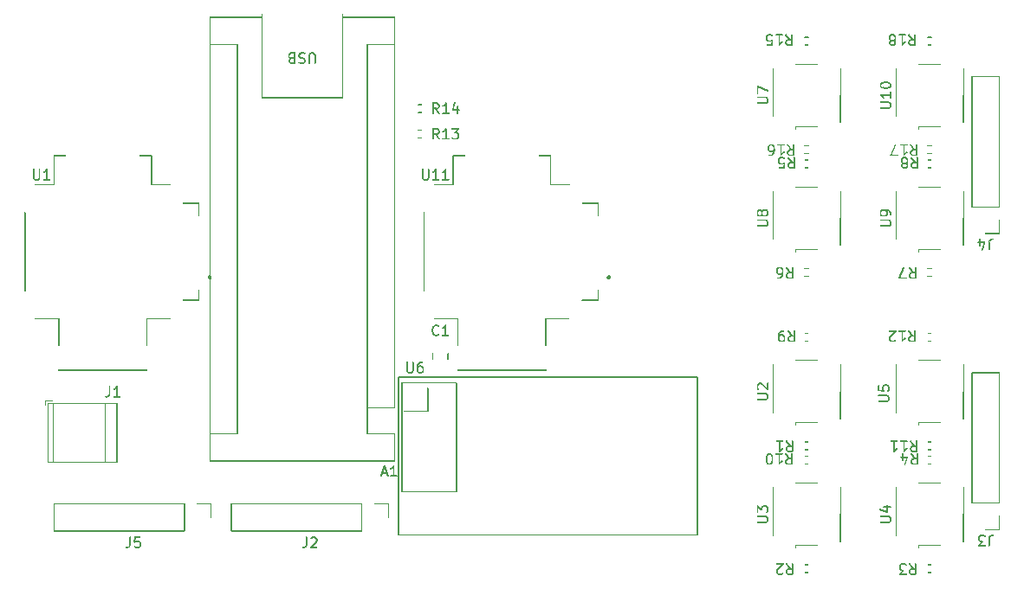
<source format=gto>
%MOIN*%
%OFA0B0*%
%FSLAX36Y36*%
%IPPOS*%
%LPD*%
G36*
X001608548Y001849316D02*
G01*
X001609461Y001849461D01*
X001610283Y001849879D01*
X001610937Y001850533D01*
X001611355Y001851356D01*
X001611501Y001852267D01*
X001611355Y001853181D01*
X001610937Y001854004D01*
X001597814Y001872751D01*
X001597161Y001873405D01*
X001596337Y001873823D01*
X001595424Y001873969D01*
X001594512Y001873823D01*
X001593689Y001873405D01*
X001593036Y001872751D01*
X001592616Y001871928D01*
X001592472Y001871016D01*
X001592616Y001870102D01*
X001593036Y001869280D01*
X001606159Y001850533D01*
X001606812Y001849879D01*
X001607635Y001849461D01*
X001608548Y001849316D01*
G37*
G36*
X001586051Y001849316D02*
G01*
X001586964Y001849461D01*
X001587786Y001849879D01*
X001588439Y001850533D01*
X001588859Y001851356D01*
X001589004Y001852267D01*
X001589004Y001891637D01*
X001588859Y001892551D01*
X001588439Y001893373D01*
X001587786Y001894027D01*
X001586964Y001894446D01*
X001586051Y001894591D01*
X001585139Y001894446D01*
X001584316Y001894027D01*
X001583662Y001893373D01*
X001583242Y001892551D01*
X001583098Y001891637D01*
X001583098Y001852267D01*
X001583242Y001851356D01*
X001583662Y001850533D01*
X001584316Y001849879D01*
X001585139Y001849461D01*
X001586051Y001849316D01*
G37*
G36*
X001601049Y001888686D02*
G01*
X001601961Y001888831D01*
X001602784Y001889250D01*
X001603438Y001889903D01*
X001603857Y001890726D01*
X001604002Y001891637D01*
X001603857Y001892551D01*
X001603438Y001893373D01*
X001602784Y001894027D01*
X001601961Y001894446D01*
X001601049Y001894591D01*
X001586051Y001894591D01*
X001585139Y001894446D01*
X001584316Y001894027D01*
X001583662Y001893373D01*
X001583242Y001892551D01*
X001583098Y001891637D01*
X001583242Y001890726D01*
X001583662Y001889903D01*
X001584316Y001889250D01*
X001585139Y001888831D01*
X001586051Y001888686D01*
X001601049Y001888686D01*
G37*
G36*
X001604799Y001886811D02*
G01*
X001605711Y001886956D01*
X001606534Y001887375D01*
X001607187Y001888028D01*
X001607607Y001888851D01*
X001607751Y001889762D01*
X001607607Y001890676D01*
X001607187Y001891499D01*
X001606534Y001892153D01*
X001605711Y001892572D01*
X001601961Y001894446D01*
X001601049Y001894591D01*
X001600136Y001894446D01*
X001599314Y001894027D01*
X001598659Y001893373D01*
X001598241Y001892551D01*
X001598094Y001891637D01*
X001598241Y001890726D01*
X001598659Y001889903D01*
X001599314Y001889250D01*
X001600136Y001888831D01*
X001603885Y001886956D01*
X001604799Y001886811D01*
G37*
G36*
X001606674Y001884936D02*
G01*
X001607586Y001885081D01*
X001608407Y001885499D01*
X001609061Y001886153D01*
X001609481Y001886976D01*
X001609626Y001887889D01*
X001609481Y001888801D01*
X001609061Y001889625D01*
X001607187Y001891499D01*
X001606534Y001892153D01*
X001605711Y001892572D01*
X001604799Y001892716D01*
X001603885Y001892572D01*
X001603062Y001892153D01*
X001602410Y001891499D01*
X001601990Y001890676D01*
X001601846Y001889762D01*
X001601990Y001888851D01*
X001602410Y001888028D01*
X001604938Y001885499D01*
X001605761Y001885081D01*
X001606674Y001884936D01*
G37*
G36*
X001608548Y001881187D02*
G01*
X001609461Y001881331D01*
X001610283Y001881750D01*
X001610937Y001882403D01*
X001611355Y001883227D01*
X001611501Y001884140D01*
X001611355Y001885051D01*
X001609481Y001888801D01*
X001609061Y001889625D01*
X001608407Y001890277D01*
X001607586Y001890697D01*
X001606674Y001890842D01*
X001605761Y001890697D01*
X001604938Y001890277D01*
X001604285Y001889625D01*
X001603864Y001888801D01*
X001603720Y001887889D01*
X001603864Y001886976D01*
X001605740Y001883227D01*
X001606159Y001882403D01*
X001606812Y001881750D01*
X001607635Y001881331D01*
X001608548Y001881187D01*
G37*
G36*
X001608548Y001875562D02*
G01*
X001609461Y001875707D01*
X001610283Y001876126D01*
X001610937Y001876778D01*
X001611355Y001877602D01*
X001611501Y001878514D01*
X001611501Y001884140D01*
X001611355Y001885051D01*
X001610937Y001885875D01*
X001610283Y001886528D01*
X001609461Y001886948D01*
X001608548Y001887092D01*
X001607635Y001886948D01*
X001606812Y001886528D01*
X001606159Y001885875D01*
X001605740Y001885051D01*
X001605595Y001884140D01*
X001605595Y001878514D01*
X001605740Y001877602D01*
X001606159Y001876778D01*
X001606812Y001876126D01*
X001607635Y001875707D01*
X001608548Y001875562D01*
G37*
G36*
X001606674Y001871813D02*
G01*
X001607586Y001871957D01*
X001608407Y001872376D01*
X001609061Y001873030D01*
X001609481Y001873853D01*
X001611341Y001877572D01*
X001611355Y001877602D01*
X001611501Y001878514D01*
X001611355Y001879427D01*
X001610937Y001880250D01*
X001610283Y001880904D01*
X001609461Y001881323D01*
X001608548Y001881468D01*
X001607635Y001881323D01*
X001606812Y001880904D01*
X001606159Y001880250D01*
X001605740Y001879427D01*
X001603864Y001875678D01*
X001603720Y001874766D01*
X001603864Y001873853D01*
X001604285Y001873030D01*
X001604938Y001872376D01*
X001605761Y001871957D01*
X001606674Y001871813D01*
G37*
G36*
X001604799Y001869938D02*
G01*
X001605711Y001870082D01*
X001606534Y001870502D01*
X001607187Y001871155D01*
X001608409Y001872376D01*
X001608407Y001872376D01*
X001609061Y001873030D01*
X001609481Y001873853D01*
X001609626Y001874766D01*
X001609481Y001875678D01*
X001609061Y001876501D01*
X001608407Y001877155D01*
X001607586Y001877574D01*
X001606674Y001877718D01*
X001605761Y001877574D01*
X001604938Y001877155D01*
X001602410Y001874626D01*
X001601990Y001873803D01*
X001601846Y001872891D01*
X001601990Y001871978D01*
X001602410Y001871155D01*
X001603062Y001870502D01*
X001603885Y001870082D01*
X001604799Y001869938D01*
G37*
G36*
X001601049Y001868063D02*
G01*
X001601961Y001868208D01*
X001605711Y001870082D01*
X001606534Y001870502D01*
X001607187Y001871155D01*
X001607607Y001871978D01*
X001607751Y001872891D01*
X001607607Y001873803D01*
X001607187Y001874626D01*
X001606534Y001875279D01*
X001605711Y001875699D01*
X001604799Y001875844D01*
X001603885Y001875699D01*
X001600136Y001873823D01*
X001599314Y001873405D01*
X001598659Y001872751D01*
X001598241Y001871928D01*
X001598094Y001871016D01*
X001598241Y001870102D01*
X001598659Y001869280D01*
X001599314Y001868627D01*
X001600136Y001868208D01*
X001601049Y001868063D01*
G37*
G36*
X001601049Y001868063D02*
G01*
X001601961Y001868208D01*
X001602784Y001868627D01*
X001603438Y001869280D01*
X001603857Y001870102D01*
X001604002Y001871016D01*
X001603857Y001871928D01*
X001603438Y001872751D01*
X001602784Y001873405D01*
X001601961Y001873823D01*
X001601049Y001873969D01*
X001586051Y001873969D01*
X001585139Y001873823D01*
X001584316Y001873405D01*
X001583662Y001872751D01*
X001583242Y001871928D01*
X001583098Y001871016D01*
X001583242Y001870102D01*
X001583662Y001869280D01*
X001584316Y001868627D01*
X001585139Y001868208D01*
X001586051Y001868063D01*
X001601049Y001868063D01*
G37*
G36*
X001646044Y001849316D02*
G01*
X001646956Y001849461D01*
X001647778Y001849879D01*
X001648431Y001850533D01*
X001648850Y001851356D01*
X001648996Y001852267D01*
X001648850Y001853181D01*
X001648431Y001854004D01*
X001647778Y001854657D01*
X001646956Y001855076D01*
X001646044Y001855221D01*
X001623546Y001855221D01*
X001622632Y001855076D01*
X001621811Y001854657D01*
X001621157Y001854004D01*
X001620738Y001853181D01*
X001620593Y001852267D01*
X001620738Y001851356D01*
X001621157Y001850533D01*
X001621811Y001849879D01*
X001622632Y001849461D01*
X001623546Y001849316D01*
X001646044Y001849316D01*
G37*
G36*
X001634794Y001849316D02*
G01*
X001635707Y001849461D01*
X001636531Y001849879D01*
X001637184Y001850533D01*
X001637602Y001851356D01*
X001637748Y001852267D01*
X001637748Y001891637D01*
X001637602Y001892551D01*
X001637184Y001893373D01*
X001636531Y001894027D01*
X001635707Y001894446D01*
X001634794Y001894591D01*
X001633881Y001894446D01*
X001633059Y001894027D01*
X001632406Y001893373D01*
X001631986Y001892551D01*
X001631842Y001891637D01*
X001631842Y001852267D01*
X001631986Y001851356D01*
X001632406Y001850533D01*
X001633059Y001849879D01*
X001633881Y001849461D01*
X001634794Y001849316D01*
G37*
G36*
X001631045Y001883062D02*
G01*
X001631958Y001883205D01*
X001632781Y001883625D01*
X001633434Y001884278D01*
X001637184Y001889903D01*
X001637602Y001890726D01*
X001637748Y001891637D01*
X001637602Y001892551D01*
X001637184Y001893373D01*
X001636531Y001894027D01*
X001635707Y001894446D01*
X001634794Y001894591D01*
X001633881Y001894446D01*
X001633059Y001894027D01*
X001632406Y001893373D01*
X001628656Y001887750D01*
X001628237Y001886927D01*
X001628092Y001886014D01*
X001628237Y001885101D01*
X001628656Y001884278D01*
X001629308Y001883625D01*
X001630133Y001883205D01*
X001631045Y001883062D01*
G37*
G36*
X001627296Y001879312D02*
G01*
X001628208Y001879457D01*
X001629031Y001879876D01*
X001629685Y001880529D01*
X001632781Y001883625D01*
X001633434Y001884278D01*
X001633854Y001885101D01*
X001633998Y001886014D01*
X001633854Y001886927D01*
X001633434Y001887750D01*
X001632781Y001888403D01*
X001631958Y001888822D01*
X001631045Y001888967D01*
X001630133Y001888822D01*
X001629308Y001888403D01*
X001624907Y001884000D01*
X001624488Y001883177D01*
X001624343Y001882265D01*
X001624488Y001881352D01*
X001624907Y001880529D01*
X001625560Y001879876D01*
X001626383Y001879457D01*
X001627296Y001879312D01*
G37*
G36*
X001623546Y001877437D02*
G01*
X001624459Y001877582D01*
X001628208Y001879457D01*
X001629031Y001879876D01*
X001629685Y001880529D01*
X001630104Y001881352D01*
X001630248Y001882265D01*
X001630104Y001883177D01*
X001629685Y001884000D01*
X001629031Y001884652D01*
X001628208Y001885073D01*
X001627296Y001885218D01*
X001626383Y001885073D01*
X001622632Y001883198D01*
X001621811Y001882778D01*
X001621157Y001882126D01*
X001620738Y001881303D01*
X001620593Y001880390D01*
X001620738Y001879477D01*
X001621157Y001878654D01*
X001621811Y001878001D01*
X001622632Y001877582D01*
X001623546Y001877437D01*
G37*
G36*
X001679788Y001849316D02*
G01*
X001680701Y001849461D01*
X001681524Y001849879D01*
X001682178Y001850533D01*
X001682598Y001851356D01*
X001682742Y001852267D01*
X001682742Y001878514D01*
X001682598Y001879427D01*
X001682178Y001880250D01*
X001681524Y001880904D01*
X001680701Y001881323D01*
X001679788Y001881468D01*
X001678876Y001881323D01*
X001678054Y001880904D01*
X001677400Y001880250D01*
X001676981Y001879427D01*
X001676836Y001878514D01*
X001676836Y001852267D01*
X001676981Y001851356D01*
X001677400Y001850533D01*
X001678054Y001849879D01*
X001678876Y001849461D01*
X001679788Y001849316D01*
G37*
G36*
X001661042Y001862439D02*
G01*
X001661953Y001862584D01*
X001662777Y001863003D01*
X001663430Y001863656D01*
X001663850Y001864479D01*
X001673224Y001892601D01*
X001673368Y001893513D01*
X001673224Y001894426D01*
X001672803Y001895249D01*
X001672151Y001895901D01*
X001671328Y001896321D01*
X001670415Y001896466D01*
X001669503Y001896321D01*
X001668679Y001895901D01*
X001668026Y001895249D01*
X001667607Y001894426D01*
X001658233Y001866304D01*
X001658089Y001865391D01*
X001658233Y001864479D01*
X001658653Y001863656D01*
X001659306Y001863003D01*
X001660127Y001862584D01*
X001661042Y001862439D01*
G37*
G36*
X001685414Y001862439D02*
G01*
X001686325Y001862584D01*
X001687148Y001863003D01*
X001687801Y001863656D01*
X001688222Y001864479D01*
X001688366Y001865391D01*
X001688222Y001866304D01*
X001687801Y001867127D01*
X001687148Y001867781D01*
X001686325Y001868200D01*
X001685414Y001868345D01*
X001661042Y001868345D01*
X001660127Y001868200D01*
X001659306Y001867781D01*
X001658653Y001867127D01*
X001658233Y001866304D01*
X001658089Y001865391D01*
X001658233Y001864479D01*
X001658653Y001863656D01*
X001659306Y001863003D01*
X001660127Y001862584D01*
X001661042Y001862439D01*
X001685414Y001862439D01*
G37*
G36*
X001608548Y001750890D02*
G01*
X001609461Y001751035D01*
X001610283Y001751454D01*
X001610937Y001752108D01*
X001611355Y001752931D01*
X001611501Y001753843D01*
X001611355Y001754755D01*
X001610937Y001755579D01*
X001597814Y001774326D01*
X001597161Y001774979D01*
X001596337Y001775399D01*
X001595424Y001775544D01*
X001594512Y001775399D01*
X001593689Y001774979D01*
X001593036Y001774326D01*
X001592616Y001773503D01*
X001592472Y001772591D01*
X001592616Y001771678D01*
X001593036Y001770855D01*
X001606159Y001752108D01*
X001606812Y001751454D01*
X001607635Y001751035D01*
X001608548Y001750890D01*
G37*
G36*
X001586051Y001750890D02*
G01*
X001586964Y001751035D01*
X001587786Y001751454D01*
X001588439Y001752108D01*
X001588859Y001752931D01*
X001589004Y001753843D01*
X001589004Y001793213D01*
X001588859Y001794126D01*
X001588439Y001794949D01*
X001587786Y001795602D01*
X001586964Y001796021D01*
X001586051Y001796166D01*
X001585139Y001796021D01*
X001584316Y001795602D01*
X001583662Y001794949D01*
X001583242Y001794126D01*
X001583098Y001793213D01*
X001583098Y001753843D01*
X001583242Y001752931D01*
X001583662Y001752108D01*
X001584316Y001751454D01*
X001585139Y001751035D01*
X001586051Y001750890D01*
G37*
G36*
X001601049Y001790261D02*
G01*
X001601961Y001790405D01*
X001602784Y001790824D01*
X001603438Y001791478D01*
X001603857Y001792301D01*
X001604002Y001793213D01*
X001603857Y001794126D01*
X001603438Y001794949D01*
X001602784Y001795602D01*
X001601961Y001796021D01*
X001601049Y001796166D01*
X001586051Y001796166D01*
X001585139Y001796021D01*
X001584316Y001795602D01*
X001583662Y001794949D01*
X001583242Y001794126D01*
X001583098Y001793213D01*
X001583242Y001792301D01*
X001583662Y001791478D01*
X001584316Y001790824D01*
X001585139Y001790405D01*
X001586051Y001790261D01*
X001601049Y001790261D01*
G37*
G36*
X001604799Y001788386D02*
G01*
X001605711Y001788531D01*
X001606534Y001788950D01*
X001607187Y001789603D01*
X001607607Y001790426D01*
X001607751Y001791338D01*
X001607607Y001792251D01*
X001607187Y001793074D01*
X001606534Y001793727D01*
X001605711Y001794147D01*
X001601961Y001796021D01*
X001601049Y001796166D01*
X001600136Y001796021D01*
X001599314Y001795602D01*
X001598659Y001794949D01*
X001598241Y001794126D01*
X001598094Y001793213D01*
X001598241Y001792301D01*
X001598659Y001791478D01*
X001599314Y001790824D01*
X001600136Y001790405D01*
X001603885Y001788531D01*
X001604799Y001788386D01*
G37*
G36*
X001606674Y001786511D02*
G01*
X001607586Y001786655D01*
X001608407Y001787075D01*
X001609061Y001787727D01*
X001609481Y001788551D01*
X001609626Y001789464D01*
X001609481Y001790376D01*
X001609061Y001791200D01*
X001607187Y001793074D01*
X001606534Y001793727D01*
X001605711Y001794147D01*
X001604799Y001794291D01*
X001603885Y001794147D01*
X001603062Y001793727D01*
X001602410Y001793074D01*
X001601990Y001792251D01*
X001601846Y001791338D01*
X001601990Y001790426D01*
X001602410Y001789603D01*
X001604938Y001787075D01*
X001605761Y001786655D01*
X001606674Y001786511D01*
G37*
G36*
X001608548Y001782762D02*
G01*
X001609461Y001782906D01*
X001610283Y001783325D01*
X001610937Y001783978D01*
X001611355Y001784802D01*
X001611501Y001785714D01*
X001611355Y001786626D01*
X001609481Y001790376D01*
X001609061Y001791200D01*
X001608407Y001791852D01*
X001607586Y001792272D01*
X001606674Y001792416D01*
X001605761Y001792272D01*
X001604938Y001791852D01*
X001604285Y001791200D01*
X001603864Y001790376D01*
X001603720Y001789464D01*
X001603864Y001788551D01*
X001605740Y001784802D01*
X001606159Y001783978D01*
X001606812Y001783325D01*
X001607635Y001782906D01*
X001608548Y001782762D01*
G37*
G36*
X001608548Y001777137D02*
G01*
X001609461Y001777281D01*
X001610283Y001777701D01*
X001610937Y001778354D01*
X001611355Y001779177D01*
X001611501Y001780090D01*
X001611501Y001785714D01*
X001611355Y001786626D01*
X001610937Y001787450D01*
X001610283Y001788103D01*
X001609461Y001788523D01*
X001608548Y001788667D01*
X001607635Y001788523D01*
X001606812Y001788103D01*
X001606159Y001787450D01*
X001605740Y001786626D01*
X001605595Y001785714D01*
X001605595Y001780090D01*
X001605740Y001779177D01*
X001606159Y001778354D01*
X001606812Y001777701D01*
X001607635Y001777281D01*
X001608548Y001777137D01*
G37*
G36*
X001606674Y001773388D02*
G01*
X001607586Y001773532D01*
X001608407Y001773952D01*
X001609061Y001774604D01*
X001609481Y001775428D01*
X001611341Y001779146D01*
X001611355Y001779177D01*
X001611501Y001780090D01*
X001611355Y001781002D01*
X001610937Y001781826D01*
X001610283Y001782479D01*
X001609461Y001782898D01*
X001608548Y001783043D01*
X001607635Y001782898D01*
X001606812Y001782479D01*
X001606159Y001781826D01*
X001605740Y001781002D01*
X001603864Y001777253D01*
X001603720Y001776340D01*
X001603864Y001775428D01*
X001604285Y001774604D01*
X001604938Y001773952D01*
X001605761Y001773532D01*
X001606674Y001773388D01*
G37*
G36*
X001604799Y001771512D02*
G01*
X001605711Y001771657D01*
X001606534Y001772077D01*
X001607187Y001772730D01*
X001608409Y001773952D01*
X001608407Y001773952D01*
X001609061Y001774604D01*
X001609481Y001775428D01*
X001609626Y001776340D01*
X001609481Y001777253D01*
X001609061Y001778076D01*
X001608407Y001778729D01*
X001607586Y001779149D01*
X001606674Y001779293D01*
X001605761Y001779149D01*
X001604938Y001778729D01*
X001602410Y001776201D01*
X001601990Y001775378D01*
X001601846Y001774466D01*
X001601990Y001773553D01*
X001602410Y001772730D01*
X001603062Y001772077D01*
X001603885Y001771657D01*
X001604799Y001771512D01*
G37*
G36*
X001601049Y001769637D02*
G01*
X001601961Y001769783D01*
X001605711Y001771657D01*
X001606534Y001772077D01*
X001607187Y001772730D01*
X001607607Y001773553D01*
X001607751Y001774466D01*
X001607607Y001775378D01*
X001607187Y001776201D01*
X001606534Y001776854D01*
X001605711Y001777274D01*
X001604799Y001777418D01*
X001603885Y001777274D01*
X001600136Y001775399D01*
X001599314Y001774979D01*
X001598659Y001774326D01*
X001598241Y001773503D01*
X001598094Y001772591D01*
X001598241Y001771678D01*
X001598659Y001770855D01*
X001599314Y001770202D01*
X001600136Y001769783D01*
X001601049Y001769637D01*
G37*
G36*
X001601049Y001769637D02*
G01*
X001601961Y001769783D01*
X001602784Y001770202D01*
X001603438Y001770855D01*
X001603857Y001771678D01*
X001604002Y001772591D01*
X001603857Y001773503D01*
X001603438Y001774326D01*
X001602784Y001774979D01*
X001601961Y001775399D01*
X001601049Y001775544D01*
X001586051Y001775544D01*
X001585139Y001775399D01*
X001584316Y001774979D01*
X001583662Y001774326D01*
X001583242Y001773503D01*
X001583098Y001772591D01*
X001583242Y001771678D01*
X001583662Y001770855D01*
X001584316Y001770202D01*
X001585139Y001769783D01*
X001586051Y001769637D01*
X001601049Y001769637D01*
G37*
G36*
X001646044Y001750890D02*
G01*
X001646956Y001751035D01*
X001647778Y001751454D01*
X001648431Y001752108D01*
X001648850Y001752931D01*
X001648996Y001753843D01*
X001648850Y001754755D01*
X001648431Y001755579D01*
X001647778Y001756232D01*
X001646956Y001756651D01*
X001646044Y001756796D01*
X001623546Y001756796D01*
X001622632Y001756651D01*
X001621811Y001756232D01*
X001621157Y001755579D01*
X001620738Y001754755D01*
X001620593Y001753843D01*
X001620738Y001752931D01*
X001621157Y001752108D01*
X001621811Y001751454D01*
X001622632Y001751035D01*
X001623546Y001750890D01*
X001646044Y001750890D01*
G37*
G36*
X001634794Y001750890D02*
G01*
X001635707Y001751035D01*
X001636531Y001751454D01*
X001637184Y001752108D01*
X001637602Y001752931D01*
X001637748Y001753843D01*
X001637748Y001793213D01*
X001637602Y001794126D01*
X001637184Y001794949D01*
X001636531Y001795602D01*
X001635707Y001796021D01*
X001634794Y001796166D01*
X001633881Y001796021D01*
X001633059Y001795602D01*
X001632406Y001794949D01*
X001631986Y001794126D01*
X001631842Y001793213D01*
X001631842Y001753843D01*
X001631986Y001752931D01*
X001632406Y001752108D01*
X001633059Y001751454D01*
X001633881Y001751035D01*
X001634794Y001750890D01*
G37*
G36*
X001631045Y001784637D02*
G01*
X001631958Y001784781D01*
X001632781Y001785200D01*
X001633434Y001785853D01*
X001637184Y001791478D01*
X001637602Y001792301D01*
X001637748Y001793213D01*
X001637602Y001794126D01*
X001637184Y001794949D01*
X001636531Y001795602D01*
X001635707Y001796021D01*
X001634794Y001796166D01*
X001633881Y001796021D01*
X001633059Y001795602D01*
X001632406Y001794949D01*
X001628656Y001789324D01*
X001628237Y001788501D01*
X001628092Y001787589D01*
X001628237Y001786676D01*
X001628656Y001785853D01*
X001629308Y001785200D01*
X001630133Y001784781D01*
X001631045Y001784637D01*
G37*
G36*
X001627296Y001780887D02*
G01*
X001628208Y001781031D01*
X001629031Y001781450D01*
X001629685Y001782104D01*
X001632781Y001785200D01*
X001633434Y001785853D01*
X001633854Y001786676D01*
X001633998Y001787589D01*
X001633854Y001788501D01*
X001633434Y001789324D01*
X001632781Y001789977D01*
X001631958Y001790397D01*
X001631045Y001790542D01*
X001630133Y001790397D01*
X001629308Y001789977D01*
X001624907Y001785575D01*
X001624488Y001784752D01*
X001624343Y001783840D01*
X001624488Y001782926D01*
X001624907Y001782104D01*
X001625560Y001781450D01*
X001626383Y001781031D01*
X001627296Y001780887D01*
G37*
G36*
X001623546Y001779012D02*
G01*
X001624459Y001779157D01*
X001628208Y001781031D01*
X001629031Y001781450D01*
X001629685Y001782104D01*
X001630104Y001782926D01*
X001630248Y001783840D01*
X001630104Y001784752D01*
X001629685Y001785575D01*
X001629031Y001786228D01*
X001628208Y001786648D01*
X001627296Y001786791D01*
X001626383Y001786648D01*
X001622632Y001784772D01*
X001621811Y001784353D01*
X001621157Y001783700D01*
X001620738Y001782877D01*
X001620593Y001781965D01*
X001620738Y001781052D01*
X001621157Y001780229D01*
X001621811Y001779576D01*
X001622632Y001779157D01*
X001623546Y001779012D01*
G37*
G36*
X001683539Y001790261D02*
G01*
X001684451Y001790405D01*
X001685274Y001790824D01*
X001685926Y001791478D01*
X001686346Y001792301D01*
X001686491Y001793213D01*
X001686346Y001794126D01*
X001685926Y001794949D01*
X001685274Y001795602D01*
X001684451Y001796021D01*
X001683539Y001796166D01*
X001659166Y001796166D01*
X001658254Y001796021D01*
X001657431Y001795602D01*
X001656778Y001794949D01*
X001656359Y001794126D01*
X001656214Y001793213D01*
X001656359Y001792301D01*
X001656778Y001791478D01*
X001657431Y001790824D01*
X001658254Y001790405D01*
X001659166Y001790261D01*
X001683539Y001790261D01*
G37*
G36*
X001670415Y001775263D02*
G01*
X001671328Y001775407D01*
X001672151Y001775826D01*
X001672803Y001776480D01*
X001685926Y001791478D01*
X001686346Y001792301D01*
X001686491Y001793213D01*
X001686346Y001794126D01*
X001685926Y001794949D01*
X001685274Y001795602D01*
X001684451Y001796021D01*
X001683539Y001796166D01*
X001682626Y001796021D01*
X001681803Y001795602D01*
X001681150Y001794949D01*
X001668026Y001779951D01*
X001667607Y001779127D01*
X001667463Y001778215D01*
X001667607Y001777303D01*
X001668026Y001776480D01*
X001668679Y001775826D01*
X001669503Y001775407D01*
X001670415Y001775263D01*
G37*
G36*
X001676039Y001775263D02*
G01*
X001676952Y001775407D01*
X001677775Y001775826D01*
X001678428Y001776480D01*
X001678847Y001777303D01*
X001678992Y001778215D01*
X001678847Y001779127D01*
X001678428Y001779951D01*
X001677775Y001780604D01*
X001676952Y001781023D01*
X001676039Y001781168D01*
X001670415Y001781168D01*
X001669503Y001781023D01*
X001668679Y001780604D01*
X001668026Y001779951D01*
X001667607Y001779127D01*
X001667463Y001778215D01*
X001667607Y001777303D01*
X001668026Y001776480D01*
X001668679Y001775826D01*
X001669503Y001775407D01*
X001670415Y001775263D01*
X001676039Y001775263D01*
G37*
G36*
X001679788Y001773388D02*
G01*
X001680701Y001773532D01*
X001681524Y001773952D01*
X001682178Y001774604D01*
X001682598Y001775428D01*
X001682742Y001776340D01*
X001682598Y001777253D01*
X001682178Y001778076D01*
X001681524Y001778729D01*
X001680701Y001779149D01*
X001676952Y001781023D01*
X001676039Y001781168D01*
X001675127Y001781023D01*
X001674303Y001780604D01*
X001673650Y001779951D01*
X001673231Y001779127D01*
X001673087Y001778215D01*
X001673231Y001777303D01*
X001673650Y001776480D01*
X001674303Y001775826D01*
X001675127Y001775407D01*
X001678876Y001773532D01*
X001679788Y001773388D01*
G37*
G36*
X001681664Y001771512D02*
G01*
X001682577Y001771657D01*
X001683400Y001772077D01*
X001684051Y001772730D01*
X001684472Y001773553D01*
X001684616Y001774466D01*
X001684472Y001775378D01*
X001684051Y001776201D01*
X001682178Y001778076D01*
X001681524Y001778729D01*
X001680701Y001779149D01*
X001679788Y001779293D01*
X001678876Y001779149D01*
X001678054Y001778729D01*
X001677400Y001778076D01*
X001676981Y001777253D01*
X001676836Y001776340D01*
X001676981Y001775428D01*
X001677400Y001774604D01*
X001679275Y001772730D01*
X001679929Y001772077D01*
X001680752Y001771657D01*
X001681664Y001771512D01*
G37*
G36*
X001683539Y001767764D02*
G01*
X001684451Y001767908D01*
X001685274Y001768327D01*
X001685926Y001768980D01*
X001686346Y001769803D01*
X001686491Y001770716D01*
X001686346Y001771628D01*
X001684472Y001775378D01*
X001684051Y001776201D01*
X001683400Y001776854D01*
X001682577Y001777274D01*
X001681664Y001777418D01*
X001680752Y001777274D01*
X001679929Y001776854D01*
X001679275Y001776201D01*
X001678855Y001775378D01*
X001678711Y001774466D01*
X001678855Y001773553D01*
X001678871Y001773522D01*
X001680731Y001769803D01*
X001681150Y001768980D01*
X001681803Y001768327D01*
X001682626Y001767908D01*
X001683539Y001767764D01*
G37*
G36*
X001683539Y001758389D02*
G01*
X001684451Y001758534D01*
X001685274Y001758953D01*
X001685926Y001759607D01*
X001686346Y001760430D01*
X001686491Y001761342D01*
X001686491Y001770716D01*
X001686346Y001771628D01*
X001685926Y001772451D01*
X001685274Y001773105D01*
X001684451Y001773525D01*
X001683539Y001773669D01*
X001682626Y001773525D01*
X001681803Y001773105D01*
X001681150Y001772451D01*
X001680731Y001771628D01*
X001680586Y001770716D01*
X001680586Y001761342D01*
X001680731Y001760430D01*
X001681150Y001759607D01*
X001681803Y001758953D01*
X001682626Y001758534D01*
X001683539Y001758389D01*
G37*
G36*
X001681664Y001754640D02*
G01*
X001682577Y001754785D01*
X001683400Y001755204D01*
X001684051Y001755857D01*
X001684472Y001756680D01*
X001686331Y001760399D01*
X001686346Y001760430D01*
X001686491Y001761342D01*
X001686346Y001762255D01*
X001685926Y001763077D01*
X001685274Y001763731D01*
X001684451Y001764151D01*
X001683539Y001764295D01*
X001682626Y001764151D01*
X001681803Y001763731D01*
X001681150Y001763077D01*
X001680731Y001762255D01*
X001678855Y001758505D01*
X001678711Y001757593D01*
X001678855Y001756680D01*
X001679275Y001755857D01*
X001679929Y001755204D01*
X001680752Y001754785D01*
X001681664Y001754640D01*
G37*
G36*
X001679788Y001752765D02*
G01*
X001680701Y001752909D01*
X001681524Y001753329D01*
X001682178Y001753982D01*
X001684051Y001755857D01*
X001684472Y001756680D01*
X001684616Y001757593D01*
X001684472Y001758505D01*
X001684051Y001759328D01*
X001683400Y001759981D01*
X001682577Y001760401D01*
X001681664Y001760546D01*
X001680752Y001760401D01*
X001679929Y001759981D01*
X001679275Y001759328D01*
X001677400Y001757452D01*
X001676981Y001756630D01*
X001676836Y001755718D01*
X001676981Y001754806D01*
X001677400Y001753982D01*
X001678054Y001753329D01*
X001678876Y001752909D01*
X001679788Y001752765D01*
G37*
G36*
X001676039Y001750890D02*
G01*
X001676952Y001751035D01*
X001680701Y001752909D01*
X001681524Y001753329D01*
X001682178Y001753982D01*
X001682598Y001754806D01*
X001682742Y001755718D01*
X001682598Y001756630D01*
X001682178Y001757452D01*
X001681524Y001758107D01*
X001680701Y001758526D01*
X001679788Y001758670D01*
X001678876Y001758526D01*
X001675127Y001756651D01*
X001674303Y001756232D01*
X001673650Y001755579D01*
X001673231Y001754755D01*
X001673087Y001753843D01*
X001673231Y001752931D01*
X001673650Y001752108D01*
X001674303Y001751454D01*
X001675127Y001751035D01*
X001676039Y001750890D01*
G37*
G36*
X001676039Y001750890D02*
G01*
X001676952Y001751035D01*
X001677775Y001751454D01*
X001678428Y001752108D01*
X001678847Y001752931D01*
X001678992Y001753843D01*
X001678847Y001754755D01*
X001678428Y001755579D01*
X001677775Y001756232D01*
X001676952Y001756651D01*
X001676039Y001756796D01*
X001664791Y001756796D01*
X001663879Y001756651D01*
X001663056Y001756232D01*
X001662401Y001755579D01*
X001661983Y001754755D01*
X001661838Y001753843D01*
X001661983Y001752931D01*
X001662401Y001752108D01*
X001663056Y001751454D01*
X001663879Y001751035D01*
X001664791Y001750890D01*
X001676039Y001750890D01*
G37*
G36*
X001664791Y001750890D02*
G01*
X001665704Y001751035D01*
X001666526Y001751454D01*
X001667179Y001752108D01*
X001667600Y001752931D01*
X001667744Y001753843D01*
X001667600Y001754755D01*
X001667179Y001755579D01*
X001666526Y001756232D01*
X001665704Y001756651D01*
X001661953Y001758526D01*
X001661042Y001758670D01*
X001660127Y001758526D01*
X001659306Y001758107D01*
X001658653Y001757452D01*
X001658233Y001756630D01*
X001658089Y001755718D01*
X001658233Y001754806D01*
X001658653Y001753982D01*
X001659306Y001753329D01*
X001660127Y001752909D01*
X001663879Y001751035D01*
X001664791Y001750890D01*
G37*
G36*
X001661042Y001752765D02*
G01*
X001661953Y001752909D01*
X001662777Y001753329D01*
X001663430Y001753982D01*
X001663850Y001754806D01*
X001663994Y001755718D01*
X001663850Y001756630D01*
X001663430Y001757452D01*
X001660902Y001759981D01*
X001660079Y001760401D01*
X001659166Y001760546D01*
X001658254Y001760401D01*
X001657431Y001759981D01*
X001656778Y001759328D01*
X001656359Y001758505D01*
X001656214Y001757593D01*
X001656359Y001756680D01*
X001656778Y001755857D01*
X001657431Y001755204D01*
X001657431Y001755204D01*
X001658653Y001753982D01*
X001659306Y001753329D01*
X001660127Y001752909D01*
X001661042Y001752765D01*
G37*
G36*
X000341207Y000768044D02*
G01*
X000342119Y000768189D01*
X000342942Y000768608D01*
X000343595Y000769262D01*
X000344015Y000770085D01*
X000344159Y000770997D01*
X000344159Y000799118D01*
X000344015Y000800031D01*
X000343595Y000800854D01*
X000342942Y000801507D01*
X000342119Y000801927D01*
X000341207Y000802071D01*
X000340294Y000801927D01*
X000339471Y000801507D01*
X000338817Y000800854D01*
X000338398Y000800031D01*
X000338253Y000799118D01*
X000338253Y000770997D01*
X000338398Y000770085D01*
X000338817Y000769262D01*
X000339471Y000768608D01*
X000340294Y000768189D01*
X000341207Y000768044D01*
G37*
G36*
X000339331Y000762420D02*
G01*
X000340244Y000762564D01*
X000341067Y000762985D01*
X000341720Y000763638D01*
X000342140Y000764461D01*
X000344015Y000770085D01*
X000344159Y000770997D01*
X000344015Y000771909D01*
X000343595Y000772732D01*
X000342942Y000773386D01*
X000342119Y000773806D01*
X000341207Y000773951D01*
X000340294Y000773806D01*
X000339471Y000773386D01*
X000338817Y000772732D01*
X000338398Y000771909D01*
X000336524Y000766286D01*
X000336379Y000765373D01*
X000336524Y000764461D01*
X000336943Y000763638D01*
X000337595Y000762985D01*
X000338420Y000762564D01*
X000339331Y000762420D01*
G37*
G36*
X000335582Y000758671D02*
G01*
X000336494Y000758815D01*
X000337318Y000759235D01*
X000341720Y000763638D01*
X000342140Y000764461D01*
X000342285Y000765373D01*
X000342140Y000766286D01*
X000341720Y000767109D01*
X000341067Y000767762D01*
X000340244Y000768182D01*
X000339331Y000768326D01*
X000338420Y000768182D01*
X000337595Y000767762D01*
X000333193Y000763359D01*
X000332774Y000762536D01*
X000332629Y000761624D01*
X000332774Y000760711D01*
X000333193Y000759888D01*
X000333847Y000759235D01*
X000334669Y000758815D01*
X000335582Y000758671D01*
G37*
G36*
X000329958Y000756796D02*
G01*
X000330870Y000756940D01*
X000336494Y000758815D01*
X000337318Y000759235D01*
X000337971Y000759888D01*
X000338390Y000760711D01*
X000338535Y000761624D01*
X000338390Y000762536D01*
X000337971Y000763359D01*
X000337318Y000764012D01*
X000336494Y000764431D01*
X000335582Y000764576D01*
X000334669Y000764431D01*
X000329045Y000762557D01*
X000328222Y000762137D01*
X000327569Y000761484D01*
X000327150Y000760661D01*
X000327005Y000759747D01*
X000327150Y000758836D01*
X000327569Y000758014D01*
X000328222Y000757360D01*
X000329045Y000756940D01*
X000329958Y000756796D01*
G37*
G36*
X000329958Y000756796D02*
G01*
X000330870Y000756940D01*
X000331693Y000757360D01*
X000332346Y000758014D01*
X000332766Y000758836D01*
X000332911Y000759747D01*
X000332766Y000760661D01*
X000332346Y000761484D01*
X000331693Y000762137D01*
X000330870Y000762557D01*
X000329958Y000762702D01*
X000326209Y000762702D01*
X000325296Y000762557D01*
X000324472Y000762137D01*
X000323819Y000761484D01*
X000323399Y000760661D01*
X000323255Y000759747D01*
X000323399Y000758836D01*
X000323819Y000758014D01*
X000324472Y000757360D01*
X000325296Y000756940D01*
X000326209Y000756796D01*
X000329958Y000756796D01*
G37*
G36*
X000380577Y000756796D02*
G01*
X000381489Y000756940D01*
X000382312Y000757360D01*
X000382965Y000758014D01*
X000383385Y000758836D01*
X000383529Y000759747D01*
X000383385Y000760661D01*
X000382965Y000761484D01*
X000382312Y000762137D01*
X000381489Y000762557D01*
X000380577Y000762702D01*
X000358079Y000762702D01*
X000357167Y000762557D01*
X000356344Y000762137D01*
X000355691Y000761484D01*
X000355271Y000760661D01*
X000355127Y000759747D01*
X000355271Y000758836D01*
X000355691Y000758014D01*
X000356344Y000757360D01*
X000357167Y000756940D01*
X000358079Y000756796D01*
X000380577Y000756796D01*
G37*
G36*
X000369328Y000756796D02*
G01*
X000370240Y000756940D01*
X000371063Y000757360D01*
X000371715Y000758014D01*
X000372137Y000758836D01*
X000372280Y000759747D01*
X000372280Y000799118D01*
X000372137Y000800031D01*
X000371715Y000800854D01*
X000371063Y000801507D01*
X000370240Y000801927D01*
X000369328Y000802071D01*
X000368415Y000801927D01*
X000367592Y000801507D01*
X000366939Y000800854D01*
X000366519Y000800031D01*
X000366375Y000799118D01*
X000366375Y000759747D01*
X000366519Y000758836D01*
X000366939Y000758014D01*
X000367592Y000757360D01*
X000368415Y000756940D01*
X000369328Y000756796D01*
G37*
G36*
X000365579Y000790542D02*
G01*
X000366491Y000790686D01*
X000367314Y000791105D01*
X000367967Y000791759D01*
X000371715Y000797384D01*
X000372137Y000798206D01*
X000372280Y000799118D01*
X000372137Y000800031D01*
X000371715Y000800854D01*
X000371063Y000801507D01*
X000370240Y000801927D01*
X000369328Y000802071D01*
X000368415Y000801927D01*
X000367592Y000801507D01*
X000366939Y000800854D01*
X000363189Y000795230D01*
X000362770Y000794407D01*
X000362625Y000793494D01*
X000362770Y000792582D01*
X000363189Y000791759D01*
X000363843Y000791105D01*
X000364666Y000790686D01*
X000365579Y000790542D01*
G37*
G36*
X000361829Y000786792D02*
G01*
X000362741Y000786937D01*
X000363564Y000787356D01*
X000367314Y000791105D01*
X000367967Y000791759D01*
X000368387Y000792582D01*
X000368531Y000793494D01*
X000368387Y000794407D01*
X000367967Y000795230D01*
X000367314Y000795883D01*
X000366491Y000796303D01*
X000365579Y000796447D01*
X000364666Y000796303D01*
X000363843Y000795883D01*
X000363189Y000795230D01*
X000363189Y000795229D01*
X000360092Y000792134D01*
X000359440Y000791481D01*
X000359019Y000790658D01*
X000358876Y000789745D01*
X000359019Y000788833D01*
X000359440Y000788008D01*
X000360092Y000787356D01*
X000360915Y000786937D01*
X000361829Y000786792D01*
G37*
G36*
X000358079Y000784917D02*
G01*
X000358992Y000785062D01*
X000362741Y000786937D01*
X000363564Y000787356D01*
X000364218Y000788008D01*
X000364637Y000788833D01*
X000364781Y000789745D01*
X000364637Y000790658D01*
X000364218Y000791481D01*
X000363564Y000792134D01*
X000362741Y000792553D01*
X000361829Y000792698D01*
X000360915Y000792553D01*
X000357167Y000790679D01*
X000356344Y000790259D01*
X000355691Y000789605D01*
X000355271Y000788783D01*
X000355127Y000787870D01*
X000355271Y000786957D01*
X000355691Y000786135D01*
X000356344Y000785481D01*
X000357167Y000785062D01*
X000358079Y000784917D01*
G37*
G36*
X001605736Y000994892D02*
G01*
X001606649Y000995036D01*
X001607471Y000995456D01*
X001608124Y000996109D01*
X001608125Y000996109D01*
X001610000Y000997983D01*
X001610418Y000998806D01*
X001610563Y000999719D01*
X001610418Y001000631D01*
X001610000Y001001455D01*
X001609346Y001002108D01*
X001608523Y001002527D01*
X001607611Y001002671D01*
X001606698Y001002527D01*
X001605875Y001002108D01*
X001605222Y001001455D01*
X001605222Y001001454D01*
X001604001Y001000232D01*
X001603347Y000999579D01*
X001602927Y000998756D01*
X001602783Y000997844D01*
X001602927Y000996931D01*
X001603347Y000996109D01*
X001604001Y000995456D01*
X001604824Y000995036D01*
X001605736Y000994892D01*
G37*
G36*
X001600111Y000993016D02*
G01*
X001601024Y000993161D01*
X001606649Y000995036D01*
X001607471Y000995456D01*
X001608124Y000996109D01*
X001608544Y000996931D01*
X001608689Y000997844D01*
X001608544Y000998756D01*
X001608124Y000999579D01*
X001607471Y001000232D01*
X001606649Y001000653D01*
X001605736Y001000796D01*
X001604824Y001000653D01*
X001599199Y000998777D01*
X001598376Y000998358D01*
X001597723Y000997705D01*
X001597304Y000996882D01*
X001597157Y000995970D01*
X001597304Y000995057D01*
X001597723Y000994234D01*
X001598376Y000993580D01*
X001599199Y000993161D01*
X001600111Y000993016D01*
G37*
G36*
X001600111Y000993016D02*
G01*
X001601024Y000993161D01*
X001601847Y000993580D01*
X001602500Y000994234D01*
X001602919Y000995057D01*
X001603064Y000995970D01*
X001602919Y000996882D01*
X001602500Y000997705D01*
X001601847Y000998358D01*
X001601024Y000998777D01*
X001600111Y000998922D01*
X001596362Y000998922D01*
X001595449Y000998777D01*
X001594626Y000998358D01*
X001593973Y000997705D01*
X001593554Y000996882D01*
X001593409Y000995970D01*
X001593554Y000995057D01*
X001593973Y000994234D01*
X001594626Y000993580D01*
X001595449Y000993161D01*
X001596362Y000993016D01*
X001600111Y000993016D01*
G37*
G36*
X001596362Y000993016D02*
G01*
X001597274Y000993161D01*
X001598098Y000993580D01*
X001598751Y000994234D01*
X001599170Y000995057D01*
X001599314Y000995970D01*
X001599170Y000996882D01*
X001598751Y000997705D01*
X001598098Y000998358D01*
X001597274Y000998777D01*
X001591650Y001000653D01*
X001590738Y001000796D01*
X001589825Y001000653D01*
X001589002Y001000232D01*
X001588349Y000999579D01*
X001587930Y000998756D01*
X001587785Y000997844D01*
X001587930Y000996931D01*
X001588349Y000996109D01*
X001589002Y000995456D01*
X001589825Y000995036D01*
X001595449Y000993161D01*
X001596362Y000993016D01*
G37*
G36*
X001590738Y000994892D02*
G01*
X001591650Y000995036D01*
X001592474Y000995456D01*
X001593127Y000996109D01*
X001593546Y000996931D01*
X001593691Y000997844D01*
X001593546Y000998756D01*
X001593127Y000999579D01*
X001588723Y001003981D01*
X001587901Y001004402D01*
X001586989Y001004545D01*
X001586076Y001004402D01*
X001585253Y001003981D01*
X001584600Y001003328D01*
X001584179Y001002505D01*
X001584034Y001001593D01*
X001584179Y001000682D01*
X001584600Y000999858D01*
X001589002Y000995456D01*
X001589825Y000995036D01*
X001590738Y000994892D01*
G37*
G36*
X001586989Y000998641D02*
G01*
X001587901Y000998785D01*
X001588723Y000999205D01*
X001589376Y000999858D01*
X001589797Y001000682D01*
X001589941Y001001593D01*
X001589797Y001002505D01*
X001587922Y001006256D01*
X001587502Y001007077D01*
X001586849Y001007732D01*
X001586026Y001008151D01*
X001585114Y001008296D01*
X001584200Y001008151D01*
X001583378Y001007732D01*
X001582725Y001007077D01*
X001582305Y001006256D01*
X001582161Y001005344D01*
X001582305Y001004431D01*
X001584179Y001000682D01*
X001584600Y000999858D01*
X001585253Y000999205D01*
X001586076Y000998785D01*
X001586989Y000998641D01*
G37*
G36*
X001585114Y001002389D02*
G01*
X001586026Y001002535D01*
X001586849Y001002953D01*
X001587502Y001003608D01*
X001587922Y001004431D01*
X001588064Y001005344D01*
X001587922Y001006256D01*
X001586047Y001013755D01*
X001585627Y001014578D01*
X001584974Y001015231D01*
X001584152Y001015649D01*
X001583239Y001015795D01*
X001582326Y001015649D01*
X001581503Y001015231D01*
X001580850Y001014578D01*
X001580430Y001013755D01*
X001580286Y001012842D01*
X001580430Y001011930D01*
X001582305Y001004431D01*
X001582725Y001003608D01*
X001583378Y001002953D01*
X001584200Y001002535D01*
X001585114Y001002389D01*
G37*
G36*
X001583239Y001009889D02*
G01*
X001584152Y001010034D01*
X001584974Y001010453D01*
X001585627Y001011106D01*
X001586047Y001011930D01*
X001586191Y001012842D01*
X001586191Y001018466D01*
X001586047Y001019379D01*
X001585627Y001020202D01*
X001584974Y001020855D01*
X001584152Y001021274D01*
X001583239Y001021419D01*
X001582326Y001021274D01*
X001581503Y001020855D01*
X001580850Y001020202D01*
X001580430Y001019379D01*
X001580286Y001018466D01*
X001580286Y001012842D01*
X001580430Y001011930D01*
X001580850Y001011106D01*
X001581503Y001010453D01*
X001582326Y001010034D01*
X001583239Y001009889D01*
G37*
G36*
X001583239Y001015514D02*
G01*
X001584152Y001015658D01*
X001584974Y001016078D01*
X001585627Y001016731D01*
X001586047Y001017555D01*
X001587922Y001025053D01*
X001588064Y001025965D01*
X001587922Y001026878D01*
X001587502Y001027701D01*
X001586849Y001028354D01*
X001586026Y001028774D01*
X001585114Y001028918D01*
X001584200Y001028774D01*
X001583378Y001028354D01*
X001582725Y001027701D01*
X001582305Y001026878D01*
X001580430Y001019379D01*
X001580286Y001018466D01*
X001580430Y001017555D01*
X001580850Y001016731D01*
X001581503Y001016078D01*
X001582326Y001015658D01*
X001583239Y001015514D01*
G37*
G36*
X001585114Y001023013D02*
G01*
X001586026Y001023157D01*
X001586849Y001023576D01*
X001587502Y001024230D01*
X001587922Y001025053D01*
X001589781Y001028772D01*
X001589797Y001028802D01*
X001589941Y001029714D01*
X001589797Y001030627D01*
X001589376Y001031450D01*
X001588723Y001032103D01*
X001587901Y001032524D01*
X001586989Y001032667D01*
X001586076Y001032524D01*
X001585253Y001032103D01*
X001584600Y001031450D01*
X001584179Y001030627D01*
X001582305Y001026878D01*
X001582161Y001025965D01*
X001582305Y001025053D01*
X001582725Y001024230D01*
X001583378Y001023576D01*
X001584200Y001023157D01*
X001585114Y001023013D01*
G37*
G36*
X001586989Y001026762D02*
G01*
X001587901Y001026907D01*
X001588723Y001027326D01*
X001593127Y001031728D01*
X001593546Y001032551D01*
X001593691Y001033463D01*
X001593546Y001034377D01*
X001593127Y001035199D01*
X001592474Y001035852D01*
X001591650Y001036272D01*
X001590738Y001036418D01*
X001589825Y001036272D01*
X001589002Y001035852D01*
X001584600Y001031450D01*
X001584179Y001030627D01*
X001584034Y001029714D01*
X001584179Y001028802D01*
X001584600Y001027979D01*
X001585253Y001027326D01*
X001586076Y001026907D01*
X001586989Y001026762D01*
G37*
G36*
X001590738Y001030511D02*
G01*
X001591650Y001030656D01*
X001597274Y001032531D01*
X001598098Y001032950D01*
X001598751Y001033604D01*
X001599170Y001034427D01*
X001599314Y001035339D01*
X001599170Y001036252D01*
X001598751Y001037075D01*
X001598098Y001037728D01*
X001597274Y001038146D01*
X001596362Y001038292D01*
X001595449Y001038146D01*
X001589825Y001036272D01*
X001589002Y001035852D01*
X001588349Y001035199D01*
X001587930Y001034377D01*
X001587785Y001033463D01*
X001587930Y001032551D01*
X001588349Y001031728D01*
X001589002Y001031075D01*
X001589825Y001030656D01*
X001590738Y001030511D01*
G37*
G36*
X001600111Y001032387D02*
G01*
X001601024Y001032531D01*
X001601847Y001032950D01*
X001602500Y001033604D01*
X001602919Y001034427D01*
X001603064Y001035339D01*
X001602919Y001036252D01*
X001602500Y001037075D01*
X001601847Y001037728D01*
X001601024Y001038146D01*
X001600111Y001038292D01*
X001596362Y001038292D01*
X001595449Y001038146D01*
X001594626Y001037728D01*
X001593973Y001037075D01*
X001593554Y001036252D01*
X001593409Y001035339D01*
X001593554Y001034427D01*
X001593973Y001033604D01*
X001594626Y001032950D01*
X001595449Y001032531D01*
X001596362Y001032387D01*
X001600111Y001032387D01*
G37*
G36*
X001605736Y001030511D02*
G01*
X001606649Y001030656D01*
X001607471Y001031075D01*
X001608124Y001031728D01*
X001608544Y001032551D01*
X001608689Y001033463D01*
X001608544Y001034377D01*
X001608124Y001035199D01*
X001607471Y001035852D01*
X001606649Y001036272D01*
X001601024Y001038146D01*
X001600111Y001038292D01*
X001599199Y001038146D01*
X001598376Y001037728D01*
X001597723Y001037075D01*
X001597304Y001036252D01*
X001597157Y001035339D01*
X001597304Y001034427D01*
X001597723Y001033604D01*
X001598376Y001032950D01*
X001599199Y001032531D01*
X001604824Y001030656D01*
X001605736Y001030511D01*
G37*
G36*
X001607611Y001028637D02*
G01*
X001608523Y001028781D01*
X001609346Y001029201D01*
X001610000Y001029854D01*
X001610418Y001030678D01*
X001610563Y001031590D01*
X001610418Y001032502D01*
X001610000Y001033325D01*
X001607471Y001035852D01*
X001606649Y001036272D01*
X001605736Y001036418D01*
X001604824Y001036272D01*
X001604001Y001035852D01*
X001603347Y001035199D01*
X001602927Y001034377D01*
X001602783Y001033463D01*
X001602927Y001032551D01*
X001603347Y001031728D01*
X001604001Y001031075D01*
X001605875Y001029201D01*
X001606698Y001028781D01*
X001607611Y001028637D01*
G37*
G36*
X001645106Y000993016D02*
G01*
X001646019Y000993161D01*
X001646841Y000993580D01*
X001647494Y000994234D01*
X001647913Y000995057D01*
X001648059Y000995970D01*
X001647913Y000996882D01*
X001647494Y000997705D01*
X001646841Y000998358D01*
X001646019Y000998777D01*
X001645106Y000998922D01*
X001622609Y000998922D01*
X001621695Y000998777D01*
X001620874Y000998358D01*
X001620220Y000997705D01*
X001619800Y000996882D01*
X001619656Y000995970D01*
X001619800Y000995057D01*
X001620220Y000994234D01*
X001620874Y000993580D01*
X001621695Y000993161D01*
X001622609Y000993016D01*
X001645106Y000993016D01*
G37*
G36*
X001633858Y000993016D02*
G01*
X001634770Y000993161D01*
X001635593Y000993580D01*
X001636246Y000994234D01*
X001636664Y000995057D01*
X001636811Y000995970D01*
X001636811Y001035339D01*
X001636664Y001036252D01*
X001636246Y001037075D01*
X001635593Y001037728D01*
X001634770Y001038146D01*
X001633858Y001038292D01*
X001632944Y001038146D01*
X001632121Y001037728D01*
X001631468Y001037075D01*
X001631049Y001036252D01*
X001630905Y001035339D01*
X001630905Y000995970D01*
X001631049Y000995057D01*
X001631468Y000994234D01*
X001632121Y000993580D01*
X001632944Y000993161D01*
X001633858Y000993016D01*
G37*
G36*
X001630107Y001026762D02*
G01*
X001631020Y001026907D01*
X001631844Y001027326D01*
X001632496Y001027979D01*
X001636246Y001033604D01*
X001636664Y001034427D01*
X001636811Y001035339D01*
X001636664Y001036252D01*
X001636246Y001037075D01*
X001635593Y001037728D01*
X001634770Y001038146D01*
X001633858Y001038292D01*
X001632944Y001038146D01*
X001632121Y001037728D01*
X001631468Y001037075D01*
X001627719Y001031450D01*
X001627300Y001030627D01*
X001627155Y001029714D01*
X001627300Y001028802D01*
X001627719Y001027979D01*
X001628371Y001027326D01*
X001629196Y001026907D01*
X001630107Y001026762D01*
G37*
G36*
X001626359Y001023013D02*
G01*
X001627271Y001023157D01*
X001628093Y001023576D01*
X001628746Y001024230D01*
X001631844Y001027326D01*
X001632496Y001027979D01*
X001632916Y001028802D01*
X001633061Y001029714D01*
X001632916Y001030627D01*
X001632496Y001031450D01*
X001631844Y001032103D01*
X001631020Y001032524D01*
X001630107Y001032667D01*
X001629196Y001032524D01*
X001628371Y001032103D01*
X001627719Y001031450D01*
X001624623Y001028354D01*
X001623969Y001027701D01*
X001623550Y001026878D01*
X001623403Y001025965D01*
X001623550Y001025053D01*
X001623969Y001024230D01*
X001624623Y001023576D01*
X001625446Y001023157D01*
X001626359Y001023013D01*
G37*
G36*
X001622609Y001021138D02*
G01*
X001623522Y001021282D01*
X001627271Y001023157D01*
X001628093Y001023576D01*
X001628746Y001024230D01*
X001629167Y001025053D01*
X001629311Y001025965D01*
X001629167Y001026878D01*
X001628746Y001027701D01*
X001628093Y001028354D01*
X001627271Y001028774D01*
X001626359Y001028918D01*
X001625446Y001028774D01*
X001621695Y001026899D01*
X001620874Y001026478D01*
X001620220Y001025825D01*
X001619800Y001025003D01*
X001619656Y001024090D01*
X001619800Y001023177D01*
X001620220Y001022356D01*
X001620874Y001021701D01*
X001621695Y001021282D01*
X001622609Y001021138D01*
G37*
G36*
X001485751Y000857799D02*
G01*
X001486663Y000857944D01*
X001487486Y000858362D01*
X001488140Y000859016D01*
X001488559Y000859840D01*
X001488704Y000860751D01*
X001488704Y000892622D01*
X001488559Y000893535D01*
X001488140Y000894358D01*
X001487486Y000895010D01*
X001486663Y000895431D01*
X001485751Y000895576D01*
X001484838Y000895431D01*
X001484016Y000895010D01*
X001483362Y000894358D01*
X001482942Y000893535D01*
X001482798Y000892622D01*
X001482798Y000860751D01*
X001482942Y000859840D01*
X001483362Y000859016D01*
X001484016Y000858362D01*
X001484838Y000857944D01*
X001485751Y000857799D01*
G37*
G36*
X001487626Y000854049D02*
G01*
X001488539Y000854194D01*
X001489361Y000854614D01*
X001490014Y000855267D01*
X001490434Y000856090D01*
X001490579Y000857003D01*
X001490434Y000857914D01*
X001488559Y000861665D01*
X001488140Y000862487D01*
X001487486Y000863140D01*
X001486663Y000863560D01*
X001485751Y000863704D01*
X001484838Y000863560D01*
X001484016Y000863140D01*
X001483362Y000862487D01*
X001482942Y000861665D01*
X001482798Y000860751D01*
X001482942Y000859840D01*
X001482959Y000859809D01*
X001484816Y000856090D01*
X001485237Y000855267D01*
X001485890Y000854614D01*
X001486713Y000854194D01*
X001487626Y000854049D01*
G37*
G36*
X001489500Y000852175D02*
G01*
X001490413Y000852319D01*
X001491236Y000852738D01*
X001491889Y000853392D01*
X001492309Y000854215D01*
X001492453Y000855127D01*
X001492309Y000856040D01*
X001491889Y000856863D01*
X001490015Y000858737D01*
X001490014Y000858738D01*
X001489361Y000859391D01*
X001488539Y000859811D01*
X001487626Y000859955D01*
X001486713Y000859811D01*
X001485890Y000859391D01*
X001485237Y000858738D01*
X001484816Y000857914D01*
X001484673Y000857003D01*
X001484816Y000856090D01*
X001485237Y000855267D01*
X001485890Y000854614D01*
X001487765Y000852738D01*
X001488588Y000852319D01*
X001489500Y000852175D01*
G37*
G36*
X001493250Y000850299D02*
G01*
X001494163Y000850444D01*
X001494984Y000850864D01*
X001495639Y000851518D01*
X001496059Y000852340D01*
X001496203Y000853252D01*
X001496059Y000854165D01*
X001495639Y000854988D01*
X001494984Y000855641D01*
X001494163Y000856061D01*
X001490413Y000857935D01*
X001489500Y000858080D01*
X001488588Y000857935D01*
X001487765Y000857515D01*
X001487112Y000856863D01*
X001486691Y000856040D01*
X001486548Y000855127D01*
X001486691Y000854215D01*
X001487112Y000853392D01*
X001487765Y000852738D01*
X001488588Y000852319D01*
X001492338Y000850444D01*
X001493250Y000850299D01*
G37*
G36*
X001500749Y000850299D02*
G01*
X001501660Y000850444D01*
X001502485Y000850864D01*
X001503138Y000851518D01*
X001503557Y000852340D01*
X001503701Y000853252D01*
X001503557Y000854165D01*
X001503138Y000854988D01*
X001502485Y000855641D01*
X001501660Y000856061D01*
X001500749Y000856206D01*
X001493250Y000856206D01*
X001492338Y000856061D01*
X001491514Y000855641D01*
X001490861Y000854988D01*
X001490442Y000854165D01*
X001490297Y000853252D01*
X001490442Y000852340D01*
X001490861Y000851518D01*
X001491514Y000850864D01*
X001492338Y000850444D01*
X001493250Y000850299D01*
X001500749Y000850299D01*
G37*
G36*
X001500749Y000850299D02*
G01*
X001501660Y000850444D01*
X001505411Y000852319D01*
X001506233Y000852738D01*
X001506887Y000853392D01*
X001507307Y000854215D01*
X001507451Y000855127D01*
X001507307Y000856040D01*
X001506887Y000856863D01*
X001506233Y000857515D01*
X001505411Y000857935D01*
X001504498Y000858080D01*
X001503586Y000857935D01*
X001499837Y000856061D01*
X001499013Y000855641D01*
X001498360Y000854988D01*
X001497939Y000854165D01*
X001497796Y000853252D01*
X001497939Y000852340D01*
X001498360Y000851518D01*
X001499013Y000850864D01*
X001499837Y000850444D01*
X001500749Y000850299D01*
G37*
G36*
X001504498Y000852175D02*
G01*
X001505411Y000852319D01*
X001506233Y000852738D01*
X001506887Y000853392D01*
X001508762Y000855267D01*
X001509181Y000856090D01*
X001509326Y000857003D01*
X001509181Y000857914D01*
X001508762Y000858738D01*
X001508107Y000859391D01*
X001507285Y000859811D01*
X001506374Y000859955D01*
X001505460Y000859811D01*
X001504638Y000859391D01*
X001503985Y000858738D01*
X001503984Y000858737D01*
X001502763Y000857515D01*
X001502107Y000856863D01*
X001501690Y000856040D01*
X001501546Y000855127D01*
X001501690Y000854215D01*
X001502107Y000853392D01*
X001502763Y000852738D01*
X001503586Y000852319D01*
X001504498Y000852175D01*
G37*
G36*
X001506374Y000854049D02*
G01*
X001507285Y000854194D01*
X001508107Y000854614D01*
X001508762Y000855267D01*
X001509181Y000856090D01*
X001511041Y000859809D01*
X001511057Y000859840D01*
X001511200Y000860751D01*
X001511057Y000861665D01*
X001510635Y000862487D01*
X001509983Y000863140D01*
X001509161Y000863560D01*
X001508248Y000863704D01*
X001507335Y000863560D01*
X001506513Y000863140D01*
X001505859Y000862487D01*
X001505439Y000861665D01*
X001503565Y000857914D01*
X001503421Y000857003D01*
X001503565Y000856090D01*
X001503985Y000855267D01*
X001504638Y000854614D01*
X001505460Y000854194D01*
X001506374Y000854049D01*
G37*
G36*
X001508248Y000857799D02*
G01*
X001509161Y000857944D01*
X001509983Y000858362D01*
X001510635Y000859016D01*
X001511057Y000859840D01*
X001511200Y000860751D01*
X001511200Y000892622D01*
X001511057Y000893535D01*
X001510635Y000894358D01*
X001509983Y000895010D01*
X001509161Y000895431D01*
X001508248Y000895576D01*
X001507335Y000895431D01*
X001506513Y000895010D01*
X001505859Y000894358D01*
X001505439Y000893535D01*
X001505295Y000892622D01*
X001505295Y000860751D01*
X001505439Y000859840D01*
X001505859Y000859016D01*
X001506513Y000858362D01*
X001507335Y000857944D01*
X001508248Y000857799D01*
G37*
G36*
X001543868Y000889670D02*
G01*
X001544781Y000889814D01*
X001545602Y000890233D01*
X001546257Y000890887D01*
X001546677Y000891710D01*
X001546821Y000892622D01*
X001546677Y000893535D01*
X001546257Y000894358D01*
X001545602Y000895010D01*
X001544781Y000895431D01*
X001543868Y000895576D01*
X001536369Y000895576D01*
X001535457Y000895431D01*
X001534634Y000895010D01*
X001533981Y000894358D01*
X001533561Y000893535D01*
X001533416Y000892622D01*
X001533561Y000891710D01*
X001533981Y000890887D01*
X001534634Y000890233D01*
X001535457Y000889814D01*
X001536369Y000889670D01*
X001543868Y000889670D01*
G37*
G36*
X001532620Y000887794D02*
G01*
X001533533Y000887939D01*
X001537281Y000889814D01*
X001538105Y000890233D01*
X001538759Y000890887D01*
X001539178Y000891710D01*
X001539322Y000892622D01*
X001539178Y000893535D01*
X001538759Y000894358D01*
X001538105Y000895010D01*
X001537281Y000895431D01*
X001536369Y000895576D01*
X001535457Y000895431D01*
X001531708Y000893556D01*
X001530884Y000893137D01*
X001530231Y000892484D01*
X001529812Y000891660D01*
X001529667Y000890748D01*
X001529812Y000889835D01*
X001530231Y000889012D01*
X001530884Y000888359D01*
X001531708Y000887939D01*
X001532620Y000887794D01*
G37*
G36*
X001530746Y000885921D02*
G01*
X001531658Y000886065D01*
X001532479Y000886484D01*
X001535009Y000889012D01*
X001535429Y000889835D01*
X001535572Y000890748D01*
X001535429Y000891660D01*
X001535009Y000892484D01*
X001534354Y000893137D01*
X001533533Y000893556D01*
X001532620Y000893701D01*
X001531708Y000893556D01*
X001530884Y000893137D01*
X001528357Y000890609D01*
X001527937Y000889785D01*
X001527793Y000888872D01*
X001527937Y000887961D01*
X001528357Y000887137D01*
X001529010Y000886484D01*
X001529833Y000886065D01*
X001530746Y000885921D01*
G37*
G36*
X001526996Y000880296D02*
G01*
X001527909Y000880441D01*
X001528731Y000880860D01*
X001529384Y000881513D01*
X001533133Y000887137D01*
X001533553Y000887961D01*
X001533698Y000888872D01*
X001533553Y000889785D01*
X001533133Y000890609D01*
X001532479Y000891262D01*
X001531658Y000891681D01*
X001530746Y000891826D01*
X001529833Y000891681D01*
X001529010Y000891262D01*
X001528357Y000890609D01*
X001524607Y000884985D01*
X001524186Y000884162D01*
X001524043Y000883248D01*
X001524186Y000882337D01*
X001524607Y000881513D01*
X001525261Y000880860D01*
X001526083Y000880441D01*
X001526996Y000880296D01*
G37*
G36*
X001525121Y000872797D02*
G01*
X001526032Y000872942D01*
X001526856Y000873362D01*
X001527510Y000874015D01*
X001527929Y000874837D01*
X001529804Y000882337D01*
X001529949Y000883248D01*
X001529804Y000884162D01*
X001529384Y000884985D01*
X001528731Y000885638D01*
X001527909Y000886057D01*
X001526996Y000886201D01*
X001526083Y000886057D01*
X001525261Y000885638D01*
X001524607Y000884985D01*
X001524186Y000884162D01*
X001522312Y000876662D01*
X001522168Y000875749D01*
X001522312Y000874837D01*
X001522732Y000874015D01*
X001523386Y000873362D01*
X001524208Y000872942D01*
X001525121Y000872797D01*
G37*
G36*
X001525121Y000857799D02*
G01*
X001526032Y000857944D01*
X001526856Y000858362D01*
X001527510Y000859016D01*
X001527929Y000859840D01*
X001528074Y000860751D01*
X001528074Y000875749D01*
X001527929Y000876662D01*
X001527510Y000877485D01*
X001526856Y000878138D01*
X001526032Y000878559D01*
X001525121Y000878701D01*
X001524208Y000878559D01*
X001523386Y000878138D01*
X001522732Y000877485D01*
X001522312Y000876662D01*
X001522168Y000875749D01*
X001522168Y000860751D01*
X001522312Y000859840D01*
X001522732Y000859016D01*
X001523386Y000858362D01*
X001524208Y000857944D01*
X001525121Y000857799D01*
G37*
G36*
X001526996Y000854049D02*
G01*
X001527909Y000854194D01*
X001528731Y000854614D01*
X001529384Y000855267D01*
X001529804Y000856090D01*
X001529949Y000857003D01*
X001529804Y000857914D01*
X001527929Y000861665D01*
X001527510Y000862487D01*
X001526856Y000863140D01*
X001526032Y000863560D01*
X001525121Y000863704D01*
X001524208Y000863560D01*
X001523386Y000863140D01*
X001522732Y000862487D01*
X001522312Y000861665D01*
X001522168Y000860751D01*
X001522312Y000859840D01*
X001522329Y000859809D01*
X001524186Y000856090D01*
X001524607Y000855267D01*
X001525261Y000854614D01*
X001526083Y000854194D01*
X001526996Y000854049D01*
G37*
G36*
X001528870Y000852175D02*
G01*
X001529783Y000852319D01*
X001530606Y000852738D01*
X001531259Y000853392D01*
X001531679Y000854215D01*
X001531823Y000855127D01*
X001531679Y000856040D01*
X001531259Y000856863D01*
X001529385Y000858737D01*
X001529384Y000858738D01*
X001528731Y000859391D01*
X001527909Y000859811D01*
X001526996Y000859955D01*
X001526083Y000859811D01*
X001525261Y000859391D01*
X001524607Y000858738D01*
X001524186Y000857914D01*
X001524043Y000857003D01*
X001524186Y000856090D01*
X001524607Y000855267D01*
X001525261Y000854614D01*
X001527135Y000852738D01*
X001527958Y000852319D01*
X001528870Y000852175D01*
G37*
G36*
X001532620Y000850299D02*
G01*
X001533533Y000850444D01*
X001534354Y000850864D01*
X001535009Y000851518D01*
X001535429Y000852340D01*
X001535572Y000853252D01*
X001535429Y000854165D01*
X001535009Y000854988D01*
X001534354Y000855641D01*
X001533533Y000856061D01*
X001529783Y000857935D01*
X001528870Y000858080D01*
X001527958Y000857935D01*
X001527135Y000857515D01*
X001526482Y000856863D01*
X001526063Y000856040D01*
X001525918Y000855127D01*
X001526063Y000854215D01*
X001526482Y000853392D01*
X001527135Y000852738D01*
X001527958Y000852319D01*
X001531708Y000850444D01*
X001532620Y000850299D01*
G37*
G36*
X001540119Y000850299D02*
G01*
X001541031Y000850444D01*
X001541855Y000850864D01*
X001542508Y000851518D01*
X001542927Y000852340D01*
X001543072Y000853252D01*
X001542927Y000854165D01*
X001542508Y000854988D01*
X001541855Y000855641D01*
X001541031Y000856061D01*
X001540119Y000856206D01*
X001532620Y000856206D01*
X001531708Y000856061D01*
X001530884Y000855641D01*
X001530231Y000854988D01*
X001529812Y000854165D01*
X001529667Y000853252D01*
X001529812Y000852340D01*
X001530231Y000851518D01*
X001530884Y000850864D01*
X001531708Y000850444D01*
X001532620Y000850299D01*
X001540119Y000850299D01*
G37*
G36*
X001540119Y000850299D02*
G01*
X001541031Y000850444D01*
X001544781Y000852319D01*
X001545602Y000852738D01*
X001546257Y000853392D01*
X001546677Y000854215D01*
X001546821Y000855127D01*
X001546677Y000856040D01*
X001546257Y000856863D01*
X001545602Y000857515D01*
X001544781Y000857935D01*
X001543868Y000858080D01*
X001542956Y000857935D01*
X001539207Y000856061D01*
X001538383Y000855641D01*
X001537730Y000854988D01*
X001537311Y000854165D01*
X001537166Y000853252D01*
X001537311Y000852340D01*
X001537730Y000851518D01*
X001538383Y000850864D01*
X001539207Y000850444D01*
X001540119Y000850299D01*
G37*
G36*
X001543868Y000852175D02*
G01*
X001544781Y000852319D01*
X001545602Y000852738D01*
X001546257Y000853392D01*
X001548132Y000855267D01*
X001548552Y000856090D01*
X001548695Y000857003D01*
X001548552Y000857914D01*
X001548132Y000858738D01*
X001547479Y000859391D01*
X001546655Y000859811D01*
X001545744Y000859955D01*
X001544830Y000859811D01*
X001544008Y000859391D01*
X001543355Y000858738D01*
X001543354Y000858737D01*
X001542133Y000857515D01*
X001541479Y000856863D01*
X001541060Y000856040D01*
X001540916Y000855127D01*
X001541060Y000854215D01*
X001541479Y000853392D01*
X001542133Y000852738D01*
X001542956Y000852319D01*
X001543868Y000852175D01*
G37*
G36*
X001545744Y000854049D02*
G01*
X001546655Y000854194D01*
X001547479Y000854614D01*
X001548132Y000855267D01*
X001548552Y000856090D01*
X001550411Y000859809D01*
X001550427Y000859840D01*
X001550570Y000860751D01*
X001550427Y000861665D01*
X001550006Y000862487D01*
X001549353Y000863140D01*
X001548530Y000863560D01*
X001547618Y000863704D01*
X001546705Y000863560D01*
X001545883Y000863140D01*
X001545229Y000862487D01*
X001544809Y000861665D01*
X001542935Y000857914D01*
X001542791Y000857003D01*
X001542935Y000856090D01*
X001543355Y000855267D01*
X001544008Y000854614D01*
X001544830Y000854194D01*
X001545744Y000854049D01*
G37*
G36*
X001547618Y000857799D02*
G01*
X001548530Y000857944D01*
X001549353Y000858362D01*
X001550006Y000859016D01*
X001550427Y000859840D01*
X001550570Y000860751D01*
X001550570Y000870125D01*
X001550427Y000871038D01*
X001550006Y000871861D01*
X001549353Y000872514D01*
X001548530Y000872934D01*
X001547618Y000873079D01*
X001546705Y000872934D01*
X001545883Y000872514D01*
X001545229Y000871861D01*
X001544809Y000871038D01*
X001544665Y000870125D01*
X001544665Y000860751D01*
X001544809Y000859840D01*
X001545229Y000859016D01*
X001545883Y000858362D01*
X001546705Y000857944D01*
X001547618Y000857799D01*
G37*
G36*
X001547618Y000867173D02*
G01*
X001548530Y000867317D01*
X001549353Y000867737D01*
X001550006Y000868390D01*
X001550427Y000869213D01*
X001550570Y000870125D01*
X001550427Y000871038D01*
X001548552Y000874787D01*
X001548132Y000875611D01*
X001547479Y000876264D01*
X001546655Y000876683D01*
X001545744Y000876827D01*
X001544830Y000876683D01*
X001544008Y000876264D01*
X001543355Y000875611D01*
X001542935Y000874787D01*
X001542791Y000873875D01*
X001542935Y000872963D01*
X001544809Y000869213D01*
X001545229Y000868390D01*
X001545883Y000867737D01*
X001546705Y000867317D01*
X001547618Y000867173D01*
G37*
G36*
X001545744Y000870922D02*
G01*
X001546655Y000871066D01*
X001547479Y000871486D01*
X001548132Y000872140D01*
X001548552Y000872963D01*
X001548695Y000873875D01*
X001548552Y000874787D01*
X001548132Y000875611D01*
X001547479Y000876264D01*
X001546258Y000877485D01*
X001546257Y000877485D01*
X001545602Y000878138D01*
X001544781Y000878559D01*
X001543868Y000878701D01*
X001542956Y000878559D01*
X001542133Y000878138D01*
X001541479Y000877485D01*
X001541060Y000876662D01*
X001540916Y000875749D01*
X001541060Y000874837D01*
X001541479Y000874015D01*
X001542133Y000873362D01*
X001543354Y000872141D01*
X001543355Y000872140D01*
X001544008Y000871486D01*
X001544830Y000871066D01*
X001545744Y000870922D01*
G37*
G36*
X001543868Y000872797D02*
G01*
X001544781Y000872942D01*
X001545602Y000873362D01*
X001546257Y000874015D01*
X001546677Y000874837D01*
X001546821Y000875749D01*
X001546677Y000876662D01*
X001546257Y000877485D01*
X001545602Y000878138D01*
X001544781Y000878559D01*
X001541031Y000880433D01*
X001540119Y000880577D01*
X001539207Y000880433D01*
X001538383Y000880013D01*
X001537730Y000879360D01*
X001537311Y000878537D01*
X001537166Y000877625D01*
X001537311Y000876712D01*
X001537730Y000875889D01*
X001538383Y000875236D01*
X001539207Y000874816D01*
X001542956Y000872942D01*
X001543868Y000872797D01*
G37*
G36*
X001540119Y000874671D02*
G01*
X001541031Y000874816D01*
X001541855Y000875236D01*
X001542508Y000875889D01*
X001542927Y000876712D01*
X001543072Y000877625D01*
X001542927Y000878537D01*
X001542508Y000879360D01*
X001541855Y000880013D01*
X001541031Y000880433D01*
X001540119Y000880577D01*
X001532620Y000880577D01*
X001531708Y000880433D01*
X001530884Y000880013D01*
X001530231Y000879360D01*
X001529812Y000878537D01*
X001529667Y000877625D01*
X001529812Y000876712D01*
X001530231Y000875889D01*
X001530884Y000875236D01*
X001531708Y000874816D01*
X001532620Y000874671D01*
X001540119Y000874671D01*
G37*
G36*
X001528870Y000872797D02*
G01*
X001529783Y000872942D01*
X001533533Y000874816D01*
X001534354Y000875236D01*
X001535009Y000875889D01*
X001535429Y000876712D01*
X001535572Y000877625D01*
X001535429Y000878537D01*
X001535009Y000879360D01*
X001534354Y000880013D01*
X001533533Y000880433D01*
X001532620Y000880577D01*
X001531708Y000880433D01*
X001527958Y000878559D01*
X001527135Y000878138D01*
X001526482Y000877485D01*
X001526063Y000876662D01*
X001525918Y000875749D01*
X001526063Y000874837D01*
X001526482Y000874015D01*
X001527135Y000873362D01*
X001527958Y000872942D01*
X001528870Y000872797D01*
G37*
G36*
X001526996Y000870922D02*
G01*
X001527909Y000871066D01*
X001528731Y000871486D01*
X001531259Y000874015D01*
X001531679Y000874837D01*
X001531823Y000875749D01*
X001531679Y000876662D01*
X001531259Y000877485D01*
X001530606Y000878138D01*
X001529783Y000878559D01*
X001528870Y000878701D01*
X001527958Y000878559D01*
X001527135Y000878138D01*
X001525261Y000876264D01*
X001524607Y000875611D01*
X001524186Y000874787D01*
X001524043Y000873875D01*
X001524186Y000872963D01*
X001524607Y000872140D01*
X001525261Y000871486D01*
X001526083Y000871066D01*
X001526996Y000870922D01*
G37*
G36*
X001525121Y000867173D02*
G01*
X001526032Y000867317D01*
X001526856Y000867737D01*
X001527510Y000868390D01*
X001527929Y000869213D01*
X001529788Y000872932D01*
X001529804Y000872963D01*
X001529949Y000873875D01*
X001529804Y000874787D01*
X001529384Y000875611D01*
X001528731Y000876264D01*
X001527909Y000876683D01*
X001526996Y000876827D01*
X001526083Y000876683D01*
X001525261Y000876264D01*
X001524607Y000875611D01*
X001524186Y000874787D01*
X001522312Y000871038D01*
X001522168Y000870125D01*
X001522312Y000869213D01*
X001522732Y000868390D01*
X001523386Y000867737D01*
X001524208Y000867317D01*
X001525121Y000867173D01*
G37*
G36*
X001407948Y000462926D02*
G01*
X001408860Y000463071D01*
X001409684Y000463490D01*
X001410336Y000464144D01*
X001410756Y000464967D01*
X001410901Y000465879D01*
X001410756Y000466792D01*
X001410336Y000467614D01*
X001409684Y000468269D01*
X001408860Y000468688D01*
X001407948Y000468832D01*
X001389200Y000468832D01*
X001388288Y000468688D01*
X001387465Y000468269D01*
X001386811Y000467614D01*
X001386392Y000466792D01*
X001386248Y000465879D01*
X001386392Y000464967D01*
X001386811Y000464144D01*
X001387465Y000463490D01*
X001388288Y000463071D01*
X001389200Y000462926D01*
X001407948Y000462926D01*
G37*
G36*
X001385451Y000451677D02*
G01*
X001386363Y000451822D01*
X001387187Y000452242D01*
X001387840Y000452896D01*
X001388258Y000453718D01*
X001401383Y000493087D01*
X001401527Y000494000D01*
X001401383Y000494913D01*
X001400963Y000495736D01*
X001400310Y000496389D01*
X001399487Y000496809D01*
X001398574Y000496954D01*
X001397661Y000496809D01*
X001396839Y000496389D01*
X001396186Y000495736D01*
X001395766Y000494913D01*
X001382643Y000455542D01*
X001382498Y000454630D01*
X001382643Y000453718D01*
X001383062Y000452896D01*
X001383715Y000452242D01*
X001384537Y000451822D01*
X001385451Y000451677D01*
G37*
G36*
X001411697Y000451677D02*
G01*
X001412610Y000451822D01*
X001413433Y000452242D01*
X001414086Y000452896D01*
X001414506Y000453718D01*
X001414651Y000454630D01*
X001414506Y000455542D01*
X001401383Y000494913D01*
X001400963Y000495736D01*
X001400310Y000496389D01*
X001399487Y000496809D01*
X001398574Y000496954D01*
X001397661Y000496809D01*
X001396839Y000496389D01*
X001396186Y000495736D01*
X001395766Y000494913D01*
X001395621Y000494000D01*
X001395766Y000493087D01*
X001408889Y000453718D01*
X001409309Y000452896D01*
X001409962Y000452242D01*
X001410784Y000451822D01*
X001411697Y000451677D01*
G37*
G36*
X001445443Y000451677D02*
G01*
X001446356Y000451822D01*
X001447179Y000452242D01*
X001447831Y000452896D01*
X001448251Y000453718D01*
X001448396Y000454630D01*
X001448251Y000455542D01*
X001447831Y000456366D01*
X001447179Y000457019D01*
X001446356Y000457439D01*
X001445443Y000457584D01*
X001422946Y000457584D01*
X001422032Y000457439D01*
X001421211Y000457019D01*
X001420558Y000456366D01*
X001420138Y000455542D01*
X001419993Y000454630D01*
X001420138Y000453718D01*
X001420558Y000452896D01*
X001421211Y000452242D01*
X001422032Y000451822D01*
X001422946Y000451677D01*
X001445443Y000451677D01*
G37*
G36*
X001434194Y000451677D02*
G01*
X001435107Y000451822D01*
X001435930Y000452242D01*
X001436582Y000452896D01*
X001437002Y000453718D01*
X001437148Y000454630D01*
X001437148Y000494000D01*
X001437002Y000494913D01*
X001436582Y000495736D01*
X001435930Y000496389D01*
X001435107Y000496809D01*
X001434194Y000496954D01*
X001433283Y000496809D01*
X001432459Y000496389D01*
X001431806Y000495736D01*
X001431387Y000494913D01*
X001431242Y000494000D01*
X001431242Y000454630D01*
X001431387Y000453718D01*
X001431806Y000452896D01*
X001432459Y000452242D01*
X001433283Y000451822D01*
X001434194Y000451677D01*
G37*
G36*
X001430444Y000485424D02*
G01*
X001431357Y000485568D01*
X001432181Y000485987D01*
X001432834Y000486640D01*
X001436582Y000492266D01*
X001437002Y000493087D01*
X001437148Y000494000D01*
X001437002Y000494913D01*
X001436582Y000495736D01*
X001435930Y000496389D01*
X001435107Y000496809D01*
X001434194Y000496954D01*
X001433283Y000496809D01*
X001432459Y000496389D01*
X001431806Y000495736D01*
X001428057Y000490112D01*
X001427637Y000489289D01*
X001427493Y000488376D01*
X001427637Y000487464D01*
X001428057Y000486640D01*
X001428710Y000485987D01*
X001429533Y000485568D01*
X001430444Y000485424D01*
G37*
G36*
X001426696Y000481674D02*
G01*
X001427608Y000481819D01*
X001428431Y000482238D01*
X001432834Y000486640D01*
X001433254Y000487464D01*
X001433398Y000488376D01*
X001433254Y000489289D01*
X001432834Y000490112D01*
X001432181Y000490765D01*
X001431357Y000491185D01*
X001430444Y000491329D01*
X001429533Y000491185D01*
X001428710Y000490765D01*
X001424306Y000486362D01*
X001423887Y000485540D01*
X001423741Y000484627D01*
X001423887Y000483715D01*
X001424306Y000482890D01*
X001424961Y000482238D01*
X001425783Y000481819D01*
X001426696Y000481674D01*
G37*
G36*
X001422946Y000479799D02*
G01*
X001423859Y000479944D01*
X001427608Y000481819D01*
X001428431Y000482238D01*
X001429085Y000482890D01*
X001429504Y000483715D01*
X001429649Y000484627D01*
X001429504Y000485540D01*
X001429085Y000486362D01*
X001428431Y000487016D01*
X001427608Y000487435D01*
X001426696Y000487578D01*
X001425783Y000487435D01*
X001422032Y000485560D01*
X001421211Y000485141D01*
X001420558Y000484487D01*
X001420138Y000483665D01*
X001419993Y000482752D01*
X001420138Y000481840D01*
X001420558Y000481017D01*
X001421211Y000480362D01*
X001422032Y000479944D01*
X001422946Y000479799D01*
G37*
G36*
X001131964Y002042811D02*
G01*
X001132876Y002042955D01*
X001133700Y002043375D01*
X001134353Y002044028D01*
X001134772Y002044849D01*
X001134917Y002045763D01*
X001134917Y002077634D01*
X001134772Y002078545D01*
X001134353Y002079368D01*
X001133700Y002080023D01*
X001132876Y002080442D01*
X001131964Y002080587D01*
X001131051Y002080442D01*
X001130229Y002080023D01*
X001129574Y002079368D01*
X001129156Y002078545D01*
X001129011Y002077634D01*
X001129011Y002045763D01*
X001129156Y002044849D01*
X001129574Y002044028D01*
X001130229Y002043375D01*
X001131051Y002042955D01*
X001131964Y002042811D01*
G37*
G36*
X001131964Y002074681D02*
G01*
X001132876Y002074825D01*
X001133700Y002075244D01*
X001134353Y002075898D01*
X001134772Y002076722D01*
X001134917Y002077634D01*
X001134772Y002078545D01*
X001132897Y002082296D01*
X001132477Y002083120D01*
X001131824Y002083772D01*
X001131002Y002084191D01*
X001130089Y002084337D01*
X001129177Y002084191D01*
X001128354Y002083772D01*
X001127700Y002083120D01*
X001127281Y002082296D01*
X001127137Y002081384D01*
X001127281Y002080471D01*
X001127297Y002080439D01*
X001129156Y002076722D01*
X001129574Y002075898D01*
X001130229Y002075244D01*
X001131051Y002074825D01*
X001131964Y002074681D01*
G37*
G36*
X001130089Y002078431D02*
G01*
X001131002Y002078574D01*
X001131824Y002078993D01*
X001132477Y002079648D01*
X001132897Y002080471D01*
X001133042Y002081384D01*
X001132897Y002082296D01*
X001132477Y002083120D01*
X001130603Y002084994D01*
X001129950Y002085648D01*
X001129127Y002086066D01*
X001128214Y002086211D01*
X001127302Y002086066D01*
X001126478Y002085648D01*
X001125825Y002084994D01*
X001125405Y002084169D01*
X001125261Y002083257D01*
X001125405Y002082345D01*
X001125825Y002081522D01*
X001127700Y002079648D01*
X001128354Y002078993D01*
X001129177Y002078574D01*
X001130089Y002078431D01*
G37*
G36*
X001128214Y002080306D02*
G01*
X001129127Y002080451D01*
X001129950Y002080868D01*
X001130603Y002081522D01*
X001131022Y002082345D01*
X001131167Y002083257D01*
X001131022Y002084169D01*
X001130603Y002084994D01*
X001129950Y002085648D01*
X001129127Y002086066D01*
X001125377Y002087942D01*
X001124465Y002088086D01*
X001123552Y002087942D01*
X001122729Y002087521D01*
X001122076Y002086868D01*
X001121656Y002086045D01*
X001121512Y002085133D01*
X001121656Y002084220D01*
X001122076Y002083397D01*
X001122729Y002082745D01*
X001123552Y002082325D01*
X001127302Y002080451D01*
X001128214Y002080306D01*
G37*
G36*
X001124465Y002082180D02*
G01*
X001125377Y002082325D01*
X001126201Y002082745D01*
X001126854Y002083397D01*
X001127273Y002084220D01*
X001127417Y002085133D01*
X001127273Y002086045D01*
X001126854Y002086868D01*
X001126201Y002087521D01*
X001125377Y002087942D01*
X001124465Y002088086D01*
X001116966Y002088086D01*
X001116053Y002087942D01*
X001115230Y002087521D01*
X001114577Y002086868D01*
X001114157Y002086045D01*
X001114013Y002085133D01*
X001114157Y002084220D01*
X001114577Y002083397D01*
X001115230Y002082745D01*
X001116053Y002082325D01*
X001116966Y002082180D01*
X001124465Y002082180D01*
G37*
G36*
X001113216Y002080306D02*
G01*
X001114128Y002080451D01*
X001117877Y002082325D01*
X001118701Y002082745D01*
X001119354Y002083397D01*
X001119774Y002084220D01*
X001119918Y002085133D01*
X001119774Y002086045D01*
X001119354Y002086868D01*
X001118701Y002087521D01*
X001117877Y002087942D01*
X001116966Y002088086D01*
X001116053Y002087942D01*
X001112303Y002086066D01*
X001111481Y002085648D01*
X001110827Y002084994D01*
X001110408Y002084169D01*
X001110264Y002083257D01*
X001110408Y002082345D01*
X001110827Y002081522D01*
X001111481Y002080868D01*
X001112303Y002080451D01*
X001113216Y002080306D01*
G37*
G36*
X001111342Y002078431D02*
G01*
X001112254Y002078574D01*
X001113076Y002078993D01*
X001113731Y002079648D01*
X001113731Y002079648D01*
X001114951Y002080868D01*
X001115605Y002081522D01*
X001116025Y002082345D01*
X001116169Y002083257D01*
X001116025Y002084169D01*
X001115605Y002084994D01*
X001114951Y002085648D01*
X001114128Y002086066D01*
X001113216Y002086211D01*
X001112303Y002086066D01*
X001111481Y002085648D01*
X001110827Y002084994D01*
X001110826Y002084992D01*
X001109606Y002083772D01*
X001108952Y002083120D01*
X001108533Y002082296D01*
X001108388Y002081384D01*
X001108533Y002080471D01*
X001108952Y002079648D01*
X001109606Y002078993D01*
X001110429Y002078574D01*
X001111342Y002078431D01*
G37*
G36*
X001109466Y002074681D02*
G01*
X001110379Y002074825D01*
X001111202Y002075244D01*
X001111855Y002075898D01*
X001112275Y002076722D01*
X001114134Y002080439D01*
X001114149Y002080471D01*
X001114294Y002081384D01*
X001114149Y002082296D01*
X001113731Y002083120D01*
X001113076Y002083772D01*
X001112254Y002084191D01*
X001111342Y002084337D01*
X001110429Y002084191D01*
X001109606Y002083772D01*
X001108952Y002083120D01*
X001108533Y002082296D01*
X001106659Y002078545D01*
X001106514Y002077634D01*
X001106659Y002076722D01*
X001107077Y002075898D01*
X001107731Y002075244D01*
X001108553Y002074825D01*
X001109466Y002074681D01*
G37*
G36*
X001109466Y002042811D02*
G01*
X001110379Y002042955D01*
X001111202Y002043375D01*
X001111855Y002044028D01*
X001112275Y002044849D01*
X001112420Y002045763D01*
X001112420Y002077634D01*
X001112275Y002078545D01*
X001111855Y002079368D01*
X001111202Y002080023D01*
X001110379Y002080442D01*
X001109466Y002080587D01*
X001108553Y002080442D01*
X001107731Y002080023D01*
X001107077Y002079368D01*
X001106659Y002078545D01*
X001106514Y002077634D01*
X001106514Y002045763D01*
X001106659Y002044849D01*
X001107077Y002044028D01*
X001107731Y002043375D01*
X001108553Y002042955D01*
X001109466Y002042811D01*
G37*
G36*
X001092594Y002080306D02*
G01*
X001093506Y002080451D01*
X001094329Y002080868D01*
X001094983Y002081522D01*
X001095402Y002082345D01*
X001095547Y002083257D01*
X001095402Y002084169D01*
X001094983Y002084994D01*
X001094329Y002085648D01*
X001093506Y002086066D01*
X001087881Y002087942D01*
X001086969Y002088086D01*
X001086057Y002087942D01*
X001085234Y002087521D01*
X001084581Y002086868D01*
X001084161Y002086045D01*
X001084017Y002085133D01*
X001084161Y002084220D01*
X001084581Y002083397D01*
X001085234Y002082745D01*
X001086057Y002082325D01*
X001091681Y002080451D01*
X001092594Y002080306D01*
G37*
G36*
X001086969Y002082180D02*
G01*
X001087881Y002082325D01*
X001088705Y002082745D01*
X001089358Y002083397D01*
X001089778Y002084220D01*
X001089922Y002085133D01*
X001089778Y002086045D01*
X001089358Y002086868D01*
X001088705Y002087521D01*
X001087881Y002087942D01*
X001086969Y002088086D01*
X001077596Y002088086D01*
X001076683Y002087942D01*
X001075860Y002087521D01*
X001075207Y002086868D01*
X001074787Y002086045D01*
X001074643Y002085133D01*
X001074787Y002084220D01*
X001075207Y002083397D01*
X001075860Y002082745D01*
X001076683Y002082325D01*
X001077596Y002082180D01*
X001086969Y002082180D01*
G37*
G36*
X001073846Y002080306D02*
G01*
X001074758Y002080451D01*
X001078507Y002082325D01*
X001079331Y002082745D01*
X001079984Y002083397D01*
X001080404Y002084220D01*
X001080548Y002085133D01*
X001080404Y002086045D01*
X001079984Y002086868D01*
X001079331Y002087521D01*
X001078507Y002087942D01*
X001077596Y002088086D01*
X001076683Y002087942D01*
X001072933Y002086066D01*
X001072111Y002085648D01*
X001071457Y002084994D01*
X001071038Y002084169D01*
X001070894Y002083257D01*
X001071038Y002082345D01*
X001071457Y002081522D01*
X001072111Y002080868D01*
X001072933Y002080451D01*
X001073846Y002080306D01*
G37*
G36*
X001071972Y002078431D02*
G01*
X001072884Y002078574D01*
X001073706Y002078993D01*
X001074361Y002079648D01*
X001074361Y002079648D01*
X001075581Y002080868D01*
X001076235Y002081522D01*
X001076655Y002082345D01*
X001076799Y002083257D01*
X001076655Y002084169D01*
X001076235Y002084994D01*
X001075581Y002085648D01*
X001074758Y002086066D01*
X001073846Y002086211D01*
X001072933Y002086066D01*
X001072111Y002085648D01*
X001071457Y002084994D01*
X001071456Y002084992D01*
X001070236Y002083772D01*
X001069582Y002083120D01*
X001069162Y002082296D01*
X001069018Y002081384D01*
X001069162Y002080471D01*
X001069582Y002079648D01*
X001070236Y002078993D01*
X001071059Y002078574D01*
X001071972Y002078431D01*
G37*
G36*
X001070096Y002074681D02*
G01*
X001071009Y002074825D01*
X001071832Y002075244D01*
X001072485Y002075898D01*
X001072905Y002076722D01*
X001074764Y002080439D01*
X001074779Y002080471D01*
X001074924Y002081384D01*
X001074779Y002082296D01*
X001074361Y002083120D01*
X001073706Y002083772D01*
X001072884Y002084191D01*
X001071972Y002084337D01*
X001071059Y002084191D01*
X001070236Y002083772D01*
X001069582Y002083120D01*
X001069162Y002082296D01*
X001067288Y002078545D01*
X001067144Y002077634D01*
X001067288Y002076722D01*
X001067707Y002075898D01*
X001068361Y002075244D01*
X001069183Y002074825D01*
X001070096Y002074681D01*
G37*
G36*
X001070096Y002070930D02*
G01*
X001071009Y002071076D01*
X001071832Y002071495D01*
X001072485Y002072149D01*
X001072905Y002072973D01*
X001073050Y002073885D01*
X001073050Y002077634D01*
X001072905Y002078545D01*
X001072485Y002079368D01*
X001071832Y002080023D01*
X001071009Y002080442D01*
X001070096Y002080587D01*
X001069183Y002080442D01*
X001068361Y002080023D01*
X001067707Y002079368D01*
X001067288Y002078545D01*
X001067144Y002077634D01*
X001067144Y002073885D01*
X001067288Y002072973D01*
X001067707Y002072149D01*
X001068361Y002071495D01*
X001069183Y002071076D01*
X001070096Y002070930D01*
G37*
G36*
X001071972Y002067183D02*
G01*
X001072884Y002067326D01*
X001073706Y002067746D01*
X001074361Y002068400D01*
X001074779Y002069222D01*
X001074924Y002070135D01*
X001074779Y002071047D01*
X001072905Y002074798D01*
X001072485Y002075619D01*
X001071832Y002076273D01*
X001071009Y002076693D01*
X001070096Y002076836D01*
X001069183Y002076693D01*
X001068361Y002076273D01*
X001067707Y002075619D01*
X001067288Y002074798D01*
X001067144Y002073885D01*
X001067288Y002072973D01*
X001069162Y002069222D01*
X001069582Y002068400D01*
X001070236Y002067746D01*
X001071059Y002067326D01*
X001071972Y002067183D01*
G37*
G36*
X001073846Y002065306D02*
G01*
X001074758Y002065453D01*
X001075581Y002065871D01*
X001076235Y002066523D01*
X001076655Y002067348D01*
X001076799Y002068261D01*
X001076655Y002069173D01*
X001076235Y002069996D01*
X001075581Y002070650D01*
X001074361Y002071870D01*
X001074361Y002071870D01*
X001073706Y002072524D01*
X001072884Y002072944D01*
X001071972Y002073087D01*
X001071059Y002072944D01*
X001070236Y002072524D01*
X001069582Y002071870D01*
X001069162Y002071047D01*
X001069018Y002070135D01*
X001069162Y002069222D01*
X001069582Y002068400D01*
X001070236Y002067746D01*
X001071456Y002066525D01*
X001071457Y002066523D01*
X001072111Y002065871D01*
X001072933Y002065453D01*
X001073846Y002065306D01*
G37*
G36*
X001077596Y002063432D02*
G01*
X001078507Y002063577D01*
X001079331Y002063996D01*
X001079984Y002064649D01*
X001080404Y002065473D01*
X001080548Y002066385D01*
X001080404Y002067298D01*
X001079984Y002068121D01*
X001079331Y002068774D01*
X001078507Y002069194D01*
X001074758Y002071069D01*
X001073846Y002071213D01*
X001072933Y002071069D01*
X001072111Y002070650D01*
X001071457Y002069996D01*
X001071038Y002069173D01*
X001070894Y002068261D01*
X001071038Y002067348D01*
X001071457Y002066523D01*
X001072111Y002065871D01*
X001072933Y002065453D01*
X001076683Y002063577D01*
X001077596Y002063432D01*
G37*
G36*
X001085095Y002061557D02*
G01*
X001086007Y002061702D01*
X001086831Y002062122D01*
X001087484Y002062774D01*
X001087903Y002063599D01*
X001088047Y002064511D01*
X001087903Y002065424D01*
X001087484Y002066246D01*
X001086831Y002066898D01*
X001086007Y002067320D01*
X001078507Y002069194D01*
X001077596Y002069338D01*
X001076683Y002069194D01*
X001075860Y002068774D01*
X001075207Y002068121D01*
X001074787Y002067298D01*
X001074643Y002066385D01*
X001074787Y002065473D01*
X001075207Y002064649D01*
X001075860Y002063996D01*
X001076683Y002063577D01*
X001084182Y002061702D01*
X001085095Y002061557D01*
G37*
G36*
X001088844Y002059683D02*
G01*
X001089757Y002059828D01*
X001090580Y002060247D01*
X001091233Y002060900D01*
X001091652Y002061724D01*
X001091797Y002062637D01*
X001091652Y002063549D01*
X001091233Y002064371D01*
X001090580Y002065025D01*
X001089757Y002065443D01*
X001086007Y002067320D01*
X001085095Y002067463D01*
X001084182Y002067320D01*
X001083359Y002066898D01*
X001082706Y002066246D01*
X001082286Y002065424D01*
X001082142Y002064511D01*
X001082286Y002063599D01*
X001082706Y002062774D01*
X001083359Y002062122D01*
X001084182Y002061702D01*
X001087932Y002059828D01*
X001088844Y002059683D01*
G37*
G36*
X001090719Y002057809D02*
G01*
X001091632Y002057953D01*
X001092454Y002058373D01*
X001093107Y002059025D01*
X001093527Y002059848D01*
X001093672Y002060760D01*
X001093527Y002061674D01*
X001093107Y002062497D01*
X001091233Y002064371D01*
X001090580Y002065025D01*
X001089757Y002065443D01*
X001088844Y002065589D01*
X001087932Y002065443D01*
X001087108Y002065025D01*
X001086455Y002064371D01*
X001086035Y002063549D01*
X001085891Y002062637D01*
X001086035Y002061724D01*
X001086455Y002060900D01*
X001086594Y002060760D01*
X001088330Y002059025D01*
X001088984Y002058373D01*
X001089807Y002057953D01*
X001090719Y002057809D01*
G37*
G36*
X001092594Y002054059D02*
G01*
X001093506Y002054204D01*
X001094329Y002054622D01*
X001094983Y002055276D01*
X001095402Y002056099D01*
X001095547Y002057011D01*
X001095402Y002057923D01*
X001093527Y002061674D01*
X001093107Y002062497D01*
X001092454Y002063149D01*
X001091632Y002063569D01*
X001090719Y002063715D01*
X001089807Y002063569D01*
X001088984Y002063149D01*
X001088330Y002062497D01*
X001087911Y002061674D01*
X001087766Y002060760D01*
X001087911Y002059848D01*
X001087927Y002059816D01*
X001089786Y002056099D01*
X001090204Y002055276D01*
X001090859Y002054622D01*
X001091681Y002054204D01*
X001092594Y002054059D01*
G37*
G36*
X001092594Y002050309D02*
G01*
X001093506Y002050454D01*
X001094329Y002050873D01*
X001094983Y002051526D01*
X001095402Y002052350D01*
X001095547Y002053262D01*
X001095547Y002057011D01*
X001095402Y002057923D01*
X001094983Y002058748D01*
X001094329Y002059400D01*
X001093506Y002059820D01*
X001092594Y002059965D01*
X001091681Y002059820D01*
X001090859Y002059400D01*
X001090204Y002058748D01*
X001089786Y002057923D01*
X001089641Y002057011D01*
X001089641Y002053262D01*
X001089786Y002052350D01*
X001090204Y002051526D01*
X001090859Y002050873D01*
X001091681Y002050454D01*
X001092594Y002050309D01*
G37*
G36*
X001090719Y002046558D02*
G01*
X001091632Y002046704D01*
X001092454Y002047124D01*
X001093107Y002047777D01*
X001093527Y002048601D01*
X001095402Y002052350D01*
X001095547Y002053262D01*
X001095402Y002054174D01*
X001094983Y002054997D01*
X001094329Y002055651D01*
X001093506Y002056070D01*
X001092594Y002056214D01*
X001091681Y002056070D01*
X001090859Y002055651D01*
X001090204Y002054997D01*
X001089786Y002054174D01*
X001087911Y002050425D01*
X001087766Y002049513D01*
X001087911Y002048601D01*
X001088330Y002047777D01*
X001088984Y002047124D01*
X001089807Y002046704D01*
X001090719Y002046558D01*
G37*
G36*
X001088844Y002044684D02*
G01*
X001089757Y002044830D01*
X001090580Y002045249D01*
X001091233Y002045902D01*
X001093107Y002047777D01*
X001093527Y002048601D01*
X001093672Y002049513D01*
X001093527Y002050425D01*
X001093107Y002051248D01*
X001092454Y002051901D01*
X001091632Y002052321D01*
X001090719Y002052465D01*
X001089807Y002052321D01*
X001088984Y002051901D01*
X001088330Y002051248D01*
X001086455Y002049373D01*
X001086035Y002048550D01*
X001085891Y002047638D01*
X001086035Y002046726D01*
X001086455Y002045902D01*
X001087108Y002045249D01*
X001087932Y002044830D01*
X001088844Y002044684D01*
G37*
G36*
X001085095Y002042811D02*
G01*
X001086007Y002042955D01*
X001089757Y002044830D01*
X001090580Y002045249D01*
X001091233Y002045902D01*
X001091652Y002046726D01*
X001091797Y002047638D01*
X001091652Y002048550D01*
X001091233Y002049373D01*
X001090580Y002050027D01*
X001089757Y002050446D01*
X001088844Y002050590D01*
X001087932Y002050446D01*
X001084182Y002048572D01*
X001083359Y002048150D01*
X001082706Y002047499D01*
X001082286Y002046675D01*
X001082142Y002045763D01*
X001082286Y002044849D01*
X001082706Y002044028D01*
X001083359Y002043375D01*
X001084182Y002042955D01*
X001085095Y002042811D01*
G37*
G36*
X001085095Y002042811D02*
G01*
X001086007Y002042955D01*
X001086831Y002043375D01*
X001087484Y002044028D01*
X001087903Y002044849D01*
X001088047Y002045763D01*
X001087903Y002046675D01*
X001087484Y002047499D01*
X001086831Y002048150D01*
X001086007Y002048572D01*
X001085095Y002048716D01*
X001075721Y002048716D01*
X001074808Y002048572D01*
X001073985Y002048150D01*
X001073331Y002047499D01*
X001072913Y002046675D01*
X001072768Y002045763D01*
X001072913Y002044849D01*
X001073331Y002044028D01*
X001073985Y002043375D01*
X001074808Y002042955D01*
X001075721Y002042811D01*
X001085095Y002042811D01*
G37*
G36*
X001075721Y002042811D02*
G01*
X001076633Y002042955D01*
X001077457Y002043375D01*
X001078110Y002044028D01*
X001078529Y002044849D01*
X001078674Y002045763D01*
X001078529Y002046675D01*
X001078110Y002047499D01*
X001077457Y002048150D01*
X001076633Y002048572D01*
X001071009Y002050446D01*
X001070096Y002050590D01*
X001069183Y002050446D01*
X001068361Y002050027D01*
X001067707Y002049373D01*
X001067288Y002048550D01*
X001067144Y002047638D01*
X001067288Y002046726D01*
X001067707Y002045902D01*
X001068361Y002045249D01*
X001069183Y002044830D01*
X001074808Y002042955D01*
X001075721Y002042811D01*
G37*
G36*
X001040100Y002061557D02*
G01*
X001041013Y002061702D01*
X001041836Y002062122D01*
X001042489Y002062774D01*
X001042909Y002063599D01*
X001043053Y002064511D01*
X001042909Y002065424D01*
X001042489Y002066246D01*
X001041836Y002066898D01*
X001041013Y002067320D01*
X001035388Y002069194D01*
X001034475Y002069338D01*
X001033563Y002069194D01*
X001032740Y002068774D01*
X001032087Y002068121D01*
X001031668Y002067298D01*
X001031524Y002066385D01*
X001031668Y002065473D01*
X001032087Y002064649D01*
X001032740Y002063996D01*
X001033563Y002063577D01*
X001039188Y002061702D01*
X001040100Y002061557D01*
G37*
G36*
X001034475Y002063432D02*
G01*
X001035388Y002063577D01*
X001036211Y002063996D01*
X001036864Y002064649D01*
X001037285Y002065473D01*
X001037428Y002066385D01*
X001037285Y002067298D01*
X001036864Y002068121D01*
X001036211Y002068774D01*
X001034991Y002069995D01*
X001034990Y002069996D01*
X001034335Y002070650D01*
X001033514Y002071069D01*
X001032601Y002071213D01*
X001031689Y002071069D01*
X001030866Y002070650D01*
X001030211Y002069996D01*
X001029792Y002069173D01*
X001029647Y002068261D01*
X001029792Y002067348D01*
X001030211Y002066523D01*
X001030866Y002065871D01*
X001032086Y002064651D01*
X001032087Y002064649D01*
X001032740Y002063996D01*
X001033563Y002063577D01*
X001034475Y002063432D01*
G37*
G36*
X001032601Y002065306D02*
G01*
X001033514Y002065453D01*
X001034335Y002065871D01*
X001034990Y002066523D01*
X001035409Y002067348D01*
X001035553Y002068261D01*
X001035409Y002069173D01*
X001033535Y002072922D01*
X001033115Y002073745D01*
X001032462Y002074399D01*
X001031638Y002074818D01*
X001030726Y002074963D01*
X001029813Y002074818D01*
X001028991Y002074399D01*
X001028337Y002073745D01*
X001027918Y002072922D01*
X001027774Y002072009D01*
X001027918Y002071097D01*
X001029792Y002067348D01*
X001030211Y002066523D01*
X001030866Y002065871D01*
X001031689Y002065453D01*
X001032601Y002065306D01*
G37*
G36*
X001030726Y002069057D02*
G01*
X001031638Y002069202D01*
X001032462Y002069621D01*
X001033115Y002070274D01*
X001033535Y002071097D01*
X001033679Y002072009D01*
X001033679Y002077634D01*
X001033535Y002078545D01*
X001033115Y002079368D01*
X001032462Y002080023D01*
X001031638Y002080442D01*
X001030726Y002080587D01*
X001029813Y002080442D01*
X001028991Y002080023D01*
X001028337Y002079368D01*
X001027918Y002078545D01*
X001027774Y002077634D01*
X001027774Y002072009D01*
X001027918Y002071097D01*
X001028337Y002070274D01*
X001028991Y002069621D01*
X001029813Y002069202D01*
X001030726Y002069057D01*
G37*
G36*
X001030726Y002074681D02*
G01*
X001031638Y002074825D01*
X001032462Y002075244D01*
X001033115Y002075898D01*
X001033535Y002076722D01*
X001035393Y002080439D01*
X001035409Y002080471D01*
X001035553Y002081384D01*
X001035409Y002082296D01*
X001034990Y002083120D01*
X001034335Y002083772D01*
X001033514Y002084191D01*
X001032601Y002084337D01*
X001031689Y002084191D01*
X001030866Y002083772D01*
X001030211Y002083120D01*
X001029792Y002082296D01*
X001027918Y002078545D01*
X001027774Y002077634D01*
X001027918Y002076722D01*
X001028337Y002075898D01*
X001028991Y002075244D01*
X001029813Y002074825D01*
X001030726Y002074681D01*
G37*
G36*
X001032601Y002078431D02*
G01*
X001033514Y002078574D01*
X001034335Y002078993D01*
X001034990Y002079648D01*
X001034991Y002079648D01*
X001036211Y002080868D01*
X001036864Y002081522D01*
X001037285Y002082345D01*
X001037428Y002083257D01*
X001037285Y002084169D01*
X001036864Y002084994D01*
X001036211Y002085648D01*
X001035388Y002086066D01*
X001034475Y002086211D01*
X001033563Y002086066D01*
X001032740Y002085648D01*
X001032087Y002084994D01*
X001032086Y002084992D01*
X001030866Y002083772D01*
X001030211Y002083120D01*
X001029792Y002082296D01*
X001029647Y002081384D01*
X001029792Y002080471D01*
X001030211Y002079648D01*
X001030866Y002078993D01*
X001031689Y002078574D01*
X001032601Y002078431D01*
G37*
G36*
X001034475Y002080306D02*
G01*
X001035388Y002080451D01*
X001039137Y002082325D01*
X001039960Y002082745D01*
X001040613Y002083397D01*
X001041034Y002084220D01*
X001041177Y002085133D01*
X001041034Y002086045D01*
X001040613Y002086868D01*
X001039960Y002087521D01*
X001039137Y002087942D01*
X001038226Y002088086D01*
X001037312Y002087942D01*
X001033563Y002086066D01*
X001032740Y002085648D01*
X001032087Y002084994D01*
X001031668Y002084169D01*
X001031524Y002083257D01*
X001031668Y002082345D01*
X001032087Y002081522D01*
X001032740Y002080868D01*
X001033563Y002080451D01*
X001034475Y002080306D01*
G37*
G36*
X001053224Y002082180D02*
G01*
X001054136Y002082325D01*
X001054959Y002082745D01*
X001055613Y002083397D01*
X001056032Y002084220D01*
X001056177Y002085133D01*
X001056032Y002086045D01*
X001055613Y002086868D01*
X001054959Y002087521D01*
X001054136Y002087942D01*
X001053224Y002088086D01*
X001038226Y002088086D01*
X001037312Y002087942D01*
X001036489Y002087521D01*
X001035836Y002086868D01*
X001035417Y002086045D01*
X001035273Y002085133D01*
X001035417Y002084220D01*
X001035836Y002083397D01*
X001036489Y002082745D01*
X001037312Y002082325D01*
X001038226Y002082180D01*
X001053224Y002082180D01*
G37*
G36*
X001053224Y002042811D02*
G01*
X001054136Y002042955D01*
X001054959Y002043375D01*
X001055613Y002044028D01*
X001056032Y002044849D01*
X001056177Y002045763D01*
X001056177Y002085133D01*
X001056032Y002086045D01*
X001055613Y002086868D01*
X001054959Y002087521D01*
X001054136Y002087942D01*
X001053224Y002088086D01*
X001052311Y002087942D01*
X001051489Y002087521D01*
X001050834Y002086868D01*
X001050416Y002086045D01*
X001050271Y002085133D01*
X001050271Y002045763D01*
X001050416Y002044849D01*
X001050834Y002044028D01*
X001051489Y002043375D01*
X001052311Y002042955D01*
X001053224Y002042811D01*
G37*
G36*
X001053224Y002042811D02*
G01*
X001054136Y002042955D01*
X001054959Y002043375D01*
X001055613Y002044028D01*
X001056032Y002044849D01*
X001056177Y002045763D01*
X001056032Y002046675D01*
X001055613Y002047499D01*
X001054959Y002048150D01*
X001054136Y002048572D01*
X001053224Y002048716D01*
X001040100Y002048716D01*
X001039188Y002048572D01*
X001038364Y002048150D01*
X001037711Y002047499D01*
X001037292Y002046675D01*
X001037148Y002045763D01*
X001037292Y002044849D01*
X001037711Y002044028D01*
X001038364Y002043375D01*
X001039188Y002042955D01*
X001040100Y002042811D01*
X001053224Y002042811D01*
G37*
G36*
X001040100Y002042811D02*
G01*
X001041013Y002042955D01*
X001041836Y002043375D01*
X001042489Y002044028D01*
X001042909Y002044849D01*
X001043053Y002045763D01*
X001042909Y002046675D01*
X001042489Y002047499D01*
X001041836Y002048150D01*
X001041013Y002048572D01*
X001037263Y002050446D01*
X001036351Y002050590D01*
X001035438Y002050446D01*
X001034615Y002050027D01*
X001033960Y002049373D01*
X001033543Y002048550D01*
X001033398Y002047638D01*
X001033543Y002046726D01*
X001033960Y002045902D01*
X001034615Y002045249D01*
X001035438Y002044830D01*
X001039188Y002042955D01*
X001040100Y002042811D01*
G37*
G36*
X001036351Y002044684D02*
G01*
X001037263Y002044830D01*
X001038087Y002045249D01*
X001038740Y002045902D01*
X001039159Y002046726D01*
X001039304Y002047638D01*
X001039159Y002048550D01*
X001038740Y002049373D01*
X001036864Y002051248D01*
X001036211Y002051901D01*
X001035388Y002052321D01*
X001034475Y002052465D01*
X001033563Y002052321D01*
X001032740Y002051901D01*
X001032087Y002051248D01*
X001031668Y002050425D01*
X001031524Y002049513D01*
X001031668Y002048601D01*
X001032087Y002047777D01*
X001034615Y002045249D01*
X001035438Y002044830D01*
X001036351Y002044684D01*
G37*
G36*
X001034475Y002046558D02*
G01*
X001035388Y002046704D01*
X001036211Y002047124D01*
X001036864Y002047777D01*
X001037285Y002048601D01*
X001037428Y002049513D01*
X001037285Y002050425D01*
X001035409Y002054174D01*
X001034990Y002054997D01*
X001034335Y002055651D01*
X001033514Y002056070D01*
X001032601Y002056214D01*
X001031689Y002056070D01*
X001030866Y002055651D01*
X001030211Y002054997D01*
X001029792Y002054174D01*
X001029647Y002053262D01*
X001029792Y002052350D01*
X001031668Y002048601D01*
X001032087Y002047777D01*
X001032740Y002047124D01*
X001033563Y002046704D01*
X001034475Y002046558D01*
G37*
G36*
X001032601Y002050309D02*
G01*
X001033514Y002050454D01*
X001034335Y002050873D01*
X001034990Y002051526D01*
X001035409Y002052350D01*
X001035553Y002053262D01*
X001035553Y002057011D01*
X001035409Y002057923D01*
X001034990Y002058748D01*
X001034335Y002059400D01*
X001033514Y002059820D01*
X001032601Y002059965D01*
X001031689Y002059820D01*
X001030866Y002059400D01*
X001030211Y002058748D01*
X001029792Y002057923D01*
X001029647Y002057011D01*
X001029647Y002053262D01*
X001029792Y002052350D01*
X001030211Y002051526D01*
X001030866Y002050873D01*
X001031689Y002050454D01*
X001032601Y002050309D01*
G37*
G36*
X001032601Y002054059D02*
G01*
X001033514Y002054204D01*
X001034335Y002054622D01*
X001034990Y002055276D01*
X001035409Y002056099D01*
X001037268Y002059816D01*
X001037285Y002059848D01*
X001037428Y002060760D01*
X001037285Y002061674D01*
X001036864Y002062497D01*
X001036211Y002063149D01*
X001035388Y002063569D01*
X001034475Y002063715D01*
X001033563Y002063569D01*
X001032740Y002063149D01*
X001032087Y002062497D01*
X001031668Y002061674D01*
X001029792Y002057923D01*
X001029647Y002057011D01*
X001029792Y002056099D01*
X001030211Y002055276D01*
X001030866Y002054622D01*
X001031689Y002054204D01*
X001032601Y002054059D01*
G37*
G36*
X001034475Y002057809D02*
G01*
X001035388Y002057953D01*
X001036211Y002058373D01*
X001038740Y002060900D01*
X001039159Y002061724D01*
X001039304Y002062637D01*
X001039159Y002063549D01*
X001038740Y002064371D01*
X001038087Y002065025D01*
X001037263Y002065443D01*
X001036351Y002065589D01*
X001035438Y002065443D01*
X001034615Y002065025D01*
X001032087Y002062497D01*
X001031668Y002061674D01*
X001031524Y002060760D01*
X001031668Y002059848D01*
X001032087Y002059025D01*
X001032740Y002058373D01*
X001033563Y002057953D01*
X001034475Y002057809D01*
G37*
G36*
X001036351Y002059683D02*
G01*
X001037263Y002059828D01*
X001041013Y002061702D01*
X001041836Y002062122D01*
X001042489Y002062774D01*
X001042909Y002063599D01*
X001043053Y002064511D01*
X001042909Y002065424D01*
X001042489Y002066246D01*
X001041836Y002066898D01*
X001041013Y002067320D01*
X001040100Y002067463D01*
X001039188Y002067320D01*
X001035438Y002065443D01*
X001034615Y002065025D01*
X001033960Y002064371D01*
X001033543Y002063549D01*
X001033398Y002062637D01*
X001033543Y002061724D01*
X001033960Y002060900D01*
X001034615Y002060247D01*
X001035438Y002059828D01*
X001036351Y002059683D01*
G37*
G36*
X001053224Y002061557D02*
G01*
X001054136Y002061702D01*
X001054959Y002062122D01*
X001055613Y002062774D01*
X001056032Y002063599D01*
X001056177Y002064511D01*
X001056032Y002065424D01*
X001055613Y002066246D01*
X001054959Y002066898D01*
X001054136Y002067320D01*
X001053224Y002067463D01*
X001040100Y002067463D01*
X001039188Y002067320D01*
X001038364Y002066898D01*
X001037711Y002066246D01*
X001037292Y002065424D01*
X001037148Y002064511D01*
X001037292Y002063599D01*
X001037711Y002062774D01*
X001038364Y002062122D01*
X001039188Y002061702D01*
X001040100Y002061557D01*
X001053224Y002061557D01*
G37*
G36*
X000419947Y000187336D02*
G01*
X000420859Y000187480D01*
X000421682Y000187900D01*
X000422335Y000188553D01*
X000422755Y000189376D01*
X000422900Y000190288D01*
X000422900Y000218410D01*
X000422755Y000219323D01*
X000422335Y000220146D01*
X000421682Y000220799D01*
X000420859Y000221218D01*
X000419947Y000221363D01*
X000419034Y000221218D01*
X000418211Y000220799D01*
X000417557Y000220146D01*
X000417138Y000219323D01*
X000416994Y000218410D01*
X000416994Y000190288D01*
X000417138Y000189376D01*
X000417557Y000188553D01*
X000418211Y000187900D01*
X000419034Y000187480D01*
X000419947Y000187336D01*
G37*
G36*
X000418071Y000181711D02*
G01*
X000418984Y000181856D01*
X000419807Y000182276D01*
X000420461Y000182929D01*
X000420880Y000183752D01*
X000422755Y000189376D01*
X000422900Y000190288D01*
X000422755Y000191201D01*
X000422335Y000192024D01*
X000421682Y000192678D01*
X000420859Y000193097D01*
X000419947Y000193242D01*
X000419034Y000193097D01*
X000418211Y000192678D01*
X000417557Y000192024D01*
X000417138Y000191201D01*
X000415264Y000185577D01*
X000415119Y000184664D01*
X000415264Y000183752D01*
X000415682Y000182929D01*
X000416335Y000182276D01*
X000417160Y000181856D01*
X000418071Y000181711D01*
G37*
G36*
X000414322Y000177962D02*
G01*
X000415235Y000178107D01*
X000416058Y000178526D01*
X000420461Y000182929D01*
X000420880Y000183752D01*
X000421025Y000184664D01*
X000420880Y000185577D01*
X000420461Y000186400D01*
X000419807Y000187053D01*
X000418984Y000187473D01*
X000418071Y000187617D01*
X000417160Y000187473D01*
X000416335Y000187053D01*
X000411933Y000182651D01*
X000411514Y000181827D01*
X000411370Y000180915D01*
X000411514Y000180003D01*
X000411933Y000179179D01*
X000412587Y000178526D01*
X000413410Y000178107D01*
X000414322Y000177962D01*
G37*
G36*
X000408697Y000176087D02*
G01*
X000409611Y000176232D01*
X000415235Y000178107D01*
X000416058Y000178526D01*
X000416711Y000179179D01*
X000417130Y000180003D01*
X000417275Y000180915D01*
X000417130Y000181827D01*
X000416711Y000182651D01*
X000416058Y000183303D01*
X000415235Y000183723D01*
X000414322Y000183867D01*
X000413410Y000183723D01*
X000407785Y000181848D01*
X000406961Y000181429D01*
X000406309Y000180774D01*
X000405890Y000179953D01*
X000405746Y000179040D01*
X000405890Y000178126D01*
X000406309Y000177305D01*
X000406961Y000176651D01*
X000407785Y000176232D01*
X000408697Y000176087D01*
G37*
G36*
X000408697Y000176087D02*
G01*
X000409611Y000176232D01*
X000410433Y000176651D01*
X000411087Y000177305D01*
X000411507Y000178126D01*
X000411651Y000179040D01*
X000411507Y000179953D01*
X000411087Y000180774D01*
X000410433Y000181429D01*
X000409611Y000181848D01*
X000408697Y000181993D01*
X000404949Y000181993D01*
X000404035Y000181848D01*
X000403213Y000181429D01*
X000402559Y000180774D01*
X000402139Y000179953D01*
X000401996Y000179040D01*
X000402139Y000178126D01*
X000402559Y000177305D01*
X000403213Y000176651D01*
X000404035Y000176232D01*
X000404949Y000176087D01*
X000408697Y000176087D01*
G37*
G36*
X000457441Y000215456D02*
G01*
X000458354Y000215602D01*
X000459177Y000216021D01*
X000459831Y000216675D01*
X000460250Y000217496D01*
X000460395Y000218410D01*
X000460250Y000219323D01*
X000459831Y000220146D01*
X000459177Y000220799D01*
X000458354Y000221218D01*
X000457441Y000221363D01*
X000438694Y000221363D01*
X000437781Y000221218D01*
X000436958Y000220799D01*
X000436306Y000220146D01*
X000435885Y000219323D01*
X000435742Y000218410D01*
X000435885Y000217496D01*
X000436306Y000216675D01*
X000436958Y000216021D01*
X000437781Y000215602D01*
X000438694Y000215456D01*
X000457441Y000215456D01*
G37*
G36*
X000436820Y000196709D02*
G01*
X000437731Y000196854D01*
X000438555Y000197274D01*
X000439208Y000197926D01*
X000439628Y000198750D01*
X000439772Y000199663D01*
X000441647Y000218410D01*
X000441501Y000219323D01*
X000441083Y000220146D01*
X000440430Y000220799D01*
X000439607Y000221218D01*
X000438694Y000221363D01*
X000437781Y000221218D01*
X000436958Y000220799D01*
X000436306Y000220146D01*
X000435885Y000219323D01*
X000435742Y000218410D01*
X000433867Y000199663D01*
X000434011Y000198750D01*
X000434431Y000197926D01*
X000435084Y000197274D01*
X000435907Y000196854D01*
X000436820Y000196709D01*
G37*
G36*
X000436820Y000196709D02*
G01*
X000437731Y000196854D01*
X000438555Y000197274D01*
X000441083Y000199802D01*
X000441501Y000200625D01*
X000441647Y000201537D01*
X000441501Y000202450D01*
X000441083Y000203273D01*
X000440430Y000203926D01*
X000439607Y000204346D01*
X000438694Y000204490D01*
X000437781Y000204346D01*
X000436958Y000203926D01*
X000434431Y000201398D01*
X000434011Y000200575D01*
X000433867Y000199663D01*
X000434011Y000198750D01*
X000434431Y000197926D01*
X000435084Y000197274D01*
X000435907Y000196854D01*
X000436820Y000196709D01*
G37*
G36*
X000438694Y000198584D02*
G01*
X000439607Y000198729D01*
X000443356Y000200604D01*
X000444179Y000201023D01*
X000444833Y000201676D01*
X000445252Y000202500D01*
X000445397Y000203412D01*
X000445252Y000204323D01*
X000444833Y000205147D01*
X000444179Y000205801D01*
X000443356Y000206220D01*
X000442443Y000206363D01*
X000441531Y000206220D01*
X000437781Y000204346D01*
X000436958Y000203926D01*
X000436306Y000203273D01*
X000435885Y000202450D01*
X000435742Y000201537D01*
X000435885Y000200625D01*
X000436306Y000199802D01*
X000436958Y000199149D01*
X000437781Y000198729D01*
X000438694Y000198584D01*
G37*
G36*
X000451818Y000200459D02*
G01*
X000452730Y000200604D01*
X000453553Y000201023D01*
X000454207Y000201676D01*
X000454626Y000202500D01*
X000454771Y000203412D01*
X000454626Y000204323D01*
X000454207Y000205147D01*
X000453553Y000205801D01*
X000452730Y000206220D01*
X000451818Y000206363D01*
X000442443Y000206363D01*
X000441531Y000206220D01*
X000440708Y000205801D01*
X000440055Y000205147D01*
X000439636Y000204323D01*
X000439491Y000203412D01*
X000439636Y000202500D01*
X000440055Y000201676D01*
X000440708Y000201023D01*
X000441531Y000200604D01*
X000442443Y000200459D01*
X000451818Y000200459D01*
G37*
G36*
X000455566Y000198584D02*
G01*
X000456479Y000198729D01*
X000457303Y000199149D01*
X000457956Y000199802D01*
X000458375Y000200625D01*
X000458519Y000201537D01*
X000458375Y000202450D01*
X000457956Y000203273D01*
X000457303Y000203926D01*
X000456479Y000204346D01*
X000452730Y000206220D01*
X000451818Y000206363D01*
X000450905Y000206220D01*
X000450081Y000205801D01*
X000449428Y000205147D01*
X000449008Y000204323D01*
X000448865Y000203412D01*
X000449008Y000202500D01*
X000449428Y000201676D01*
X000450081Y000201023D01*
X000450905Y000200604D01*
X000454655Y000198729D01*
X000455566Y000198584D01*
G37*
G36*
X000457441Y000196709D02*
G01*
X000458354Y000196854D01*
X000459177Y000197274D01*
X000459831Y000197926D01*
X000460250Y000198750D01*
X000460395Y000199663D01*
X000460250Y000200575D01*
X000459831Y000201398D01*
X000457303Y000203926D01*
X000456479Y000204346D01*
X000455566Y000204490D01*
X000454655Y000204346D01*
X000453831Y000203926D01*
X000453178Y000203273D01*
X000452759Y000202450D01*
X000452614Y000201537D01*
X000452759Y000200625D01*
X000453178Y000199802D01*
X000455706Y000197274D01*
X000456530Y000196854D01*
X000457441Y000196709D01*
G37*
G36*
X000459317Y000192960D02*
G01*
X000460228Y000193105D01*
X000461051Y000193524D01*
X000461704Y000194176D01*
X000462124Y000195000D01*
X000462270Y000195914D01*
X000462124Y000196825D01*
X000460250Y000200575D01*
X000459831Y000201398D01*
X000459177Y000202051D01*
X000458354Y000202471D01*
X000457441Y000202615D01*
X000456530Y000202471D01*
X000455706Y000202051D01*
X000455053Y000201398D01*
X000454634Y000200575D01*
X000454489Y000199663D01*
X000454634Y000198750D01*
X000454650Y000198719D01*
X000456508Y000195000D01*
X000456927Y000194176D01*
X000457581Y000193524D01*
X000458404Y000193105D01*
X000459317Y000192960D01*
G37*
G36*
X000459317Y000183586D02*
G01*
X000460228Y000183730D01*
X000461051Y000184150D01*
X000461704Y000184803D01*
X000462124Y000185627D01*
X000462270Y000186538D01*
X000462270Y000195914D01*
X000462124Y000196825D01*
X000461704Y000197647D01*
X000461051Y000198301D01*
X000460228Y000198722D01*
X000459317Y000198866D01*
X000458404Y000198722D01*
X000457581Y000198301D01*
X000456927Y000197647D01*
X000456508Y000196825D01*
X000456364Y000195914D01*
X000456364Y000186538D01*
X000456508Y000185627D01*
X000456927Y000184803D01*
X000457581Y000184150D01*
X000458404Y000183730D01*
X000459317Y000183586D01*
G37*
G36*
X000457441Y000179837D02*
G01*
X000458354Y000179980D01*
X000459177Y000180401D01*
X000459831Y000181053D01*
X000460250Y000181877D01*
X000462124Y000185627D01*
X000462270Y000186538D01*
X000462124Y000187452D01*
X000461704Y000188274D01*
X000461051Y000188928D01*
X000460228Y000189347D01*
X000459317Y000189492D01*
X000458404Y000189347D01*
X000457581Y000188928D01*
X000456927Y000188274D01*
X000456508Y000187452D01*
X000454634Y000183702D01*
X000454489Y000182790D01*
X000454634Y000181877D01*
X000455053Y000181053D01*
X000455706Y000180401D01*
X000456530Y000179980D01*
X000457441Y000179837D01*
G37*
G36*
X000455566Y000177962D02*
G01*
X000456479Y000178107D01*
X000457303Y000178526D01*
X000459831Y000181053D01*
X000460250Y000181877D01*
X000460395Y000182790D01*
X000460250Y000183702D01*
X000459831Y000184524D01*
X000459177Y000185179D01*
X000458354Y000185598D01*
X000457441Y000185742D01*
X000456530Y000185598D01*
X000455706Y000185179D01*
X000453178Y000182651D01*
X000452759Y000181827D01*
X000452614Y000180915D01*
X000452759Y000180003D01*
X000453178Y000179179D01*
X000453831Y000178526D01*
X000454655Y000178107D01*
X000455566Y000177962D01*
G37*
G36*
X000451818Y000176087D02*
G01*
X000452730Y000176232D01*
X000456479Y000178107D01*
X000457303Y000178526D01*
X000457956Y000179179D01*
X000458375Y000180003D01*
X000458519Y000180915D01*
X000458375Y000181827D01*
X000457956Y000182651D01*
X000457303Y000183303D01*
X000456479Y000183723D01*
X000455566Y000183867D01*
X000454655Y000183723D01*
X000450905Y000181848D01*
X000450081Y000181429D01*
X000449428Y000180774D01*
X000449008Y000179953D01*
X000448865Y000179040D01*
X000449008Y000178126D01*
X000449428Y000177305D01*
X000450081Y000176651D01*
X000450905Y000176232D01*
X000451818Y000176087D01*
G37*
G36*
X000451818Y000176087D02*
G01*
X000452730Y000176232D01*
X000453553Y000176651D01*
X000454207Y000177305D01*
X000454626Y000178126D01*
X000454771Y000179040D01*
X000454626Y000179953D01*
X000454207Y000180774D01*
X000453553Y000181429D01*
X000452730Y000181848D01*
X000451818Y000181993D01*
X000442443Y000181993D01*
X000441531Y000181848D01*
X000440708Y000181429D01*
X000440055Y000180774D01*
X000439636Y000179953D01*
X000439491Y000179040D01*
X000439636Y000178126D01*
X000440055Y000177305D01*
X000440708Y000176651D01*
X000441531Y000176232D01*
X000442443Y000176087D01*
X000451818Y000176087D01*
G37*
G36*
X000442443Y000176087D02*
G01*
X000443356Y000176232D01*
X000444179Y000176651D01*
X000444833Y000177305D01*
X000445252Y000178126D01*
X000445397Y000179040D01*
X000445252Y000179953D01*
X000444833Y000180774D01*
X000444179Y000181429D01*
X000443356Y000181848D01*
X000439607Y000183723D01*
X000438694Y000183867D01*
X000437781Y000183723D01*
X000436958Y000183303D01*
X000436306Y000182651D01*
X000435885Y000181827D01*
X000435742Y000180915D01*
X000435885Y000180003D01*
X000436306Y000179179D01*
X000436958Y000178526D01*
X000437781Y000178107D01*
X000441531Y000176232D01*
X000442443Y000176087D01*
G37*
G36*
X000438694Y000177962D02*
G01*
X000439607Y000178107D01*
X000440430Y000178526D01*
X000441083Y000179179D01*
X000441501Y000180003D01*
X000441647Y000180915D01*
X000441501Y000181827D01*
X000441083Y000182651D01*
X000438555Y000185179D01*
X000437731Y000185598D01*
X000436820Y000185742D01*
X000435907Y000185598D01*
X000435084Y000185179D01*
X000434431Y000184524D01*
X000434011Y000183702D01*
X000433867Y000182790D01*
X000434011Y000181877D01*
X000434431Y000181053D01*
X000436958Y000178526D01*
X000437781Y000178107D01*
X000438694Y000177962D01*
G37*
G36*
X000048743Y001600909D02*
G01*
X000049656Y001601054D01*
X000050479Y001601473D01*
X000051132Y001602125D01*
X000051551Y001602950D01*
X000051695Y001603861D01*
X000051695Y001635733D01*
X000051551Y001636645D01*
X000051132Y001637469D01*
X000050479Y001638122D01*
X000049656Y001638541D01*
X000048743Y001638685D01*
X000047831Y001638541D01*
X000047008Y001638122D01*
X000046354Y001637469D01*
X000045934Y001636645D01*
X000045790Y001635733D01*
X000045790Y001603861D01*
X000045934Y001602950D01*
X000046354Y001602125D01*
X000047008Y001601473D01*
X000047831Y001601054D01*
X000048743Y001600909D01*
G37*
G36*
X000050617Y001597158D02*
G01*
X000051530Y001597304D01*
X000052353Y001597723D01*
X000053007Y001598377D01*
X000053426Y001599200D01*
X000053571Y001600113D01*
X000053426Y001601025D01*
X000051551Y001604775D01*
X000051132Y001605597D01*
X000050479Y001606250D01*
X000049656Y001606670D01*
X000048743Y001606814D01*
X000047831Y001606670D01*
X000047008Y001606250D01*
X000046354Y001605597D01*
X000045934Y001604775D01*
X000045790Y001603861D01*
X000045934Y001602950D01*
X000045951Y001602918D01*
X000047810Y001599200D01*
X000048229Y001598377D01*
X000048882Y001597723D01*
X000049705Y001597304D01*
X000050617Y001597158D01*
G37*
G36*
X000052493Y001595285D02*
G01*
X000053405Y001595429D01*
X000054228Y001595849D01*
X000054880Y001596503D01*
X000055300Y001597325D01*
X000055444Y001598237D01*
X000055300Y001599150D01*
X000054880Y001599973D01*
X000053007Y001601849D01*
X000052353Y001602502D01*
X000051530Y001602920D01*
X000050617Y001603065D01*
X000049705Y001602920D01*
X000048882Y001602502D01*
X000048229Y001601849D01*
X000047810Y001601025D01*
X000047665Y001600113D01*
X000047810Y001599200D01*
X000048229Y001598377D01*
X000050757Y001595849D01*
X000051579Y001595429D01*
X000052493Y001595285D01*
G37*
G36*
X000056242Y001593410D02*
G01*
X000057155Y001593555D01*
X000057978Y001593974D01*
X000058631Y001594627D01*
X000059050Y001595450D01*
X000059194Y001596363D01*
X000059050Y001597276D01*
X000058631Y001598098D01*
X000057978Y001598751D01*
X000057155Y001599170D01*
X000053405Y001601046D01*
X000052493Y001601190D01*
X000051579Y001601046D01*
X000050757Y001600627D01*
X000050104Y001599973D01*
X000049684Y001599150D01*
X000049538Y001598237D01*
X000049684Y001597325D01*
X000050104Y001596503D01*
X000050757Y001595849D01*
X000051579Y001595429D01*
X000055330Y001593555D01*
X000056242Y001593410D01*
G37*
G36*
X000063741Y001593410D02*
G01*
X000064654Y001593555D01*
X000065476Y001593974D01*
X000066130Y001594627D01*
X000066549Y001595450D01*
X000066694Y001596363D01*
X000066549Y001597276D01*
X000066130Y001598098D01*
X000065476Y001598751D01*
X000064654Y001599170D01*
X000063741Y001599314D01*
X000056242Y001599314D01*
X000055330Y001599170D01*
X000054505Y001598751D01*
X000053853Y001598098D01*
X000053433Y001597276D01*
X000053289Y001596363D01*
X000053433Y001595450D01*
X000053853Y001594627D01*
X000054505Y001593974D01*
X000055330Y001593555D01*
X000056242Y001593410D01*
X000063741Y001593410D01*
G37*
G36*
X000063741Y001593410D02*
G01*
X000064654Y001593555D01*
X000068403Y001595429D01*
X000069226Y001595849D01*
X000069880Y001596503D01*
X000070298Y001597325D01*
X000070444Y001598237D01*
X000070298Y001599150D01*
X000069880Y001599973D01*
X000069226Y001600627D01*
X000068403Y001601046D01*
X000067491Y001601190D01*
X000066578Y001601046D01*
X000062827Y001599170D01*
X000062004Y001598751D01*
X000061352Y001598098D01*
X000060933Y001597276D01*
X000060788Y001596363D01*
X000060933Y001595450D01*
X000061352Y001594627D01*
X000062004Y001593974D01*
X000062827Y001593555D01*
X000063741Y001593410D01*
G37*
G36*
X000067491Y001595285D02*
G01*
X000068403Y001595429D01*
X000069226Y001595849D01*
X000069880Y001596503D01*
X000071754Y001598377D01*
X000072174Y001599200D01*
X000072318Y001600113D01*
X000072174Y001601025D01*
X000071754Y001601849D01*
X000071100Y001602502D01*
X000070277Y001602920D01*
X000069365Y001603065D01*
X000068453Y001602920D01*
X000067630Y001602502D01*
X000066977Y001601849D01*
X000065101Y001599973D01*
X000064683Y001599150D01*
X000064537Y001598237D01*
X000064683Y001597325D01*
X000065101Y001596503D01*
X000065755Y001595849D01*
X000066578Y001595429D01*
X000067491Y001595285D01*
G37*
G36*
X000069365Y001597158D02*
G01*
X000070277Y001597304D01*
X000071100Y001597723D01*
X000071754Y001598377D01*
X000072174Y001599200D01*
X000074033Y001602918D01*
X000074048Y001602950D01*
X000074193Y001603861D01*
X000074048Y001604775D01*
X000073629Y001605597D01*
X000072976Y001606250D01*
X000072153Y001606670D01*
X000071240Y001606814D01*
X000070327Y001606670D01*
X000069504Y001606250D01*
X000068851Y001605597D01*
X000068432Y001604775D01*
X000066557Y001601025D01*
X000066413Y001600113D01*
X000066557Y001599200D01*
X000066977Y001598377D01*
X000067630Y001597723D01*
X000068453Y001597304D01*
X000069365Y001597158D01*
G37*
G36*
X000071240Y001600909D02*
G01*
X000072153Y001601054D01*
X000072976Y001601473D01*
X000073629Y001602125D01*
X000074048Y001602950D01*
X000074193Y001603861D01*
X000074193Y001635733D01*
X000074048Y001636645D01*
X000073629Y001637469D01*
X000072976Y001638122D01*
X000072153Y001638541D01*
X000071240Y001638685D01*
X000070327Y001638541D01*
X000069504Y001638122D01*
X000068851Y001637469D01*
X000068432Y001636645D01*
X000068287Y001635733D01*
X000068287Y001603861D01*
X000068432Y001602950D01*
X000068851Y001602125D01*
X000069504Y001601473D01*
X000070327Y001601054D01*
X000071240Y001600909D01*
G37*
G36*
X000110610Y001593410D02*
G01*
X000111523Y001593555D01*
X000112346Y001593974D01*
X000112998Y001594627D01*
X000113418Y001595450D01*
X000113563Y001596363D01*
X000113418Y001597276D01*
X000112998Y001598098D01*
X000112346Y001598751D01*
X000111523Y001599170D01*
X000110610Y001599314D01*
X000088113Y001599314D01*
X000087200Y001599170D01*
X000086378Y001598751D01*
X000085724Y001598098D01*
X000085303Y001597276D01*
X000085160Y001596363D01*
X000085303Y001595450D01*
X000085724Y001594627D01*
X000086378Y001593974D01*
X000087200Y001593555D01*
X000088113Y001593410D01*
X000110610Y001593410D01*
G37*
G36*
X000099361Y001593410D02*
G01*
X000100274Y001593555D01*
X000101097Y001593974D01*
X000101751Y001594627D01*
X000102169Y001595450D01*
X000102314Y001596363D01*
X000102314Y001635733D01*
X000102169Y001636645D01*
X000101751Y001637469D01*
X000101097Y001638122D01*
X000100274Y001638541D01*
X000099361Y001638685D01*
X000098448Y001638541D01*
X000097626Y001638122D01*
X000096972Y001637469D01*
X000096553Y001636645D01*
X000096409Y001635733D01*
X000096409Y001596363D01*
X000096553Y001595450D01*
X000096972Y001594627D01*
X000097626Y001593974D01*
X000098448Y001593555D01*
X000099361Y001593410D01*
G37*
G36*
X000095612Y001627156D02*
G01*
X000096525Y001627300D01*
X000097348Y001627720D01*
X000098000Y001628373D01*
X000101751Y001633998D01*
X000102169Y001634821D01*
X000102314Y001635733D01*
X000102169Y001636645D01*
X000101751Y001637469D01*
X000101097Y001638122D01*
X000100274Y001638541D01*
X000099361Y001638685D01*
X000098448Y001638541D01*
X000097626Y001638122D01*
X000096972Y001637469D01*
X000093223Y001631844D01*
X000092803Y001631021D01*
X000092658Y001630109D01*
X000092803Y001629196D01*
X000093223Y001628373D01*
X000093876Y001627720D01*
X000094700Y001627300D01*
X000095612Y001627156D01*
G37*
G36*
X000091862Y001623407D02*
G01*
X000092773Y001623551D01*
X000093598Y001623969D01*
X000094251Y001624624D01*
X000097348Y001627720D01*
X000098000Y001628373D01*
X000098421Y001629196D01*
X000098565Y001630109D01*
X000098421Y001631021D01*
X000098000Y001631844D01*
X000097348Y001632496D01*
X000096525Y001632917D01*
X000095612Y001633061D01*
X000094700Y001632917D01*
X000093876Y001632496D01*
X000090126Y001628749D01*
X000090126Y001628748D01*
X000089474Y001628095D01*
X000089055Y001627272D01*
X000088910Y001626359D01*
X000089055Y001625447D01*
X000089474Y001624624D01*
X000090126Y001623969D01*
X000090949Y001623551D01*
X000091862Y001623407D01*
G37*
G36*
X000088113Y001621530D02*
G01*
X000089026Y001621676D01*
X000092773Y001623551D01*
X000093598Y001623969D01*
X000094251Y001624624D01*
X000094670Y001625447D01*
X000094815Y001626359D01*
X000094670Y001627272D01*
X000094251Y001628095D01*
X000093598Y001628748D01*
X000092773Y001629168D01*
X000091862Y001629312D01*
X000090949Y001629168D01*
X000087200Y001627292D01*
X000086378Y001626873D01*
X000085724Y001626220D01*
X000085303Y001625397D01*
X000085160Y001624485D01*
X000085303Y001623572D01*
X000085724Y001622749D01*
X000086378Y001622095D01*
X000087200Y001621676D01*
X000088113Y001621530D01*
G37*
G36*
X001545744Y001600909D02*
G01*
X001546655Y001601054D01*
X001547479Y001601473D01*
X001548132Y001602125D01*
X001548552Y001602950D01*
X001548695Y001603861D01*
X001548695Y001635733D01*
X001548552Y001636645D01*
X001548132Y001637469D01*
X001547479Y001638122D01*
X001546655Y001638541D01*
X001545744Y001638685D01*
X001544830Y001638541D01*
X001544008Y001638122D01*
X001543355Y001637469D01*
X001542935Y001636645D01*
X001542791Y001635733D01*
X001542791Y001603861D01*
X001542935Y001602950D01*
X001543355Y001602125D01*
X001544008Y001601473D01*
X001544830Y001601054D01*
X001545744Y001600909D01*
G37*
G36*
X001547618Y001597158D02*
G01*
X001548530Y001597304D01*
X001549353Y001597723D01*
X001550006Y001598377D01*
X001550427Y001599200D01*
X001550570Y001600113D01*
X001550427Y001601025D01*
X001548552Y001604775D01*
X001548132Y001605597D01*
X001547479Y001606250D01*
X001546655Y001606670D01*
X001545744Y001606814D01*
X001544830Y001606670D01*
X001544008Y001606250D01*
X001543355Y001605597D01*
X001542935Y001604775D01*
X001542791Y001603861D01*
X001542935Y001602950D01*
X001544809Y001599200D01*
X001545229Y001598377D01*
X001545883Y001597723D01*
X001546705Y001597304D01*
X001547618Y001597158D01*
G37*
G36*
X001549492Y001595285D02*
G01*
X001550404Y001595429D01*
X001551228Y001595849D01*
X001551881Y001596503D01*
X001552301Y001597325D01*
X001552446Y001598237D01*
X001552301Y001599150D01*
X001551881Y001599973D01*
X001549353Y001602502D01*
X001548530Y001602920D01*
X001547618Y001603065D01*
X001546705Y001602920D01*
X001545883Y001602502D01*
X001545229Y001601849D01*
X001544809Y001601025D01*
X001544665Y001600113D01*
X001544809Y001599200D01*
X001545229Y001598377D01*
X001547757Y001595849D01*
X001548581Y001595429D01*
X001549492Y001595285D01*
G37*
G36*
X001553243Y001593410D02*
G01*
X001554155Y001593555D01*
X001554977Y001593974D01*
X001555631Y001594627D01*
X001556051Y001595450D01*
X001556196Y001596363D01*
X001556051Y001597276D01*
X001555631Y001598098D01*
X001554977Y001598751D01*
X001554155Y001599170D01*
X001550404Y001601046D01*
X001549492Y001601190D01*
X001548581Y001601046D01*
X001547757Y001600627D01*
X001547104Y001599973D01*
X001546685Y001599150D01*
X001546539Y001598237D01*
X001546685Y001597325D01*
X001547104Y001596503D01*
X001547757Y001595849D01*
X001548581Y001595429D01*
X001552330Y001593555D01*
X001553243Y001593410D01*
G37*
G36*
X001560741Y001593410D02*
G01*
X001561653Y001593555D01*
X001562477Y001593974D01*
X001563130Y001594627D01*
X001563549Y001595450D01*
X001563693Y001596363D01*
X001563549Y001597276D01*
X001563130Y001598098D01*
X001562477Y001598751D01*
X001561653Y001599170D01*
X001560741Y001599314D01*
X001553243Y001599314D01*
X001552330Y001599170D01*
X001551507Y001598751D01*
X001550854Y001598098D01*
X001550435Y001597276D01*
X001550289Y001596363D01*
X001550435Y001595450D01*
X001550854Y001594627D01*
X001551507Y001593974D01*
X001552330Y001593555D01*
X001553243Y001593410D01*
X001560741Y001593410D01*
G37*
G36*
X001560741Y001593410D02*
G01*
X001561653Y001593555D01*
X001565403Y001595429D01*
X001566226Y001595849D01*
X001566880Y001596503D01*
X001567300Y001597325D01*
X001567444Y001598237D01*
X001567300Y001599150D01*
X001566880Y001599973D01*
X001566226Y001600627D01*
X001565403Y001601046D01*
X001564491Y001601190D01*
X001563578Y001601046D01*
X001559829Y001599170D01*
X001559006Y001598751D01*
X001558353Y001598098D01*
X001557933Y001597276D01*
X001557788Y001596363D01*
X001557933Y001595450D01*
X001558353Y001594627D01*
X001559006Y001593974D01*
X001559829Y001593555D01*
X001560741Y001593410D01*
G37*
G36*
X001564491Y001595285D02*
G01*
X001565403Y001595429D01*
X001566226Y001595849D01*
X001566880Y001596503D01*
X001568754Y001598377D01*
X001569174Y001599200D01*
X001569319Y001600113D01*
X001569174Y001601025D01*
X001568754Y001601849D01*
X001568101Y001602502D01*
X001567279Y001602920D01*
X001566366Y001603065D01*
X001565453Y001602920D01*
X001564631Y001602502D01*
X001563977Y001601849D01*
X001562102Y001599973D01*
X001561683Y001599150D01*
X001561538Y001598237D01*
X001561683Y001597325D01*
X001562102Y001596503D01*
X001562755Y001595849D01*
X001563578Y001595429D01*
X001564491Y001595285D01*
G37*
G36*
X001566366Y001597158D02*
G01*
X001567279Y001597304D01*
X001568101Y001597723D01*
X001568754Y001598377D01*
X001569174Y001599200D01*
X001571033Y001602918D01*
X001571049Y001602950D01*
X001571193Y001603861D01*
X001571049Y001604775D01*
X001570629Y001605597D01*
X001569975Y001606250D01*
X001569153Y001606670D01*
X001568240Y001606814D01*
X001567328Y001606670D01*
X001566505Y001606250D01*
X001565852Y001605597D01*
X001565433Y001604775D01*
X001563557Y001601025D01*
X001563413Y001600113D01*
X001563557Y001599200D01*
X001563977Y001598377D01*
X001564631Y001597723D01*
X001565453Y001597304D01*
X001566366Y001597158D01*
G37*
G36*
X001568240Y001600909D02*
G01*
X001569153Y001601054D01*
X001569975Y001601473D01*
X001570629Y001602125D01*
X001571049Y001602950D01*
X001571193Y001603861D01*
X001571193Y001635733D01*
X001571049Y001636645D01*
X001570629Y001637469D01*
X001569975Y001638122D01*
X001569153Y001638541D01*
X001568240Y001638685D01*
X001567328Y001638541D01*
X001566505Y001638122D01*
X001565852Y001637469D01*
X001565433Y001636645D01*
X001565288Y001635733D01*
X001565288Y001603861D01*
X001565433Y001602950D01*
X001565852Y001602125D01*
X001566505Y001601473D01*
X001567328Y001601054D01*
X001568240Y001600909D01*
G37*
G36*
X001607611Y001593410D02*
G01*
X001608523Y001593555D01*
X001609346Y001593974D01*
X001610000Y001594627D01*
X001610418Y001595450D01*
X001610563Y001596363D01*
X001610418Y001597276D01*
X001610000Y001598098D01*
X001609346Y001598751D01*
X001608523Y001599170D01*
X001607611Y001599314D01*
X001585114Y001599314D01*
X001584200Y001599170D01*
X001583378Y001598751D01*
X001582725Y001598098D01*
X001582305Y001597276D01*
X001582161Y001596363D01*
X001582305Y001595450D01*
X001582725Y001594627D01*
X001583378Y001593974D01*
X001584200Y001593555D01*
X001585114Y001593410D01*
X001607611Y001593410D01*
G37*
G36*
X001596362Y001593410D02*
G01*
X001597274Y001593555D01*
X001598098Y001593974D01*
X001598751Y001594627D01*
X001599170Y001595450D01*
X001599314Y001596363D01*
X001599314Y001635733D01*
X001599170Y001636645D01*
X001598751Y001637469D01*
X001598098Y001638122D01*
X001597274Y001638541D01*
X001596362Y001638685D01*
X001595449Y001638541D01*
X001594626Y001638122D01*
X001593973Y001637469D01*
X001593554Y001636645D01*
X001593409Y001635733D01*
X001593409Y001596363D01*
X001593554Y001595450D01*
X001593973Y001594627D01*
X001594626Y001593974D01*
X001595449Y001593555D01*
X001596362Y001593410D01*
G37*
G36*
X001592613Y001627156D02*
G01*
X001593525Y001627300D01*
X001594348Y001627720D01*
X001595001Y001628373D01*
X001598751Y001633998D01*
X001599170Y001634821D01*
X001599314Y001635733D01*
X001599170Y001636645D01*
X001598751Y001637469D01*
X001598098Y001638122D01*
X001597274Y001638541D01*
X001596362Y001638685D01*
X001595449Y001638541D01*
X001594626Y001638122D01*
X001593973Y001637469D01*
X001590224Y001631844D01*
X001589805Y001631021D01*
X001589659Y001630109D01*
X001589805Y001629196D01*
X001590224Y001628373D01*
X001590877Y001627720D01*
X001591700Y001627300D01*
X001592613Y001627156D01*
G37*
G36*
X001588863Y001623407D02*
G01*
X001589775Y001623551D01*
X001590598Y001623969D01*
X001591252Y001624624D01*
X001594348Y001627720D01*
X001595001Y001628373D01*
X001595421Y001629196D01*
X001595566Y001630109D01*
X001595421Y001631021D01*
X001595001Y001631844D01*
X001594348Y001632496D01*
X001593525Y001632917D01*
X001592613Y001633061D01*
X001591700Y001632917D01*
X001590877Y001632496D01*
X001587127Y001628749D01*
X001586474Y001628095D01*
X001586055Y001627272D01*
X001585909Y001626359D01*
X001586055Y001625447D01*
X001586474Y001624624D01*
X001587127Y001623969D01*
X001587951Y001623551D01*
X001588863Y001623407D01*
G37*
G36*
X001585114Y001621530D02*
G01*
X001586026Y001621676D01*
X001589775Y001623551D01*
X001590598Y001623969D01*
X001591252Y001624624D01*
X001591672Y001625447D01*
X001591816Y001626359D01*
X001591672Y001627272D01*
X001591252Y001628095D01*
X001590598Y001628748D01*
X001589775Y001629168D01*
X001588863Y001629312D01*
X001587951Y001629168D01*
X001584200Y001627292D01*
X001583378Y001626873D01*
X001582725Y001626220D01*
X001582305Y001625397D01*
X001582161Y001624485D01*
X001582305Y001623572D01*
X001582725Y001622749D01*
X001583378Y001622095D01*
X001584200Y001621676D01*
X001585114Y001621530D01*
G37*
G36*
X001645106Y001593410D02*
G01*
X001646019Y001593555D01*
X001646841Y001593974D01*
X001647494Y001594627D01*
X001647913Y001595450D01*
X001648059Y001596363D01*
X001647913Y001597276D01*
X001647494Y001598098D01*
X001646841Y001598751D01*
X001646019Y001599170D01*
X001645106Y001599314D01*
X001622609Y001599314D01*
X001621695Y001599170D01*
X001620874Y001598751D01*
X001620220Y001598098D01*
X001619800Y001597276D01*
X001619656Y001596363D01*
X001619800Y001595450D01*
X001620220Y001594627D01*
X001620874Y001593974D01*
X001621695Y001593555D01*
X001622609Y001593410D01*
X001645106Y001593410D01*
G37*
G36*
X001633858Y001593410D02*
G01*
X001634770Y001593555D01*
X001635593Y001593974D01*
X001636246Y001594627D01*
X001636664Y001595450D01*
X001636811Y001596363D01*
X001636811Y001635733D01*
X001636664Y001636645D01*
X001636246Y001637469D01*
X001635593Y001638122D01*
X001634770Y001638541D01*
X001633858Y001638685D01*
X001632944Y001638541D01*
X001632121Y001638122D01*
X001631468Y001637469D01*
X001631049Y001636645D01*
X001630905Y001635733D01*
X001630905Y001596363D01*
X001631049Y001595450D01*
X001631468Y001594627D01*
X001632121Y001593974D01*
X001632944Y001593555D01*
X001633858Y001593410D01*
G37*
G36*
X001630107Y001627156D02*
G01*
X001631020Y001627300D01*
X001631844Y001627720D01*
X001632496Y001628373D01*
X001636246Y001633998D01*
X001636664Y001634821D01*
X001636811Y001635733D01*
X001636664Y001636645D01*
X001636246Y001637469D01*
X001635593Y001638122D01*
X001634770Y001638541D01*
X001633858Y001638685D01*
X001632944Y001638541D01*
X001632121Y001638122D01*
X001631468Y001637469D01*
X001627719Y001631844D01*
X001627300Y001631021D01*
X001627155Y001630109D01*
X001627300Y001629196D01*
X001627719Y001628373D01*
X001628371Y001627720D01*
X001629196Y001627300D01*
X001630107Y001627156D01*
G37*
G36*
X001626359Y001623407D02*
G01*
X001627271Y001623551D01*
X001628093Y001623969D01*
X001632496Y001628373D01*
X001632916Y001629196D01*
X001633061Y001630109D01*
X001632916Y001631021D01*
X001632496Y001631844D01*
X001631844Y001632496D01*
X001631020Y001632917D01*
X001630107Y001633061D01*
X001629196Y001632917D01*
X001628371Y001632496D01*
X001627719Y001631844D01*
X001624623Y001628748D01*
X001623969Y001628095D01*
X001623550Y001627272D01*
X001623403Y001626359D01*
X001623550Y001625447D01*
X001623969Y001624624D01*
X001624623Y001623969D01*
X001625446Y001623551D01*
X001626359Y001623407D01*
G37*
G36*
X001622609Y001621530D02*
G01*
X001623522Y001621676D01*
X001627271Y001623551D01*
X001628093Y001623969D01*
X001628746Y001624624D01*
X001629167Y001625447D01*
X001629311Y001626359D01*
X001629167Y001627272D01*
X001628746Y001628095D01*
X001628093Y001628748D01*
X001627271Y001629168D01*
X001626359Y001629312D01*
X001625446Y001629168D01*
X001621695Y001627292D01*
X001620874Y001626873D01*
X001620220Y001626220D01*
X001619800Y001625397D01*
X001619656Y001624485D01*
X001619800Y001623572D01*
X001620220Y001622749D01*
X001620874Y001622095D01*
X001621695Y001621676D01*
X001622609Y001621530D01*
G37*
G36*
X001099081Y000187336D02*
G01*
X001099993Y000187480D01*
X001100815Y000187900D01*
X001101470Y000188553D01*
X001101888Y000189376D01*
X001102033Y000190288D01*
X001102033Y000218410D01*
X001101888Y000219323D01*
X001101470Y000220146D01*
X001100815Y000220799D01*
X001099993Y000221218D01*
X001099081Y000221363D01*
X001098168Y000221218D01*
X001097345Y000220799D01*
X001096691Y000220146D01*
X001096272Y000219323D01*
X001096127Y000218410D01*
X001096127Y000190288D01*
X001096272Y000189376D01*
X001096691Y000188553D01*
X001097345Y000187900D01*
X001098168Y000187480D01*
X001099081Y000187336D01*
G37*
G36*
X001097205Y000181711D02*
G01*
X001098118Y000181856D01*
X001098941Y000182276D01*
X001099594Y000182929D01*
X001100014Y000183752D01*
X001101888Y000189376D01*
X001102033Y000190288D01*
X001101888Y000191201D01*
X001101470Y000192024D01*
X001100815Y000192678D01*
X001099993Y000193097D01*
X001099081Y000193242D01*
X001098168Y000193097D01*
X001097345Y000192678D01*
X001096691Y000192024D01*
X001096272Y000191201D01*
X001094398Y000185577D01*
X001094253Y000184664D01*
X001094398Y000183752D01*
X001094817Y000182929D01*
X001095470Y000182276D01*
X001096293Y000181856D01*
X001097205Y000181711D01*
G37*
G36*
X001093456Y000177962D02*
G01*
X001094368Y000178107D01*
X001095192Y000178526D01*
X001099594Y000182929D01*
X001100014Y000183752D01*
X001100159Y000184664D01*
X001100014Y000185577D01*
X001099594Y000186400D01*
X001098941Y000187053D01*
X001098118Y000187473D01*
X001097205Y000187617D01*
X001096293Y000187473D01*
X001095470Y000187053D01*
X001091068Y000182651D01*
X001090648Y000181827D01*
X001090503Y000180915D01*
X001090648Y000180003D01*
X001091068Y000179179D01*
X001091720Y000178526D01*
X001092543Y000178107D01*
X001093456Y000177962D01*
G37*
G36*
X001087832Y000176087D02*
G01*
X001088744Y000176232D01*
X001094368Y000178107D01*
X001095192Y000178526D01*
X001095845Y000179179D01*
X001096264Y000180003D01*
X001096409Y000180915D01*
X001096264Y000181827D01*
X001095845Y000182651D01*
X001095192Y000183303D01*
X001094368Y000183723D01*
X001093456Y000183867D01*
X001092543Y000183723D01*
X001086920Y000181848D01*
X001086096Y000181429D01*
X001085443Y000180774D01*
X001085024Y000179953D01*
X001084879Y000179040D01*
X001085024Y000178126D01*
X001085443Y000177305D01*
X001086096Y000176651D01*
X001086920Y000176232D01*
X001087832Y000176087D01*
G37*
G36*
X001087832Y000176087D02*
G01*
X001088744Y000176232D01*
X001089567Y000176651D01*
X001090220Y000177305D01*
X001090640Y000178126D01*
X001090785Y000179040D01*
X001090640Y000179953D01*
X001090220Y000180774D01*
X001089567Y000181429D01*
X001088744Y000181848D01*
X001087832Y000181993D01*
X001084082Y000181993D01*
X001083169Y000181848D01*
X001082347Y000181429D01*
X001081694Y000180774D01*
X001081274Y000179953D01*
X001081130Y000179040D01*
X001081274Y000178126D01*
X001081694Y000177305D01*
X001082347Y000176651D01*
X001083169Y000176232D01*
X001084082Y000176087D01*
X001087832Y000176087D01*
G37*
G36*
X001115953Y000211708D02*
G01*
X001116866Y000211853D01*
X001117689Y000212272D01*
X001120216Y000214800D01*
X001120636Y000215623D01*
X001120781Y000216535D01*
X001120636Y000217446D01*
X001120216Y000218271D01*
X001119563Y000218925D01*
X001118741Y000219344D01*
X001117828Y000219488D01*
X001116916Y000219344D01*
X001116093Y000218925D01*
X001113564Y000216396D01*
X001113144Y000215573D01*
X001113000Y000214661D01*
X001113144Y000213748D01*
X001113564Y000212925D01*
X001114217Y000212272D01*
X001115041Y000211853D01*
X001115953Y000211708D01*
G37*
G36*
X001117828Y000213582D02*
G01*
X001118741Y000213728D01*
X001122490Y000215602D01*
X001123313Y000216021D01*
X001123967Y000216675D01*
X001124386Y000217496D01*
X001124530Y000218410D01*
X001124386Y000219323D01*
X001123967Y000220146D01*
X001123313Y000220799D01*
X001122490Y000221218D01*
X001121578Y000221363D01*
X001120665Y000221218D01*
X001116916Y000219344D01*
X001116093Y000218925D01*
X001115440Y000218271D01*
X001115020Y000217446D01*
X001114875Y000216535D01*
X001115020Y000215623D01*
X001115440Y000214800D01*
X001116093Y000214147D01*
X001116916Y000213728D01*
X001117828Y000213582D01*
G37*
G36*
X001130952Y000215456D02*
G01*
X001131863Y000215602D01*
X001132687Y000216021D01*
X001133340Y000216675D01*
X001133760Y000217496D01*
X001133904Y000218410D01*
X001133760Y000219323D01*
X001133340Y000220146D01*
X001132687Y000220799D01*
X001131863Y000221218D01*
X001130952Y000221363D01*
X001121578Y000221363D01*
X001120665Y000221218D01*
X001119842Y000220799D01*
X001119189Y000220146D01*
X001118769Y000219323D01*
X001118625Y000218410D01*
X001118769Y000217496D01*
X001119189Y000216675D01*
X001119842Y000216021D01*
X001120665Y000215602D01*
X001121578Y000215456D01*
X001130952Y000215456D01*
G37*
G36*
X001134701Y000213582D02*
G01*
X001135614Y000213728D01*
X001136437Y000214147D01*
X001137089Y000214800D01*
X001137509Y000215623D01*
X001137653Y000216535D01*
X001137509Y000217446D01*
X001137089Y000218271D01*
X001136437Y000218925D01*
X001135614Y000219344D01*
X001131863Y000221218D01*
X001130952Y000221363D01*
X001130039Y000221218D01*
X001129216Y000220799D01*
X001128563Y000220146D01*
X001128143Y000219323D01*
X001127999Y000218410D01*
X001128143Y000217496D01*
X001128563Y000216675D01*
X001129216Y000216021D01*
X001130039Y000215602D01*
X001133789Y000213728D01*
X001134701Y000213582D01*
G37*
G36*
X001136575Y000211708D02*
G01*
X001137488Y000211853D01*
X001138311Y000212272D01*
X001138964Y000212925D01*
X001139384Y000213748D01*
X001139529Y000214661D01*
X001139384Y000215573D01*
X001138964Y000216396D01*
X001136437Y000218925D01*
X001135614Y000219344D01*
X001134701Y000219488D01*
X001133789Y000219344D01*
X001132965Y000218925D01*
X001132312Y000218271D01*
X001131892Y000217446D01*
X001131748Y000216535D01*
X001131892Y000215623D01*
X001132312Y000214800D01*
X001134840Y000212272D01*
X001135663Y000211853D01*
X001136575Y000211708D01*
G37*
G36*
X001138451Y000207959D02*
G01*
X001139363Y000208103D01*
X001140185Y000208522D01*
X001140840Y000209175D01*
X001141258Y000209998D01*
X001141403Y000210911D01*
X001141258Y000211823D01*
X001139384Y000215573D01*
X001138964Y000216396D01*
X001138311Y000217049D01*
X001137488Y000217469D01*
X001136575Y000217613D01*
X001135663Y000217469D01*
X001134840Y000217049D01*
X001134187Y000216396D01*
X001133768Y000215573D01*
X001133623Y000214661D01*
X001133768Y000213748D01*
X001133783Y000213717D01*
X001135642Y000209998D01*
X001136061Y000209175D01*
X001136715Y000208522D01*
X001137538Y000208103D01*
X001138451Y000207959D01*
G37*
G36*
X001138451Y000204209D02*
G01*
X001139363Y000204353D01*
X001140185Y000204772D01*
X001140840Y000205426D01*
X001141258Y000206249D01*
X001141403Y000207161D01*
X001141403Y000210911D01*
X001141258Y000211823D01*
X001140840Y000212646D01*
X001140185Y000213300D01*
X001139363Y000213719D01*
X001138451Y000213863D01*
X001137538Y000213719D01*
X001136715Y000213300D01*
X001136061Y000212646D01*
X001135642Y000211823D01*
X001135498Y000210911D01*
X001135498Y000207161D01*
X001135642Y000206249D01*
X001136061Y000205426D01*
X001136715Y000204772D01*
X001137538Y000204353D01*
X001138451Y000204209D01*
G37*
G36*
X001136575Y000198584D02*
G01*
X001137488Y000198729D01*
X001138311Y000199149D01*
X001138964Y000199802D01*
X001139384Y000200625D01*
X001141258Y000206249D01*
X001141403Y000207161D01*
X001141258Y000208073D01*
X001140840Y000208897D01*
X001140185Y000209549D01*
X001139363Y000209970D01*
X001138451Y000210115D01*
X001137538Y000209970D01*
X001136715Y000209549D01*
X001136061Y000208897D01*
X001135642Y000208073D01*
X001133768Y000202450D01*
X001133623Y000201537D01*
X001133768Y000200625D01*
X001134187Y000199802D01*
X001134840Y000199149D01*
X001135663Y000198729D01*
X001136575Y000198584D01*
G37*
G36*
X001114078Y000176087D02*
G01*
X001114990Y000176232D01*
X001115814Y000176651D01*
X001138964Y000199802D01*
X001139384Y000200625D01*
X001139529Y000201537D01*
X001139384Y000202450D01*
X001138964Y000203273D01*
X001138311Y000203926D01*
X001137488Y000204346D01*
X001136575Y000204490D01*
X001135663Y000204346D01*
X001134840Y000203926D01*
X001111690Y000180774D01*
X001111270Y000179953D01*
X001111126Y000179040D01*
X001111270Y000178126D01*
X001111690Y000177305D01*
X001112343Y000176651D01*
X001113166Y000176232D01*
X001114078Y000176087D01*
G37*
G36*
X001138451Y000176087D02*
G01*
X001139363Y000176232D01*
X001140185Y000176651D01*
X001140840Y000177305D01*
X001141258Y000178126D01*
X001141403Y000179040D01*
X001141258Y000179953D01*
X001140840Y000180774D01*
X001140185Y000181429D01*
X001139363Y000181848D01*
X001138451Y000181993D01*
X001114078Y000181993D01*
X001113166Y000181848D01*
X001112343Y000181429D01*
X001111690Y000180774D01*
X001111270Y000179953D01*
X001111126Y000179040D01*
X001111270Y000178126D01*
X001111690Y000177305D01*
X001112343Y000176651D01*
X001113166Y000176232D01*
X001114078Y000176087D01*
X001138451Y000176087D01*
G37*
G36*
X001541481Y001852756D02*
G01*
X001542211Y001852871D01*
X001542869Y001853207D01*
X001543391Y001853728D01*
X001543728Y001854388D01*
X001543843Y001855118D01*
X001543728Y001855848D01*
X001543391Y001856506D01*
X001542869Y001857029D01*
X001542211Y001857364D01*
X001541481Y001857480D01*
X001529383Y001857480D01*
X001528653Y001857364D01*
X001527995Y001857029D01*
X001527472Y001856506D01*
X001527137Y001855848D01*
X001527021Y001855118D01*
X001527137Y001854388D01*
X001527472Y001853728D01*
X001527995Y001853207D01*
X001528653Y001852871D01*
X001529383Y001852756D01*
X001541481Y001852756D01*
G37*
G36*
X001541481Y001882677D02*
G01*
X001542211Y001882791D01*
X001542869Y001883128D01*
X001543391Y001883651D01*
X001543728Y001884309D01*
X001543843Y001885038D01*
X001543728Y001885770D01*
X001543391Y001886427D01*
X001542869Y001886950D01*
X001542211Y001887286D01*
X001541481Y001887402D01*
X001529383Y001887402D01*
X001528653Y001887286D01*
X001527995Y001886950D01*
X001527472Y001886427D01*
X001527137Y001885770D01*
X001527021Y001885038D01*
X001527137Y001884309D01*
X001527472Y001883651D01*
X001527995Y001883128D01*
X001528653Y001882791D01*
X001529383Y001882677D01*
X001541481Y001882677D01*
G37*
G36*
X001541481Y001754330D02*
G01*
X001542211Y001754446D01*
X001542869Y001754781D01*
X001543391Y001755304D01*
X001543728Y001755963D01*
X001543843Y001756692D01*
X001543728Y001757423D01*
X001543391Y001758081D01*
X001542869Y001758604D01*
X001542211Y001758939D01*
X001541481Y001759055D01*
X001529383Y001759055D01*
X001528653Y001758939D01*
X001527995Y001758604D01*
X001527472Y001758081D01*
X001527137Y001757423D01*
X001527021Y001756692D01*
X001527137Y001755963D01*
X001527472Y001755304D01*
X001527995Y001754781D01*
X001528653Y001754446D01*
X001529383Y001754330D01*
X001541481Y001754330D01*
G37*
G36*
X001541481Y001784251D02*
G01*
X001542211Y001784367D01*
X001542869Y001784703D01*
X001543391Y001785226D01*
X001543728Y001785884D01*
X001543843Y001786614D01*
X001543728Y001787344D01*
X001543391Y001788002D01*
X001542869Y001788525D01*
X001542211Y001788861D01*
X001541481Y001788977D01*
X001529383Y001788977D01*
X001528653Y001788861D01*
X001527995Y001788525D01*
X001527472Y001788002D01*
X001527137Y001787344D01*
X001527021Y001786614D01*
X001527137Y001785884D01*
X001527472Y001785226D01*
X001527995Y001784703D01*
X001528653Y001784367D01*
X001529383Y001784251D01*
X001541481Y001784251D01*
G37*
G36*
X000368897Y000503936D02*
G01*
X000369626Y000504053D01*
X000370284Y000504387D01*
X000370808Y000504911D01*
X000371144Y000505569D01*
X000371259Y000506299D01*
X000371144Y000507028D01*
X000370808Y000507688D01*
X000370284Y000508210D01*
X000369626Y000508546D01*
X000368897Y000508661D01*
X000103543Y000508661D01*
X000102812Y000508546D01*
X000102152Y000508210D01*
X000101631Y000507688D01*
X000101296Y000507028D01*
X000101179Y000506299D01*
X000101296Y000505569D01*
X000101631Y000504911D01*
X000102152Y000504387D01*
X000102812Y000504053D01*
X000103543Y000503936D01*
X000368897Y000503936D01*
G37*
G36*
X000368897Y000503936D02*
G01*
X000369626Y000504053D01*
X000370284Y000504387D01*
X000370808Y000504911D01*
X000371144Y000505569D01*
X000371259Y000506299D01*
X000371259Y000733858D01*
X000371144Y000734589D01*
X000370808Y000735247D01*
X000370284Y000735769D01*
X000369626Y000736105D01*
X000368897Y000736220D01*
X000368166Y000736105D01*
X000367509Y000735769D01*
X000366986Y000735247D01*
X000366650Y000734589D01*
X000366534Y000733858D01*
X000366534Y000506299D01*
X000366650Y000505569D01*
X000366986Y000504911D01*
X000367509Y000504387D01*
X000368166Y000504053D01*
X000368897Y000503936D01*
G37*
G36*
X000103543Y000503936D02*
G01*
X000104273Y000504053D01*
X000104931Y000504387D01*
X000105453Y000504911D01*
X000105789Y000505569D01*
X000105905Y000506299D01*
X000105905Y000733858D01*
X000105789Y000734589D01*
X000105453Y000735247D01*
X000104931Y000735769D01*
X000104273Y000736105D01*
X000103543Y000736220D01*
X000102812Y000736105D01*
X000102152Y000735769D01*
X000101631Y000735247D01*
X000101296Y000734589D01*
X000101179Y000733858D01*
X000101179Y000506299D01*
X000101296Y000505569D01*
X000101631Y000504911D01*
X000102152Y000504387D01*
X000102812Y000504053D01*
X000103543Y000503936D01*
G37*
G36*
X000324803Y000503936D02*
G01*
X000325533Y000504053D01*
X000326191Y000504387D01*
X000326714Y000504911D01*
X000327049Y000505569D01*
X000327164Y000506299D01*
X000327164Y000733858D01*
X000327049Y000734589D01*
X000326714Y000735247D01*
X000326191Y000735769D01*
X000325533Y000736105D01*
X000324803Y000736220D01*
X000324072Y000736105D01*
X000323414Y000735769D01*
X000322891Y000735247D01*
X000322556Y000734589D01*
X000322440Y000733858D01*
X000322440Y000506299D01*
X000322556Y000505569D01*
X000322891Y000504911D01*
X000323414Y000504387D01*
X000324072Y000504053D01*
X000324803Y000503936D01*
G37*
G36*
X000124015Y000503936D02*
G01*
X000124745Y000504053D01*
X000125402Y000504387D01*
X000125925Y000504911D01*
X000126262Y000505569D01*
X000126375Y000506299D01*
X000126375Y000733858D01*
X000126262Y000734589D01*
X000125925Y000735247D01*
X000125402Y000735769D01*
X000124745Y000736105D01*
X000124015Y000736220D01*
X000123284Y000736105D01*
X000122626Y000735769D01*
X000122103Y000735247D01*
X000121768Y000734589D01*
X000121652Y000733858D01*
X000121652Y000506299D01*
X000121768Y000505569D01*
X000122103Y000504911D01*
X000122626Y000504387D01*
X000123284Y000504053D01*
X000124015Y000503936D01*
G37*
G36*
X000094094Y000725196D02*
G01*
X000094824Y000725312D01*
X000095482Y000725648D01*
X000096004Y000726171D01*
X000096340Y000726829D01*
X000096455Y000727559D01*
X000096455Y000743307D01*
X000096340Y000744037D01*
X000096004Y000744696D01*
X000095482Y000745218D01*
X000094824Y000745553D01*
X000094094Y000745670D01*
X000093363Y000745553D01*
X000092705Y000745218D01*
X000092181Y000744696D01*
X000091847Y000744037D01*
X000091731Y000743307D01*
X000091731Y000727559D01*
X000091847Y000726829D01*
X000092181Y000726171D01*
X000092705Y000725648D01*
X000093363Y000725312D01*
X000094094Y000725196D01*
G37*
G36*
X000368897Y000731496D02*
G01*
X000369626Y000731611D01*
X000370284Y000731947D01*
X000370808Y000732470D01*
X000371144Y000733128D01*
X000371259Y000733858D01*
X000371144Y000734589D01*
X000370808Y000735247D01*
X000370284Y000735769D01*
X000369626Y000736105D01*
X000368897Y000736220D01*
X000103543Y000736220D01*
X000102812Y000736105D01*
X000102152Y000735769D01*
X000101631Y000735247D01*
X000101296Y000734589D01*
X000101179Y000733858D01*
X000101296Y000733128D01*
X000101631Y000732470D01*
X000102152Y000731947D01*
X000102812Y000731611D01*
X000103543Y000731496D01*
X000368897Y000731496D01*
G37*
G36*
X000119290Y000740944D02*
G01*
X000120021Y000741060D01*
X000120678Y000741396D01*
X000121202Y000741919D01*
X000121537Y000742577D01*
X000121652Y000743307D01*
X000121537Y000744037D01*
X000121202Y000744696D01*
X000120678Y000745218D01*
X000120021Y000745553D01*
X000119290Y000745670D01*
X000094094Y000745670D01*
X000093363Y000745553D01*
X000092705Y000745218D01*
X000092181Y000744696D01*
X000091847Y000744037D01*
X000091731Y000743307D01*
X000091847Y000742577D01*
X000092181Y000741919D01*
X000092705Y000741396D01*
X000093363Y000741060D01*
X000094094Y000740944D01*
X000119290Y000740944D01*
G37*
G36*
X001585233Y000902706D02*
G01*
X001585965Y000902823D01*
X001586624Y000903156D01*
X001587147Y000903681D01*
X001587481Y000904339D01*
X001587598Y000905069D01*
X001587598Y000925640D01*
X001587481Y000926370D01*
X001587147Y000927029D01*
X001586624Y000927551D01*
X001585965Y000927886D01*
X001585233Y000928002D01*
X001584505Y000927886D01*
X001583847Y000927551D01*
X001583324Y000927029D01*
X001582987Y000926370D01*
X001582874Y000925640D01*
X001582874Y000905069D01*
X001582987Y000904339D01*
X001583324Y000903681D01*
X001583847Y000903156D01*
X001584505Y000902823D01*
X001585233Y000902706D01*
G37*
G36*
X001643110Y000902706D02*
G01*
X001643840Y000902823D01*
X001644497Y000903156D01*
X001645020Y000903681D01*
X001645356Y000904339D01*
X001645472Y000905069D01*
X001645472Y000925640D01*
X001645356Y000926370D01*
X001645020Y000927029D01*
X001644497Y000927551D01*
X001643840Y000927886D01*
X001643110Y000928002D01*
X001642379Y000927886D01*
X001641720Y000927551D01*
X001641198Y000927029D01*
X001640863Y000926370D01*
X001640747Y000925640D01*
X001640747Y000905069D01*
X001640863Y000904339D01*
X001641198Y000903681D01*
X001641720Y000903156D01*
X001642379Y000902823D01*
X001643110Y000902706D01*
G37*
G36*
X001565748Y000700590D02*
G01*
X001566476Y000700706D01*
X001567135Y000701042D01*
X001567658Y000701565D01*
X001567994Y000702223D01*
X001568108Y000702952D01*
X001567994Y000703683D01*
X001567658Y000704342D01*
X001567135Y000704864D01*
X001566476Y000705199D01*
X001565748Y000705315D01*
X001475748Y000705315D01*
X001475017Y000705199D01*
X001474359Y000704864D01*
X001473836Y000704342D01*
X001473500Y000703683D01*
X001473385Y000702952D01*
X001473500Y000702223D01*
X001473836Y000701565D01*
X001474359Y000701042D01*
X001475017Y000700706D01*
X001475748Y000700590D01*
X001565748Y000700590D01*
G37*
G36*
X001465747Y000390590D02*
G01*
X001466477Y000390706D01*
X001467135Y000391042D01*
X001467659Y000391564D01*
X001467993Y000392222D01*
X001468110Y000392951D01*
X001468110Y000812952D01*
X001467993Y000813683D01*
X001467659Y000814340D01*
X001467135Y000814863D01*
X001466477Y000815199D01*
X001465747Y000815315D01*
X001465017Y000815199D01*
X001464359Y000814863D01*
X001463835Y000814340D01*
X001463501Y000813683D01*
X001463385Y000812952D01*
X001463385Y000392951D01*
X001463501Y000392222D01*
X001463835Y000391564D01*
X001464359Y000391042D01*
X001465017Y000390706D01*
X001465747Y000390590D01*
G37*
G36*
X001675747Y000390590D02*
G01*
X001676477Y000390706D01*
X001677135Y000391042D01*
X001677659Y000391564D01*
X001677994Y000392222D01*
X001678110Y000392951D01*
X001678110Y000812952D01*
X001677994Y000813683D01*
X001677659Y000814340D01*
X001677135Y000814863D01*
X001676477Y000815199D01*
X001675747Y000815315D01*
X001675017Y000815199D01*
X001674359Y000814863D01*
X001673836Y000814340D01*
X001673501Y000813683D01*
X001673385Y000812952D01*
X001673385Y000392951D01*
X001673501Y000392222D01*
X001673836Y000391564D01*
X001674359Y000391042D01*
X001675017Y000390706D01*
X001675747Y000390590D01*
G37*
G36*
X001565748Y000700590D02*
G01*
X001566476Y000700706D01*
X001567135Y000701042D01*
X001567658Y000701565D01*
X001567994Y000702223D01*
X001568108Y000702952D01*
X001568108Y000792952D01*
X001567994Y000793683D01*
X001567658Y000794341D01*
X001567135Y000794864D01*
X001566476Y000795199D01*
X001565748Y000795315D01*
X001565015Y000795199D01*
X001564358Y000794864D01*
X001563836Y000794341D01*
X001563500Y000793683D01*
X001563385Y000792952D01*
X001563385Y000702952D01*
X001563500Y000702223D01*
X001563836Y000701565D01*
X001564358Y000701042D01*
X001565015Y000700706D01*
X001565748Y000700590D01*
G37*
G36*
X001465747Y000810590D02*
G01*
X001466477Y000810706D01*
X001467135Y000811042D01*
X001467659Y000811564D01*
X001467993Y000812222D01*
X001468110Y000812952D01*
X001467993Y000813683D01*
X001467659Y000814340D01*
X001467135Y000814863D01*
X001466477Y000815199D01*
X001465747Y000815315D01*
X001465017Y000815199D01*
X001464359Y000814863D01*
X001463835Y000814340D01*
X001463501Y000813683D01*
X001463385Y000812952D01*
X001463501Y000812222D01*
X001463835Y000811564D01*
X001464359Y000811042D01*
X001465017Y000810706D01*
X001465747Y000810590D01*
G37*
G36*
X001475748Y000700590D02*
G01*
X001476477Y000700706D01*
X001477136Y000701042D01*
X001477658Y000701565D01*
X001477994Y000702223D01*
X001478107Y000702952D01*
X001477994Y000703683D01*
X001477658Y000704342D01*
X001477136Y000704864D01*
X001476477Y000705199D01*
X001475748Y000705315D01*
X001475017Y000705199D01*
X001474359Y000704864D01*
X001473836Y000704342D01*
X001473500Y000703683D01*
X001473385Y000702952D01*
X001473500Y000702223D01*
X001473836Y000701565D01*
X001474359Y000701042D01*
X001475017Y000700706D01*
X001475748Y000700590D01*
G37*
G36*
X001675747Y000810590D02*
G01*
X001676477Y000810706D01*
X001677135Y000811042D01*
X001677659Y000811564D01*
X001677994Y000812222D01*
X001678110Y000812952D01*
X001677994Y000813683D01*
X001677659Y000814340D01*
X001677135Y000814863D01*
X001676477Y000815199D01*
X001675747Y000815315D01*
X001465747Y000815315D01*
X001465017Y000815199D01*
X001464359Y000814863D01*
X001463835Y000814340D01*
X001463501Y000813683D01*
X001463385Y000812952D01*
X001463501Y000812222D01*
X001463835Y000811564D01*
X001464359Y000811042D01*
X001465017Y000810706D01*
X001465747Y000810590D01*
X001675747Y000810590D01*
G37*
G36*
X001452755Y000225000D02*
G01*
X001453485Y000225116D01*
X001454144Y000225451D01*
X001454666Y000225973D01*
X001455002Y000226632D01*
X001455117Y000227362D01*
X001455117Y000835629D01*
X001455002Y000836360D01*
X001454666Y000837017D01*
X001454144Y000837541D01*
X001453485Y000837877D01*
X001452755Y000837992D01*
X001452025Y000837877D01*
X001451367Y000837541D01*
X001450844Y000837017D01*
X001450508Y000836360D01*
X001450392Y000835629D01*
X001450392Y000227362D01*
X001450508Y000226632D01*
X001450844Y000225973D01*
X001451367Y000225451D01*
X001452025Y000225116D01*
X001452755Y000225000D01*
G37*
G36*
X002602361Y000225000D02*
G01*
X002603091Y000225116D01*
X002603749Y000225451D01*
X002604271Y000225973D01*
X002604608Y000226632D01*
X002604724Y000227362D01*
X002604608Y000228092D01*
X002604271Y000228750D01*
X002603749Y000229273D01*
X002603091Y000229608D01*
X002602361Y000229724D01*
X001452755Y000229724D01*
X001452025Y000229608D01*
X001451367Y000229273D01*
X001450844Y000228750D01*
X001450508Y000228092D01*
X001450392Y000227362D01*
X001450508Y000226632D01*
X001450844Y000225973D01*
X001451367Y000225451D01*
X001452025Y000225116D01*
X001452755Y000225000D01*
X002602361Y000225000D01*
G37*
G36*
X002602361Y000833268D02*
G01*
X002603091Y000833383D01*
X002603749Y000833719D01*
X002604271Y000834241D01*
X002604608Y000834899D01*
X002604724Y000835629D01*
X002604608Y000836360D01*
X002604271Y000837017D01*
X002603749Y000837541D01*
X002603091Y000837877D01*
X002602361Y000837992D01*
X001452755Y000837992D01*
X001452025Y000837877D01*
X001451367Y000837541D01*
X001450844Y000837017D01*
X001450508Y000836360D01*
X001450392Y000835629D01*
X001450508Y000834899D01*
X001450844Y000834241D01*
X001451367Y000833719D01*
X001452025Y000833383D01*
X001452755Y000833268D01*
X002602361Y000833268D01*
G37*
G36*
X002602361Y000225000D02*
G01*
X002603091Y000225116D01*
X002603749Y000225451D01*
X002604271Y000225973D01*
X002604608Y000226632D01*
X002604724Y000227362D01*
X002604724Y000835629D01*
X002604608Y000836360D01*
X002604271Y000837017D01*
X002603749Y000837541D01*
X002603091Y000837877D01*
X002602361Y000837992D01*
X002601631Y000837877D01*
X002600973Y000837541D01*
X002600450Y000837017D01*
X002600115Y000836360D01*
X002599999Y000835629D01*
X002599999Y000227362D01*
X002600115Y000226632D01*
X002600450Y000225973D01*
X002600973Y000225451D01*
X002601631Y000225116D01*
X002602361Y000225000D01*
G37*
G36*
X001452755Y000833268D02*
G01*
X001453485Y000833383D01*
X001454144Y000833719D01*
X001454666Y000834241D01*
X001455002Y000834899D01*
X001455117Y000835629D01*
X001455002Y000836360D01*
X001454666Y000837017D01*
X001454144Y000837541D01*
X001453485Y000837877D01*
X001452755Y000837992D01*
X001452025Y000837877D01*
X001451367Y000837541D01*
X001450844Y000837017D01*
X001450508Y000836360D01*
X001450392Y000835629D01*
X001450508Y000834899D01*
X001450844Y000834241D01*
X001451367Y000833719D01*
X001452025Y000833383D01*
X001452755Y000833268D01*
G37*
G36*
X001675747Y000390590D02*
G01*
X001676477Y000390706D01*
X001677135Y000391042D01*
X001677659Y000391564D01*
X001677994Y000392222D01*
X001678110Y000392951D01*
X001677994Y000393683D01*
X001677659Y000394341D01*
X001677135Y000394864D01*
X001676477Y000395199D01*
X001675747Y000395315D01*
X001465747Y000395315D01*
X001465017Y000395199D01*
X001464359Y000394864D01*
X001463835Y000394341D01*
X001463501Y000393683D01*
X001463385Y000392951D01*
X001463501Y000392222D01*
X001463835Y000391564D01*
X001464359Y000391042D01*
X001465017Y000390706D01*
X001465747Y000390590D01*
X001675747Y000390590D01*
G37*
G36*
X001465747Y000390590D02*
G01*
X001466477Y000390706D01*
X001467135Y000391042D01*
X001467659Y000391564D01*
X001467993Y000392222D01*
X001468110Y000392951D01*
X001467993Y000393683D01*
X001467659Y000394341D01*
X001467135Y000394864D01*
X001466477Y000395199D01*
X001465747Y000395315D01*
X001465017Y000395199D01*
X001464359Y000394864D01*
X001463835Y000394341D01*
X001463501Y000393683D01*
X001463385Y000392951D01*
X001463501Y000392222D01*
X001463835Y000391564D01*
X001464359Y000391042D01*
X001465017Y000390706D01*
X001465747Y000390590D01*
G37*
G36*
X001437401Y002220078D02*
G01*
X001438131Y002220194D01*
X001438789Y002220529D01*
X001439312Y002221052D01*
X001439647Y002221711D01*
X001439763Y002222440D01*
X001439647Y002223171D01*
X001439312Y002223829D01*
X001438789Y002224352D01*
X001438131Y002224688D01*
X001437401Y002224803D01*
X001237401Y002224803D01*
X001236670Y002224688D01*
X001236012Y002224352D01*
X001235490Y002223829D01*
X001235154Y002223171D01*
X001235039Y002222440D01*
X001235154Y002221711D01*
X001235490Y002221052D01*
X001236012Y002220529D01*
X001236670Y002220194D01*
X001237401Y002220078D01*
X001437401Y002220078D01*
G37*
G36*
X001437401Y000714960D02*
G01*
X001438131Y000715076D01*
X001438789Y000715411D01*
X001439312Y000715934D01*
X001439647Y000716592D01*
X001439763Y000717323D01*
X001439647Y000718053D01*
X001439312Y000718711D01*
X001438789Y000719234D01*
X001438131Y000719569D01*
X001437401Y000719685D01*
X001332283Y000719685D01*
X001331552Y000719569D01*
X001330894Y000719234D01*
X001330372Y000718711D01*
X001330036Y000718053D01*
X001329920Y000717323D01*
X001330036Y000716592D01*
X001330372Y000715934D01*
X001330894Y000715411D01*
X001331552Y000715076D01*
X001332283Y000714960D01*
X001437401Y000714960D01*
G37*
G36*
X000832282Y000614960D02*
G01*
X000833013Y000615077D01*
X000833671Y000615411D01*
X000834193Y000615935D01*
X000834529Y000616593D01*
X000834645Y000617323D01*
X000834645Y002117322D01*
X000834529Y002118053D01*
X000834193Y002118711D01*
X000833671Y002119235D01*
X000833013Y002119569D01*
X000832282Y002119685D01*
X000831553Y002119569D01*
X000830894Y002119235D01*
X000830370Y002118711D01*
X000830036Y002118053D01*
X000829920Y002117322D01*
X000829920Y000617323D01*
X000830036Y000616593D01*
X000830370Y000615935D01*
X000830894Y000615411D01*
X000831553Y000615077D01*
X000832282Y000614960D01*
G37*
G36*
X001237401Y001909842D02*
G01*
X001238131Y001909958D01*
X001238789Y001910293D01*
X001239312Y001910816D01*
X001239648Y001911475D01*
X001239763Y001912204D01*
X001239763Y002234251D01*
X001235039Y002234251D01*
X001235039Y001912204D01*
X001235154Y001911475D01*
X001235490Y001910816D01*
X001236012Y001910293D01*
X001236670Y001909958D01*
X001237401Y001909842D01*
G37*
G36*
X001437401Y000614960D02*
G01*
X001438131Y000615077D01*
X001438789Y000615411D01*
X001439312Y000615935D01*
X001439647Y000616593D01*
X001439763Y000617323D01*
X001439647Y000618053D01*
X001439312Y000618711D01*
X001438789Y000619234D01*
X001438131Y000619569D01*
X001437401Y000619685D01*
X001332283Y000619685D01*
X001331552Y000619569D01*
X001330894Y000619234D01*
X001330372Y000618711D01*
X001330036Y000618053D01*
X001329920Y000617323D01*
X001330036Y000616593D01*
X001330372Y000615935D01*
X001330894Y000615411D01*
X001331552Y000615077D01*
X001332283Y000614960D01*
X001437401Y000614960D01*
G37*
G36*
X001237401Y001909842D02*
G01*
X001238131Y001909958D01*
X001238789Y001910293D01*
X001239312Y001910816D01*
X001239648Y001911475D01*
X001239763Y001912204D01*
X001239648Y001912935D01*
X001239312Y001913593D01*
X001238789Y001914115D01*
X001238131Y001914451D01*
X001237401Y001914567D01*
X000927163Y001914567D01*
X000926435Y001914451D01*
X000925776Y001914115D01*
X000925253Y001913593D01*
X000924917Y001912935D01*
X000924802Y001912204D01*
X000924917Y001911475D01*
X000925253Y001910816D01*
X000925776Y001910293D01*
X000926435Y001909958D01*
X000927163Y001909842D01*
X001237401Y001909842D01*
G37*
G36*
X001332283Y000614960D02*
G01*
X001333012Y000615077D01*
X001333671Y000615411D01*
X001334194Y000615935D01*
X001334529Y000616593D01*
X001334645Y000617323D01*
X001334645Y000717323D01*
X001334529Y000718053D01*
X001334194Y000718711D01*
X001333671Y000719234D01*
X001333012Y000719569D01*
X001332283Y000719685D01*
X001331552Y000719569D01*
X001330894Y000719234D01*
X001330372Y000718711D01*
X001330036Y000718053D01*
X001329920Y000717323D01*
X001329920Y000617323D01*
X001330036Y000616593D01*
X001330372Y000615935D01*
X001330894Y000615411D01*
X001331552Y000615077D01*
X001332283Y000614960D01*
G37*
G36*
X000927163Y001909842D02*
G01*
X000927895Y001909958D01*
X000928553Y001910293D01*
X000929075Y001910816D01*
X000929411Y001911475D01*
X000929526Y001912204D01*
X000929526Y002234251D01*
X000924802Y002234251D01*
X000924802Y001912204D01*
X000924917Y001911475D01*
X000925253Y001910816D01*
X000925776Y001910293D01*
X000926435Y001909958D01*
X000927163Y001909842D01*
G37*
G36*
X001332283Y000714960D02*
G01*
X001333012Y000715076D01*
X001333671Y000715411D01*
X001334194Y000715934D01*
X001334529Y000716592D01*
X001334645Y000717323D01*
X001334645Y002117322D01*
X001334529Y002118053D01*
X001334194Y002118711D01*
X001333671Y002119235D01*
X001333012Y002119569D01*
X001332283Y002119685D01*
X001331552Y002119569D01*
X001330894Y002119235D01*
X001330372Y002118711D01*
X001330036Y002118053D01*
X001329920Y002117322D01*
X001329920Y000717323D01*
X001330036Y000716592D01*
X001330372Y000715934D01*
X001330894Y000715411D01*
X001331552Y000715076D01*
X001332283Y000714960D01*
G37*
G36*
X001437401Y000714960D02*
G01*
X001438131Y000715076D01*
X001438789Y000715411D01*
X001439312Y000715934D01*
X001439647Y000716592D01*
X001439763Y000717323D01*
X001439763Y002222440D01*
X001439647Y002223171D01*
X001439312Y002223829D01*
X001438789Y002224352D01*
X001438131Y002224688D01*
X001437401Y002224803D01*
X001436671Y002224688D01*
X001436013Y002224352D01*
X001435489Y002223829D01*
X001435154Y002223171D01*
X001435038Y002222440D01*
X001435038Y000717323D01*
X001435154Y000716592D01*
X001435489Y000715934D01*
X001436013Y000715411D01*
X001436671Y000715076D01*
X001437401Y000714960D01*
G37*
G36*
X001437401Y002114961D02*
G01*
X001438131Y002115076D01*
X001438789Y002115412D01*
X001439312Y002115935D01*
X001439647Y002116593D01*
X001439763Y002117322D01*
X001439647Y002118053D01*
X001439312Y002118711D01*
X001438789Y002119235D01*
X001438131Y002119569D01*
X001437401Y002119685D01*
X001332283Y002119685D01*
X001331552Y002119569D01*
X001330894Y002119235D01*
X001330372Y002118711D01*
X001330036Y002118053D01*
X001329920Y002117322D01*
X001330036Y002116593D01*
X001330372Y002115935D01*
X001330894Y002115412D01*
X001331552Y002115076D01*
X001332283Y002114961D01*
X001437401Y002114961D01*
G37*
G36*
X000832282Y000614960D02*
G01*
X000833013Y000615077D01*
X000833671Y000615411D01*
X000834193Y000615935D01*
X000834529Y000616593D01*
X000834645Y000617323D01*
X000834529Y000618053D01*
X000834193Y000618711D01*
X000833671Y000619234D01*
X000833013Y000619569D01*
X000832282Y000619685D01*
X000727163Y000619685D01*
X000726435Y000619569D01*
X000725775Y000619234D01*
X000725253Y000618711D01*
X000724917Y000618053D01*
X000724802Y000617323D01*
X000724917Y000616593D01*
X000725253Y000615935D01*
X000725775Y000615411D01*
X000726435Y000615077D01*
X000727163Y000614960D01*
X000832282Y000614960D01*
G37*
G36*
X001437401Y000509842D02*
G01*
X001438131Y000509958D01*
X001438789Y000510294D01*
X001439312Y000510816D01*
X001439647Y000511474D01*
X001439763Y000512204D01*
X001439647Y000512935D01*
X001439312Y000513592D01*
X001438789Y000514116D01*
X001438131Y000514452D01*
X001437401Y000514565D01*
X000727163Y000514565D01*
X000726435Y000514452D01*
X000725775Y000514116D01*
X000725253Y000513592D01*
X000724917Y000512935D01*
X000724802Y000512204D01*
X000724917Y000511474D01*
X000725253Y000510816D01*
X000725775Y000510294D01*
X000726435Y000509958D01*
X000727163Y000509842D01*
X001437401Y000509842D01*
G37*
G36*
X001437401Y000509842D02*
G01*
X001438131Y000509958D01*
X001438789Y000510294D01*
X001439312Y000510816D01*
X001439647Y000511474D01*
X001439763Y000512204D01*
X001439763Y000617323D01*
X001439647Y000618053D01*
X001439312Y000618711D01*
X001438789Y000619234D01*
X001438131Y000619569D01*
X001437401Y000619685D01*
X001436671Y000619569D01*
X001436013Y000619234D01*
X001435489Y000618711D01*
X001435154Y000618053D01*
X001435038Y000617323D01*
X001435038Y000512204D01*
X001435154Y000511474D01*
X001435489Y000510816D01*
X001436013Y000510294D01*
X001436671Y000509958D01*
X001437401Y000509842D01*
G37*
G36*
X000927163Y002220078D02*
G01*
X000927895Y002220194D01*
X000928553Y002220529D01*
X000929075Y002221052D01*
X000929411Y002221711D01*
X000929526Y002222440D01*
X000929411Y002223171D01*
X000929075Y002223829D01*
X000928553Y002224352D01*
X000927895Y002224688D01*
X000927163Y002224803D01*
X000727163Y002224803D01*
X000726435Y002224688D01*
X000725775Y002224352D01*
X000725253Y002223829D01*
X000724917Y002223171D01*
X000724802Y002222440D01*
X000724917Y002221711D01*
X000725253Y002221052D01*
X000725775Y002220529D01*
X000726435Y002220194D01*
X000727163Y002220078D01*
X000927163Y002220078D01*
G37*
G36*
X000832282Y002114961D02*
G01*
X000833013Y002115076D01*
X000833671Y002115412D01*
X000834193Y002115935D01*
X000834529Y002116593D01*
X000834645Y002117322D01*
X000834529Y002118053D01*
X000834193Y002118711D01*
X000833671Y002119235D01*
X000833013Y002119569D01*
X000832282Y002119685D01*
X000727163Y002119685D01*
X000726435Y002119569D01*
X000725775Y002119235D01*
X000725253Y002118711D01*
X000724917Y002118053D01*
X000724802Y002117322D01*
X000724917Y002116593D01*
X000725253Y002115935D01*
X000725775Y002115412D01*
X000726435Y002115076D01*
X000727163Y002114961D01*
X000832282Y002114961D01*
G37*
G36*
X000727163Y000509842D02*
G01*
X000727895Y000509958D01*
X000728553Y000510294D01*
X000729075Y000510816D01*
X000729411Y000511474D01*
X000729526Y000512204D01*
X000729526Y002222440D01*
X000729411Y002223171D01*
X000729075Y002223829D01*
X000728553Y002224352D01*
X000727895Y002224688D01*
X000727163Y002224803D01*
X000726435Y002224688D01*
X000725775Y002224352D01*
X000725253Y002223829D01*
X000724917Y002223171D01*
X000724802Y002222440D01*
X000724802Y000512204D01*
X000724917Y000511474D01*
X000725253Y000510816D01*
X000725775Y000510294D01*
X000726435Y000509958D01*
X000727163Y000509842D01*
G37*
G36*
X000629133Y000240550D02*
G01*
X000629863Y000240667D01*
X000630521Y000241002D01*
X000631044Y000241525D01*
X000631379Y000242183D01*
X000631496Y000242913D01*
X000631379Y000243643D01*
X000631044Y000244300D01*
X000630521Y000244825D01*
X000629863Y000245160D01*
X000629133Y000245275D01*
X000126771Y000245275D01*
X000126040Y000245160D01*
X000125383Y000244825D01*
X000124859Y000244300D01*
X000124524Y000243643D01*
X000124409Y000242913D01*
X000124524Y000242183D01*
X000124859Y000241525D01*
X000125383Y000241002D01*
X000126040Y000240667D01*
X000126771Y000240550D01*
X000629133Y000240550D01*
G37*
G36*
X000629133Y000345276D02*
G01*
X000629863Y000345391D01*
X000630521Y000345726D01*
X000631044Y000346249D01*
X000631379Y000346907D01*
X000631496Y000347638D01*
X000631379Y000348368D01*
X000631044Y000349026D01*
X000630521Y000349549D01*
X000629863Y000349883D01*
X000629133Y000350000D01*
X000126771Y000350000D01*
X000126040Y000349883D01*
X000125383Y000349549D01*
X000124859Y000349026D01*
X000124524Y000348368D01*
X000124409Y000347638D01*
X000124524Y000346907D01*
X000124859Y000346249D01*
X000125383Y000345726D01*
X000126040Y000345391D01*
X000126771Y000345276D01*
X000629133Y000345276D01*
G37*
G36*
X000629133Y000240550D02*
G01*
X000629863Y000240667D01*
X000630521Y000241002D01*
X000631044Y000241525D01*
X000631379Y000242183D01*
X000631496Y000242913D01*
X000631496Y000347638D01*
X000631379Y000348368D01*
X000631044Y000349026D01*
X000630521Y000349549D01*
X000629863Y000349883D01*
X000629133Y000350000D01*
X000628403Y000349883D01*
X000627744Y000349549D01*
X000627222Y000349026D01*
X000626886Y000348368D01*
X000626771Y000347638D01*
X000626771Y000242913D01*
X000626886Y000242183D01*
X000627222Y000241525D01*
X000627744Y000241002D01*
X000628403Y000240667D01*
X000629133Y000240550D01*
G37*
G36*
X000126771Y000240550D02*
G01*
X000127500Y000240667D01*
X000128159Y000241002D01*
X000128679Y000241525D01*
X000129018Y000242183D01*
X000129133Y000242913D01*
X000129133Y000347638D01*
X000129018Y000348368D01*
X000128679Y000349026D01*
X000128159Y000349549D01*
X000127500Y000349883D01*
X000126771Y000350000D01*
X000126040Y000349883D01*
X000125383Y000349549D01*
X000124859Y000349026D01*
X000124524Y000348368D01*
X000124409Y000347638D01*
X000124409Y000242913D01*
X000124524Y000242183D01*
X000124859Y000241525D01*
X000125383Y000241002D01*
X000126040Y000240667D01*
X000126771Y000240550D01*
G37*
G36*
X000731495Y000345276D02*
G01*
X000732225Y000345391D01*
X000732883Y000345726D01*
X000733407Y000346249D01*
X000733742Y000346907D01*
X000733857Y000347638D01*
X000733742Y000348368D01*
X000733407Y000349026D01*
X000732883Y000349549D01*
X000732225Y000349883D01*
X000731495Y000350000D01*
X000679133Y000350000D01*
X000678402Y000349883D01*
X000677744Y000349549D01*
X000677222Y000349026D01*
X000676887Y000348368D01*
X000676771Y000347638D01*
X000676887Y000346907D01*
X000677222Y000346249D01*
X000677744Y000345726D01*
X000678402Y000345391D01*
X000679133Y000345276D01*
X000731495Y000345276D01*
G37*
G36*
X000731495Y000292913D02*
G01*
X000732225Y000293029D01*
X000732883Y000293364D01*
X000733407Y000293887D01*
X000733742Y000294546D01*
X000733857Y000295275D01*
X000733857Y000347638D01*
X000733742Y000348368D01*
X000733407Y000349026D01*
X000732883Y000349549D01*
X000732225Y000349883D01*
X000731495Y000350000D01*
X000730764Y000349883D01*
X000730106Y000349549D01*
X000729584Y000349026D01*
X000729249Y000348368D01*
X000729133Y000347638D01*
X000729133Y000295275D01*
X000729249Y000294546D01*
X000729584Y000293887D01*
X000730106Y000293364D01*
X000730764Y000293029D01*
X000731495Y000292913D01*
G37*
G36*
X000730314Y001216535D02*
G01*
X000731531Y001216728D01*
X000732628Y001217287D01*
X000733499Y001218159D01*
X000734058Y001219256D01*
X000734251Y001220472D01*
X000734058Y001221690D01*
X000733499Y001222787D01*
X000732628Y001223657D01*
X000731531Y001224216D01*
X000730314Y001224409D01*
X000729098Y001224216D01*
X000728000Y001223657D01*
X000727128Y001222787D01*
X000726569Y001221690D01*
X000726377Y001220472D01*
X000726569Y001219256D01*
X000727128Y001218159D01*
X000728000Y001217287D01*
X000729098Y001216728D01*
X000730314Y001216535D01*
G37*
G36*
X000730314Y001216535D02*
G01*
X000731531Y001216728D01*
X000732628Y001217287D01*
X000733499Y001218159D01*
X000734058Y001219256D01*
X000734251Y001220472D01*
X000734202Y001221088D01*
X000734009Y001222305D01*
X000733450Y001223403D01*
X000732580Y001224273D01*
X000731482Y001224833D01*
X000730265Y001225026D01*
X000729049Y001224833D01*
X000727952Y001224273D01*
X000727080Y001223403D01*
X000726521Y001222305D01*
X000726328Y001221088D01*
X000726377Y001220472D01*
X000726569Y001219256D01*
X000727128Y001218159D01*
X000728000Y001217287D01*
X000729098Y001216728D01*
X000730314Y001216535D01*
G37*
G36*
X000730265Y001217151D02*
G01*
X000731482Y001217344D01*
X000732580Y001217903D01*
X000733450Y001218774D01*
X000734009Y001219872D01*
X000734202Y001221088D01*
X000734009Y001222305D01*
X000733865Y001222905D01*
X000733306Y001224003D01*
X000732435Y001224875D01*
X000731338Y001225434D01*
X000730121Y001225627D01*
X000728905Y001225434D01*
X000727807Y001224875D01*
X000726936Y001224003D01*
X000726377Y001222905D01*
X000726185Y001221690D01*
X000726377Y001220472D01*
X000726521Y001219872D01*
X000727080Y001218774D01*
X000727952Y001217903D01*
X000729049Y001217344D01*
X000730265Y001217151D01*
G37*
G36*
X000730121Y001217752D02*
G01*
X000731338Y001217945D01*
X000732435Y001218504D01*
X000733306Y001219375D01*
X000733865Y001220472D01*
X000734058Y001221690D01*
X000733865Y001222905D01*
X000733629Y001223476D01*
X000733070Y001224574D01*
X000732199Y001225445D01*
X000731100Y001226005D01*
X000729884Y001226196D01*
X000728668Y001226005D01*
X000727571Y001225445D01*
X000726700Y001224574D01*
X000726140Y001223476D01*
X000725947Y001222260D01*
X000726140Y001221043D01*
X000726377Y001220472D01*
X000726936Y001219375D01*
X000727807Y001218504D01*
X000728905Y001217945D01*
X000730121Y001217752D01*
G37*
G36*
X000729884Y001218323D02*
G01*
X000731100Y001218516D01*
X000732199Y001219075D01*
X000733070Y001219946D01*
X000733629Y001221043D01*
X000733822Y001222260D01*
X000733629Y001223476D01*
X000733070Y001224574D01*
X000732746Y001225100D01*
X000731875Y001225972D01*
X000730779Y001226531D01*
X000729562Y001226723D01*
X000728346Y001226531D01*
X000727248Y001225972D01*
X000726377Y001225100D01*
X000725816Y001224003D01*
X000725626Y001222787D01*
X000725816Y001221570D01*
X000726377Y001220472D01*
X000726700Y001219946D01*
X000727571Y001219075D01*
X000728668Y001218516D01*
X000729884Y001218323D01*
G37*
G36*
X000729562Y001218850D02*
G01*
X000730779Y001219042D01*
X000731875Y001219602D01*
X000732746Y001220472D01*
X000733306Y001221570D01*
X000733499Y001222787D01*
X000733306Y001224003D01*
X000732746Y001225100D01*
X000732346Y001225570D01*
X000731474Y001226442D01*
X000730377Y001227000D01*
X000729161Y001227193D01*
X000727944Y001227000D01*
X000726846Y001226442D01*
X000725975Y001225570D01*
X000725417Y001224473D01*
X000725224Y001223257D01*
X000725417Y001222040D01*
X000725975Y001220942D01*
X000726377Y001220472D01*
X000727248Y001219602D01*
X000728346Y001219042D01*
X000729562Y001218850D01*
G37*
G36*
X000729161Y001219320D02*
G01*
X000730377Y001219513D01*
X000731474Y001220072D01*
X000732346Y001220942D01*
X000732905Y001222040D01*
X000733098Y001223257D01*
X000732905Y001224473D01*
X000732346Y001225570D01*
X000731474Y001226442D01*
X000731005Y001226842D01*
X000729908Y001227402D01*
X000728691Y001227595D01*
X000727475Y001227402D01*
X000726377Y001226842D01*
X000725506Y001225972D01*
X000724947Y001224875D01*
X000724754Y001223657D01*
X000724947Y001222440D01*
X000725506Y001221343D01*
X000726377Y001220472D01*
X000726846Y001220072D01*
X000727944Y001219513D01*
X000729161Y001219320D01*
G37*
G36*
X000728691Y001219720D02*
G01*
X000729908Y001219913D01*
X000731005Y001220472D01*
X000731875Y001221343D01*
X000732435Y001222440D01*
X000732628Y001223657D01*
X000732435Y001224875D01*
X000731875Y001225972D01*
X000731005Y001226842D01*
X000730479Y001227165D01*
X000729381Y001227724D01*
X000728164Y001227917D01*
X000726948Y001227724D01*
X000725851Y001227165D01*
X000724979Y001226295D01*
X000724420Y001225197D01*
X000724227Y001223980D01*
X000724420Y001222764D01*
X000724979Y001221667D01*
X000725851Y001220795D01*
X000726377Y001220472D01*
X000727475Y001219913D01*
X000728691Y001219720D01*
G37*
G36*
X000728164Y001220044D02*
G01*
X000729381Y001220236D01*
X000730479Y001220795D01*
X000731350Y001221667D01*
X000731909Y001222764D01*
X000732101Y001223980D01*
X000731909Y001225197D01*
X000731350Y001226295D01*
X000730479Y001227165D01*
X000729381Y001227724D01*
X000728811Y001227961D01*
X000727594Y001228154D01*
X000726377Y001227961D01*
X000725279Y001227402D01*
X000724409Y001226531D01*
X000723849Y001225434D01*
X000723656Y001224216D01*
X000723849Y001223001D01*
X000724409Y001221902D01*
X000725279Y001221031D01*
X000726377Y001220472D01*
X000726948Y001220236D01*
X000728164Y001220044D01*
G37*
G36*
X000727594Y001220279D02*
G01*
X000728811Y001220472D01*
X000729908Y001221031D01*
X000730779Y001221902D01*
X000731338Y001223001D01*
X000731531Y001224216D01*
X000731338Y001225434D01*
X000730779Y001226531D01*
X000729908Y001227402D01*
X000728811Y001227961D01*
X000728210Y001228105D01*
X000726991Y001228298D01*
X000725777Y001228105D01*
X000724679Y001227546D01*
X000723808Y001226676D01*
X000723247Y001225578D01*
X000723056Y001224361D01*
X000723247Y001223144D01*
X000723808Y001222048D01*
X000724679Y001221176D01*
X000725777Y001220616D01*
X000726377Y001220472D01*
X000727594Y001220279D01*
G37*
G36*
X000726991Y001220424D02*
G01*
X000728210Y001220616D01*
X000729307Y001221176D01*
X000730177Y001222048D01*
X000730737Y001223144D01*
X000730929Y001224361D01*
X000730737Y001225578D01*
X000730177Y001226676D01*
X000729307Y001227546D01*
X000728210Y001228105D01*
X000726991Y001228298D01*
X000726377Y001228347D01*
X000725161Y001228154D01*
X000724063Y001227595D01*
X000723191Y001226723D01*
X000722633Y001225627D01*
X000722440Y001224409D01*
X000722633Y001223192D01*
X000723191Y001222095D01*
X000724063Y001221224D01*
X000725161Y001220665D01*
X000726377Y001220472D01*
X000726991Y001220424D01*
G37*
G36*
X000725761Y001220424D02*
G01*
X000726377Y001220472D01*
X000727594Y001220665D01*
X000728691Y001221224D01*
X000729562Y001222095D01*
X000730121Y001223192D01*
X000730314Y001224409D01*
X000730121Y001225627D01*
X000729562Y001226723D01*
X000728691Y001227595D01*
X000727594Y001228154D01*
X000726377Y001228347D01*
X000725761Y001228298D01*
X000724545Y001228105D01*
X000723447Y001227546D01*
X000722576Y001226676D01*
X000722017Y001225578D01*
X000721824Y001224361D01*
X000722017Y001223144D01*
X000722576Y001222048D01*
X000723447Y001221176D01*
X000724545Y001220616D01*
X000725761Y001220424D01*
G37*
G36*
X000725161Y001220279D02*
G01*
X000726377Y001220472D01*
X000726977Y001220616D01*
X000728075Y001221176D01*
X000728946Y001222048D01*
X000729506Y001223144D01*
X000729698Y001224361D01*
X000729506Y001225578D01*
X000728946Y001226676D01*
X000728075Y001227546D01*
X000726977Y001228105D01*
X000725761Y001228298D01*
X000724545Y001228105D01*
X000723943Y001227961D01*
X000722846Y001227402D01*
X000721975Y001226531D01*
X000721416Y001225434D01*
X000721222Y001224216D01*
X000721416Y001223001D01*
X000721975Y001221902D01*
X000722846Y001221031D01*
X000723943Y001220472D01*
X000725161Y001220279D01*
G37*
G36*
X000724590Y001220044D02*
G01*
X000725806Y001220236D01*
X000726377Y001220472D01*
X000727475Y001221031D01*
X000728346Y001221902D01*
X000728905Y001223001D01*
X000729098Y001224216D01*
X000728905Y001225434D01*
X000728346Y001226531D01*
X000727475Y001227402D01*
X000726377Y001227961D01*
X000725161Y001228154D01*
X000723943Y001227961D01*
X000723373Y001227724D01*
X000722275Y001227165D01*
X000721405Y001226295D01*
X000720846Y001225197D01*
X000720653Y001223980D01*
X000720846Y001222764D01*
X000721405Y001221667D01*
X000722275Y001220795D01*
X000723373Y001220236D01*
X000724590Y001220044D01*
G37*
G36*
X000724063Y001219720D02*
G01*
X000725279Y001219913D01*
X000726377Y001220472D01*
X000726903Y001220795D01*
X000727775Y001221667D01*
X000728334Y001222764D01*
X000728527Y001223980D01*
X000728334Y001225197D01*
X000727775Y001226295D01*
X000726903Y001227165D01*
X000725806Y001227724D01*
X000724590Y001227917D01*
X000723373Y001227724D01*
X000722275Y001227165D01*
X000721748Y001226842D01*
X000720877Y001225972D01*
X000720319Y001224875D01*
X000720126Y001223657D01*
X000720319Y001222440D01*
X000720877Y001221343D01*
X000721748Y001220472D01*
X000722846Y001219913D01*
X000724063Y001219720D01*
G37*
G36*
X000723593Y001219320D02*
G01*
X000724810Y001219513D01*
X000725906Y001220072D01*
X000726377Y001220472D01*
X000727248Y001221343D01*
X000727807Y001222440D01*
X000728000Y001223657D01*
X000727807Y001224875D01*
X000727248Y001225972D01*
X000726377Y001226842D01*
X000725279Y001227402D01*
X000724063Y001227595D01*
X000722846Y001227402D01*
X000721748Y001226842D01*
X000721279Y001226442D01*
X000720408Y001225570D01*
X000719849Y001224473D01*
X000719656Y001223257D01*
X000719849Y001222040D01*
X000720408Y001220942D01*
X000721279Y001220072D01*
X000722376Y001219513D01*
X000723593Y001219320D01*
G37*
G36*
X000723191Y001218850D02*
G01*
X000724409Y001219042D01*
X000725506Y001219602D01*
X000726377Y001220472D01*
X000726777Y001220942D01*
X000727338Y001222040D01*
X000727530Y001223257D01*
X000727338Y001224473D01*
X000726777Y001225570D01*
X000725906Y001226442D01*
X000724810Y001227000D01*
X000723593Y001227193D01*
X000722376Y001227000D01*
X000721279Y001226442D01*
X000720408Y001225570D01*
X000720006Y001225100D01*
X000719448Y001224003D01*
X000719255Y001222787D01*
X000719448Y001221570D01*
X000720006Y001220472D01*
X000720877Y001219602D01*
X000721975Y001219042D01*
X000723191Y001218850D01*
G37*
G36*
X000722868Y001218323D02*
G01*
X000724086Y001218516D01*
X000725183Y001219075D01*
X000726054Y001219946D01*
X000726377Y001220472D01*
X000726936Y001221570D01*
X000727128Y001222787D01*
X000726936Y001224003D01*
X000726377Y001225100D01*
X000725506Y001225972D01*
X000724409Y001226531D01*
X000723191Y001226723D01*
X000721975Y001226531D01*
X000720877Y001225972D01*
X000720006Y001225100D01*
X000719683Y001224574D01*
X000719124Y001223476D01*
X000718931Y001222260D01*
X000719124Y001221043D01*
X000719683Y001219946D01*
X000720555Y001219075D01*
X000721653Y001218516D01*
X000722868Y001218323D01*
G37*
G36*
X000722633Y001217752D02*
G01*
X000723849Y001217945D01*
X000724947Y001218504D01*
X000725816Y001219375D01*
X000726377Y001220472D01*
X000726613Y001221043D01*
X000726806Y001222260D01*
X000726613Y001223476D01*
X000726054Y001224574D01*
X000725183Y001225445D01*
X000724086Y001226005D01*
X000722868Y001226196D01*
X000721653Y001226005D01*
X000720555Y001225445D01*
X000719683Y001224574D01*
X000719124Y001223476D01*
X000718889Y001222905D01*
X000718696Y001221690D01*
X000718889Y001220472D01*
X000719448Y001219375D01*
X000720319Y001218504D01*
X000721416Y001217945D01*
X000722633Y001217752D01*
G37*
G36*
X000722489Y001217151D02*
G01*
X000723705Y001217344D01*
X000724802Y001217903D01*
X000725674Y001218774D01*
X000726232Y001219872D01*
X000726377Y001220472D01*
X000726569Y001221690D01*
X000726377Y001222905D01*
X000725816Y001224003D01*
X000724947Y001224875D01*
X000723849Y001225434D01*
X000722633Y001225627D01*
X000721416Y001225434D01*
X000720319Y001224875D01*
X000719448Y001224003D01*
X000718889Y001222905D01*
X000718744Y001222305D01*
X000718552Y001221088D01*
X000718744Y001219872D01*
X000719303Y001218774D01*
X000720174Y001217903D01*
X000721272Y001217344D01*
X000722489Y001217151D01*
G37*
G36*
X000722440Y001216535D02*
G01*
X000723656Y001216728D01*
X000724754Y001217287D01*
X000725626Y001218159D01*
X000726185Y001219256D01*
X000726377Y001220472D01*
X000726425Y001221088D01*
X000726232Y001222305D01*
X000725674Y001223403D01*
X000724802Y001224273D01*
X000723705Y001224833D01*
X000722489Y001225026D01*
X000721272Y001224833D01*
X000720174Y001224273D01*
X000719303Y001223403D01*
X000718744Y001222305D01*
X000718552Y001221088D01*
X000718503Y001220472D01*
X000718696Y001219256D01*
X000719255Y001218159D01*
X000720126Y001217287D01*
X000721222Y001216728D01*
X000722440Y001216535D01*
G37*
G36*
X000722489Y001215919D02*
G01*
X000723705Y001216112D01*
X000724802Y001216671D01*
X000725674Y001217542D01*
X000726232Y001218640D01*
X000726425Y001219856D01*
X000726377Y001220472D01*
X000726185Y001221690D01*
X000725626Y001222787D01*
X000724754Y001223657D01*
X000723656Y001224216D01*
X000722440Y001224409D01*
X000721222Y001224216D01*
X000720126Y001223657D01*
X000719255Y001222787D01*
X000718696Y001221690D01*
X000718503Y001220472D01*
X000718552Y001219856D01*
X000718744Y001218640D01*
X000719303Y001217542D01*
X000720174Y001216671D01*
X000721272Y001216112D01*
X000722489Y001215919D01*
G37*
G36*
X000722633Y001215319D02*
G01*
X000723849Y001215512D01*
X000724947Y001216071D01*
X000725816Y001216942D01*
X000726377Y001218039D01*
X000726569Y001219256D01*
X000726377Y001220472D01*
X000726232Y001221074D01*
X000725674Y001222171D01*
X000724802Y001223041D01*
X000723705Y001223601D01*
X000722489Y001223794D01*
X000721272Y001223601D01*
X000720174Y001223041D01*
X000719303Y001222171D01*
X000718744Y001221074D01*
X000718552Y001219856D01*
X000718744Y001218640D01*
X000718889Y001218039D01*
X000719448Y001216942D01*
X000720319Y001216071D01*
X000721416Y001215512D01*
X000722633Y001215319D01*
G37*
G36*
X000722868Y001214748D02*
G01*
X000724086Y001214941D01*
X000725183Y001215499D01*
X000726054Y001216371D01*
X000726613Y001217468D01*
X000726806Y001218686D01*
X000726613Y001219901D01*
X000726377Y001220472D01*
X000725816Y001221570D01*
X000724947Y001222440D01*
X000723849Y001223001D01*
X000722633Y001223192D01*
X000721416Y001223001D01*
X000720319Y001222440D01*
X000719448Y001221570D01*
X000718889Y001220472D01*
X000718696Y001219256D01*
X000718889Y001218039D01*
X000719124Y001217468D01*
X000719683Y001216371D01*
X000720555Y001215499D01*
X000721653Y001214941D01*
X000722868Y001214748D01*
G37*
G36*
X000723191Y001214222D02*
G01*
X000724409Y001214414D01*
X000725506Y001214973D01*
X000726377Y001215844D01*
X000726936Y001216942D01*
X000727128Y001218159D01*
X000726936Y001219375D01*
X000726377Y001220472D01*
X000726054Y001220999D01*
X000725183Y001221870D01*
X000724086Y001222429D01*
X000722868Y001222622D01*
X000721653Y001222429D01*
X000720555Y001221870D01*
X000719683Y001220999D01*
X000719124Y001219901D01*
X000718931Y001218686D01*
X000719124Y001217468D01*
X000719683Y001216371D01*
X000720006Y001215844D01*
X000720877Y001214973D01*
X000721975Y001214414D01*
X000723191Y001214222D01*
G37*
G36*
X000723593Y001213751D02*
G01*
X000724810Y001213944D01*
X000725906Y001214504D01*
X000726777Y001215374D01*
X000727338Y001216472D01*
X000727530Y001217689D01*
X000727338Y001218905D01*
X000726777Y001220002D01*
X000726377Y001220472D01*
X000725506Y001221343D01*
X000724409Y001221902D01*
X000723191Y001222095D01*
X000721975Y001221902D01*
X000720877Y001221343D01*
X000720006Y001220472D01*
X000719448Y001219375D01*
X000719255Y001218159D01*
X000719448Y001216942D01*
X000720006Y001215844D01*
X000720408Y001215374D01*
X000721279Y001214504D01*
X000722376Y001213944D01*
X000723593Y001213751D01*
G37*
G36*
X000724063Y001213350D02*
G01*
X000725279Y001213543D01*
X000726377Y001214102D01*
X000727248Y001214973D01*
X000727807Y001216071D01*
X000728000Y001217287D01*
X000727807Y001218504D01*
X000727248Y001219602D01*
X000726377Y001220472D01*
X000725906Y001220874D01*
X000724810Y001221433D01*
X000723593Y001221625D01*
X000722376Y001221433D01*
X000721279Y001220874D01*
X000720408Y001220002D01*
X000719849Y001218905D01*
X000719656Y001217689D01*
X000719849Y001216472D01*
X000720408Y001215374D01*
X000721279Y001214504D01*
X000721748Y001214102D01*
X000722846Y001213543D01*
X000724063Y001213350D01*
G37*
G36*
X000724590Y001213027D02*
G01*
X000725806Y001213220D01*
X000726903Y001213779D01*
X000727775Y001214651D01*
X000728334Y001215748D01*
X000728527Y001216964D01*
X000728334Y001218182D01*
X000727775Y001219279D01*
X000726903Y001220150D01*
X000726377Y001220472D01*
X000725279Y001221031D01*
X000724063Y001221224D01*
X000722846Y001221031D01*
X000721748Y001220472D01*
X000720877Y001219602D01*
X000720319Y001218504D01*
X000720126Y001217287D01*
X000720319Y001216071D01*
X000720877Y001214973D01*
X000721748Y001214102D01*
X000722275Y001213779D01*
X000723373Y001213220D01*
X000724590Y001213027D01*
G37*
G36*
X000725161Y001212791D02*
G01*
X000726377Y001212983D01*
X000727475Y001213543D01*
X000728346Y001214414D01*
X000728905Y001215512D01*
X000729098Y001216728D01*
X000728905Y001217945D01*
X000728346Y001219042D01*
X000727475Y001219913D01*
X000726377Y001220472D01*
X000725806Y001220709D01*
X000724590Y001220902D01*
X000723373Y001220709D01*
X000722275Y001220150D01*
X000721405Y001219279D01*
X000720846Y001218182D01*
X000720653Y001216964D01*
X000720846Y001215748D01*
X000721405Y001214651D01*
X000722275Y001213779D01*
X000723373Y001213220D01*
X000723943Y001212983D01*
X000725161Y001212791D01*
G37*
G36*
X000725761Y001212648D02*
G01*
X000726977Y001212839D01*
X000728075Y001213398D01*
X000728946Y001214270D01*
X000729506Y001215368D01*
X000729698Y001216584D01*
X000729506Y001217801D01*
X000728946Y001218898D01*
X000728075Y001219769D01*
X000726977Y001220328D01*
X000726377Y001220472D01*
X000725161Y001220665D01*
X000723943Y001220472D01*
X000722846Y001219913D01*
X000721975Y001219042D01*
X000721416Y001217945D01*
X000721222Y001216728D01*
X000721416Y001215512D01*
X000721975Y001214414D01*
X000722846Y001213543D01*
X000723943Y001212983D01*
X000724545Y001212839D01*
X000725761Y001212648D01*
G37*
G36*
X000726377Y001212598D02*
G01*
X000727594Y001212791D01*
X000728691Y001213350D01*
X000729562Y001214222D01*
X000730121Y001215319D01*
X000730314Y001216535D01*
X000730121Y001217752D01*
X000729562Y001218850D01*
X000728691Y001219720D01*
X000727594Y001220279D01*
X000726377Y001220472D01*
X000725761Y001220521D01*
X000724545Y001220328D01*
X000723447Y001219769D01*
X000722576Y001218898D01*
X000722017Y001217801D01*
X000721824Y001216584D01*
X000722017Y001215368D01*
X000722576Y001214270D01*
X000723447Y001213398D01*
X000724545Y001212839D01*
X000725761Y001212648D01*
X000726377Y001212598D01*
G37*
G36*
X000726377Y001212598D02*
G01*
X000726991Y001212648D01*
X000728210Y001212839D01*
X000729307Y001213398D01*
X000730177Y001214270D01*
X000730737Y001215368D01*
X000730929Y001216584D01*
X000730737Y001217801D01*
X000730177Y001218898D01*
X000729307Y001219769D01*
X000728210Y001220328D01*
X000726991Y001220521D01*
X000726377Y001220472D01*
X000725161Y001220279D01*
X000724063Y001219720D01*
X000723191Y001218850D01*
X000722633Y001217752D01*
X000722440Y001216535D01*
X000722633Y001215319D01*
X000723191Y001214222D01*
X000724063Y001213350D01*
X000725161Y001212791D01*
X000726377Y001212598D01*
G37*
G36*
X000726991Y001212648D02*
G01*
X000728210Y001212839D01*
X000728811Y001212983D01*
X000729908Y001213543D01*
X000730779Y001214414D01*
X000731338Y001215512D01*
X000731531Y001216728D01*
X000731338Y001217945D01*
X000730779Y001219042D01*
X000729908Y001219913D01*
X000728811Y001220472D01*
X000727594Y001220665D01*
X000726377Y001220472D01*
X000725777Y001220328D01*
X000724679Y001219769D01*
X000723808Y001218898D01*
X000723247Y001217801D01*
X000723056Y001216584D01*
X000723247Y001215368D01*
X000723808Y001214270D01*
X000724679Y001213398D01*
X000725777Y001212839D01*
X000726991Y001212648D01*
G37*
G36*
X000727594Y001212791D02*
G01*
X000728811Y001212983D01*
X000729381Y001213220D01*
X000730479Y001213779D01*
X000731350Y001214651D01*
X000731909Y001215748D01*
X000732101Y001216964D01*
X000731909Y001218182D01*
X000731350Y001219279D01*
X000730479Y001220150D01*
X000729381Y001220709D01*
X000728164Y001220902D01*
X000726948Y001220709D01*
X000726377Y001220472D01*
X000725279Y001219913D01*
X000724409Y001219042D01*
X000723849Y001217945D01*
X000723656Y001216728D01*
X000723849Y001215512D01*
X000724409Y001214414D01*
X000725279Y001213543D01*
X000726377Y001212983D01*
X000727594Y001212791D01*
G37*
G36*
X000728164Y001213027D02*
G01*
X000729381Y001213220D01*
X000730479Y001213779D01*
X000731005Y001214102D01*
X000731875Y001214973D01*
X000732435Y001216071D01*
X000732628Y001217287D01*
X000732435Y001218504D01*
X000731875Y001219602D01*
X000731005Y001220472D01*
X000729908Y001221031D01*
X000728691Y001221224D01*
X000727475Y001221031D01*
X000726377Y001220472D01*
X000725851Y001220150D01*
X000724979Y001219279D01*
X000724420Y001218182D01*
X000724227Y001216964D01*
X000724420Y001215748D01*
X000724979Y001214651D01*
X000725851Y001213779D01*
X000726948Y001213220D01*
X000728164Y001213027D01*
G37*
G36*
X000728691Y001213350D02*
G01*
X000729908Y001213543D01*
X000731005Y001214102D01*
X000731474Y001214504D01*
X000732346Y001215374D01*
X000732905Y001216472D01*
X000733098Y001217689D01*
X000732905Y001218905D01*
X000732346Y001220002D01*
X000731474Y001220874D01*
X000730377Y001221433D01*
X000729161Y001221625D01*
X000727944Y001221433D01*
X000726846Y001220874D01*
X000726377Y001220472D01*
X000725506Y001219602D01*
X000724947Y001218504D01*
X000724754Y001217287D01*
X000724947Y001216071D01*
X000725506Y001214973D01*
X000726377Y001214102D01*
X000727475Y001213543D01*
X000728691Y001213350D01*
G37*
G36*
X000729161Y001213751D02*
G01*
X000730377Y001213944D01*
X000731474Y001214504D01*
X000732346Y001215374D01*
X000732746Y001215844D01*
X000733306Y001216942D01*
X000733499Y001218159D01*
X000733306Y001219375D01*
X000732746Y001220472D01*
X000731875Y001221343D01*
X000730779Y001221902D01*
X000729562Y001222095D01*
X000728346Y001221902D01*
X000727248Y001221343D01*
X000726377Y001220472D01*
X000725975Y001220002D01*
X000725417Y001218905D01*
X000725224Y001217689D01*
X000725417Y001216472D01*
X000725975Y001215374D01*
X000726846Y001214504D01*
X000727944Y001213944D01*
X000729161Y001213751D01*
G37*
G36*
X000729562Y001214222D02*
G01*
X000730779Y001214414D01*
X000731875Y001214973D01*
X000732746Y001215844D01*
X000733070Y001216371D01*
X000733629Y001217468D01*
X000733822Y001218686D01*
X000733629Y001219901D01*
X000733070Y001220999D01*
X000732199Y001221870D01*
X000731100Y001222429D01*
X000729884Y001222622D01*
X000728668Y001222429D01*
X000727571Y001221870D01*
X000726700Y001220999D01*
X000726377Y001220472D01*
X000725816Y001219375D01*
X000725626Y001218159D01*
X000725816Y001216942D01*
X000726377Y001215844D01*
X000727248Y001214973D01*
X000728346Y001214414D01*
X000729562Y001214222D01*
G37*
G36*
X000729884Y001214748D02*
G01*
X000731100Y001214941D01*
X000732199Y001215499D01*
X000733070Y001216371D01*
X000733629Y001217468D01*
X000733865Y001218039D01*
X000734058Y001219256D01*
X000733865Y001220472D01*
X000733306Y001221570D01*
X000732435Y001222440D01*
X000731338Y001223001D01*
X000730121Y001223192D01*
X000728905Y001223001D01*
X000727807Y001222440D01*
X000726936Y001221570D01*
X000726377Y001220472D01*
X000726140Y001219901D01*
X000725947Y001218686D01*
X000726140Y001217468D01*
X000726700Y001216371D01*
X000727571Y001215499D01*
X000728668Y001214941D01*
X000729884Y001214748D01*
G37*
G36*
X000730121Y001215319D02*
G01*
X000731338Y001215512D01*
X000732435Y001216071D01*
X000733306Y001216942D01*
X000733865Y001218039D01*
X000734009Y001218640D01*
X000734202Y001219856D01*
X000734009Y001221074D01*
X000733450Y001222171D01*
X000732580Y001223041D01*
X000731482Y001223601D01*
X000730265Y001223794D01*
X000729049Y001223601D01*
X000727952Y001223041D01*
X000727080Y001222171D01*
X000726521Y001221074D01*
X000726377Y001220472D01*
X000726185Y001219256D01*
X000726377Y001218039D01*
X000726936Y001216942D01*
X000727807Y001216071D01*
X000728905Y001215512D01*
X000730121Y001215319D01*
G37*
G36*
X000730265Y001215919D02*
G01*
X000731482Y001216112D01*
X000732580Y001216671D01*
X000733450Y001217542D01*
X000734009Y001218640D01*
X000734202Y001219856D01*
X000734251Y001220472D01*
X000734058Y001221690D01*
X000733499Y001222787D01*
X000732628Y001223657D01*
X000731531Y001224216D01*
X000730314Y001224409D01*
X000729098Y001224216D01*
X000728000Y001223657D01*
X000727128Y001222787D01*
X000726569Y001221690D01*
X000726377Y001220472D01*
X000726328Y001219856D01*
X000726521Y001218640D01*
X000727080Y001217542D01*
X000727952Y001216671D01*
X000729049Y001216112D01*
X000730265Y001215919D01*
G37*
G36*
X000501967Y001686476D02*
G01*
X000502739Y001686599D01*
X000503437Y001686953D01*
X000503990Y001687507D01*
X000504345Y001688203D01*
X000504468Y001688976D01*
X000504345Y001689749D01*
X000503990Y001690446D01*
X000503437Y001690999D01*
X000502739Y001691354D01*
X000501967Y001691476D01*
X000458661Y001691476D01*
X000457888Y001691354D01*
X000457190Y001690999D01*
X000456638Y001690446D01*
X000456283Y001689749D01*
X000456161Y001688976D01*
X000456283Y001688203D01*
X000456638Y001687507D01*
X000457190Y001686953D01*
X000457888Y001686599D01*
X000458661Y001686476D01*
X000501967Y001686476D01*
G37*
G36*
X000145669Y001057539D02*
G01*
X000146440Y001057662D01*
X000147137Y001058017D01*
X000147690Y001058570D01*
X000148046Y001059267D01*
X000148168Y001060039D01*
X000148046Y001060812D01*
X000147690Y001061509D01*
X000147137Y001062062D01*
X000146440Y001062417D01*
X000145669Y001062540D01*
X000056101Y001062540D01*
X000055328Y001062417D01*
X000054632Y001062062D01*
X000054079Y001061509D01*
X000053724Y001060812D01*
X000053602Y001060039D01*
X000053724Y001059267D01*
X000054079Y001058570D01*
X000054632Y001058017D01*
X000055328Y001057662D01*
X000056101Y001057539D01*
X000145669Y001057539D01*
G37*
G36*
X000145669Y000956162D02*
G01*
X000146440Y000956284D01*
X000147137Y000956638D01*
X000147690Y000957192D01*
X000148046Y000957887D01*
X000148168Y000958661D01*
X000148168Y001060039D01*
X000148046Y001060812D01*
X000147690Y001061509D01*
X000147137Y001062062D01*
X000146440Y001062417D01*
X000145669Y001062540D01*
X000144896Y001062417D01*
X000144198Y001062062D01*
X000143646Y001061509D01*
X000143291Y001060812D01*
X000143168Y001060039D01*
X000143168Y000958661D01*
X000143291Y000957887D01*
X000143646Y000957192D01*
X000144198Y000956638D01*
X000144896Y000956284D01*
X000145669Y000956162D01*
G37*
G36*
X000685038Y001503406D02*
G01*
X000685811Y001503526D01*
X000686508Y001503883D01*
X000687061Y001504437D01*
X000687415Y001505133D01*
X000687538Y001505905D01*
X000687415Y001506678D01*
X000687061Y001507376D01*
X000686508Y001507928D01*
X000685811Y001508283D01*
X000685038Y001508406D01*
X000625983Y001508406D01*
X000625211Y001508283D01*
X000624514Y001507928D01*
X000623961Y001507376D01*
X000623605Y001506678D01*
X000623484Y001505905D01*
X000623605Y001505133D01*
X000623961Y001504437D01*
X000624514Y001503883D01*
X000625211Y001503526D01*
X000625983Y001503406D01*
X000685038Y001503406D01*
G37*
G36*
X000685038Y001129390D02*
G01*
X000685811Y001129512D01*
X000686508Y001129867D01*
X000687061Y001130421D01*
X000687415Y001131117D01*
X000687538Y001131889D01*
X000687415Y001132663D01*
X000687061Y001133360D01*
X000686508Y001133913D01*
X000685811Y001134268D01*
X000685038Y001134389D01*
X000624015Y001134389D01*
X000623242Y001134268D01*
X000622545Y001133913D01*
X000621992Y001133360D01*
X000621637Y001132663D01*
X000621515Y001131889D01*
X000621637Y001131117D01*
X000621992Y001130421D01*
X000622545Y001129867D01*
X000623242Y001129512D01*
X000624015Y001129390D01*
X000685038Y001129390D01*
G37*
G36*
X000484251Y000859704D02*
G01*
X000485024Y000859826D01*
X000485721Y000860182D01*
X000486274Y000860735D01*
X000486629Y000861431D01*
X000486751Y000862205D01*
X000486629Y000862977D01*
X000486274Y000863673D01*
X000485721Y000864227D01*
X000485024Y000864582D01*
X000484251Y000864705D01*
X000145669Y000864705D01*
X000144896Y000864582D01*
X000144198Y000864227D01*
X000143646Y000863673D01*
X000143291Y000862977D01*
X000143168Y000862205D01*
X000143291Y000861431D01*
X000143646Y000860735D01*
X000144198Y000860182D01*
X000144896Y000859826D01*
X000145669Y000859704D01*
X000484251Y000859704D01*
G37*
G36*
X000171258Y001686476D02*
G01*
X000172031Y001686599D01*
X000172728Y001686953D01*
X000173282Y001687507D01*
X000173636Y001688203D01*
X000173759Y001688976D01*
X000173636Y001689749D01*
X000173282Y001690446D01*
X000172728Y001690999D01*
X000172031Y001691354D01*
X000171258Y001691476D01*
X000127952Y001691476D01*
X000127178Y001691354D01*
X000126483Y001690999D01*
X000125929Y001690446D01*
X000125572Y001689749D01*
X000125452Y001688976D01*
X000125572Y001688203D01*
X000125929Y001687507D01*
X000126483Y001686953D01*
X000127178Y001686599D01*
X000127952Y001686476D01*
X000171258Y001686476D01*
G37*
G36*
X000572834Y001057539D02*
G01*
X000573607Y001057662D01*
X000574303Y001058017D01*
X000574856Y001058570D01*
X000575211Y001059267D01*
X000575334Y001060039D01*
X000575211Y001060812D01*
X000574856Y001061509D01*
X000574303Y001062062D01*
X000573607Y001062417D01*
X000572834Y001062540D01*
X000484251Y001062540D01*
X000483478Y001062417D01*
X000482781Y001062062D01*
X000482229Y001061509D01*
X000481874Y001060812D01*
X000481751Y001060039D01*
X000481874Y001059267D01*
X000482229Y001058570D01*
X000482781Y001058017D01*
X000483478Y001057662D01*
X000484251Y001057539D01*
X000572834Y001057539D01*
G37*
G36*
X000127952Y001575255D02*
G01*
X000128724Y001575378D01*
X000129421Y001575733D01*
X000129974Y001576286D01*
X000130329Y001576983D01*
X000130451Y001577756D01*
X000130451Y001688976D01*
X000130329Y001689749D01*
X000129974Y001690446D01*
X000129421Y001690999D01*
X000128724Y001691354D01*
X000127952Y001691476D01*
X000127178Y001691354D01*
X000126483Y001690999D01*
X000125929Y001690446D01*
X000125572Y001689749D01*
X000125452Y001688976D01*
X000125452Y001577756D01*
X000125572Y001576983D01*
X000125929Y001576286D01*
X000126483Y001575733D01*
X000127178Y001575378D01*
X000127952Y001575255D01*
G37*
G36*
X000501967Y001575255D02*
G01*
X000502739Y001575378D01*
X000503437Y001575733D01*
X000503990Y001576286D01*
X000504345Y001576983D01*
X000504468Y001577756D01*
X000504468Y001688976D01*
X000504345Y001689749D01*
X000503990Y001690446D01*
X000503437Y001690999D01*
X000502739Y001691354D01*
X000501967Y001691476D01*
X000501194Y001691354D01*
X000500498Y001690999D01*
X000499945Y001690446D01*
X000499590Y001689749D01*
X000499468Y001688976D01*
X000499468Y001577756D01*
X000499590Y001576983D01*
X000499945Y001576286D01*
X000500498Y001575733D01*
X000501194Y001575378D01*
X000501967Y001575255D01*
G37*
G36*
X000484251Y000956162D02*
G01*
X000485024Y000956284D01*
X000485721Y000956638D01*
X000486274Y000957192D01*
X000486629Y000957887D01*
X000486751Y000958661D01*
X000486751Y001060039D01*
X000486629Y001060812D01*
X000486274Y001061509D01*
X000485721Y001062062D01*
X000485024Y001062417D01*
X000484251Y001062540D01*
X000483478Y001062417D01*
X000482781Y001062062D01*
X000482229Y001061509D01*
X000481874Y001060812D01*
X000481751Y001060039D01*
X000481751Y000958661D01*
X000481874Y000957887D01*
X000482229Y000957192D01*
X000482781Y000956638D01*
X000483478Y000956284D01*
X000484251Y000956162D01*
G37*
G36*
X000573818Y001575255D02*
G01*
X000574590Y001575378D01*
X000575287Y001575733D01*
X000575841Y001576286D01*
X000576196Y001576983D01*
X000576318Y001577756D01*
X000576196Y001578528D01*
X000575841Y001579225D01*
X000575287Y001579779D01*
X000574590Y001580134D01*
X000573818Y001580256D01*
X000501967Y001580256D01*
X000501194Y001580134D01*
X000500498Y001579779D01*
X000499945Y001579225D01*
X000499590Y001578528D01*
X000499468Y001577756D01*
X000499590Y001576983D01*
X000499945Y001576286D01*
X000500498Y001575733D01*
X000501194Y001575378D01*
X000501967Y001575255D01*
X000573818Y001575255D01*
G37*
G36*
X000685038Y001129390D02*
G01*
X000685811Y001129512D01*
X000686508Y001129867D01*
X000687061Y001130421D01*
X000687415Y001131117D01*
X000687538Y001131889D01*
X000687538Y001169292D01*
X000687415Y001170064D01*
X000687061Y001170761D01*
X000686508Y001171314D01*
X000685811Y001171670D01*
X000685038Y001171791D01*
X000684265Y001171670D01*
X000683568Y001171314D01*
X000683015Y001170761D01*
X000682661Y001170064D01*
X000682538Y001169292D01*
X000682538Y001131889D01*
X000682661Y001131117D01*
X000683015Y001130421D01*
X000683568Y001129867D01*
X000684265Y001129512D01*
X000685038Y001129390D01*
G37*
G36*
X000685038Y001456161D02*
G01*
X000685811Y001456284D01*
X000686508Y001456639D01*
X000687061Y001457192D01*
X000687415Y001457889D01*
X000687538Y001458660D01*
X000687538Y001505905D01*
X000687415Y001506678D01*
X000687061Y001507376D01*
X000686508Y001507928D01*
X000685811Y001508283D01*
X000685038Y001508406D01*
X000684265Y001508283D01*
X000683568Y001507928D01*
X000683015Y001507376D01*
X000682661Y001506678D01*
X000682538Y001505905D01*
X000682538Y001458660D01*
X000682661Y001457889D01*
X000683015Y001457192D01*
X000683568Y001456639D01*
X000684265Y001456284D01*
X000685038Y001456161D01*
G37*
G36*
X000127952Y001575255D02*
G01*
X000128724Y001575378D01*
X000129421Y001575733D01*
X000129974Y001576286D01*
X000130329Y001576983D01*
X000130451Y001577756D01*
X000130329Y001578528D01*
X000129974Y001579225D01*
X000129421Y001579779D01*
X000128724Y001580134D01*
X000127952Y001580256D01*
X000056101Y001580256D01*
X000055328Y001580134D01*
X000054632Y001579779D01*
X000054079Y001579225D01*
X000053724Y001578528D01*
X000053602Y001577756D01*
X000053724Y001576983D01*
X000054079Y001576286D01*
X000054632Y001575733D01*
X000055328Y001575378D01*
X000056101Y001575255D01*
X000127952Y001575255D01*
G37*
G36*
X000015748Y001166397D02*
G01*
X000016520Y001166520D01*
X000017216Y001166875D01*
X000017770Y001167428D01*
X000018125Y001168125D01*
X000018247Y001168898D01*
X000018247Y001468897D01*
X000018125Y001469670D01*
X000017770Y001470367D01*
X000017216Y001470920D01*
X000016520Y001471275D01*
X000015748Y001471398D01*
X000014974Y001471275D01*
X000014278Y001470920D01*
X000013724Y001470367D01*
X000013369Y001469670D01*
X000013247Y001468897D01*
X000013247Y001168898D01*
X000013369Y001168125D01*
X000013724Y001167428D01*
X000014278Y001166875D01*
X000014974Y001166520D01*
X000015748Y001166397D01*
G37*
G36*
X001663385Y001575255D02*
G01*
X001664157Y001575378D01*
X001664853Y001575733D01*
X001665407Y001576286D01*
X001665762Y001576983D01*
X001665885Y001577756D01*
X001665885Y001688976D01*
X001665762Y001689749D01*
X001665407Y001690446D01*
X001664853Y001690999D01*
X001664157Y001691354D01*
X001663385Y001691476D01*
X001662612Y001691354D01*
X001661915Y001690999D01*
X001661362Y001690446D01*
X001661007Y001689749D01*
X001660885Y001688976D01*
X001660885Y001577756D01*
X001661007Y001576983D01*
X001661362Y001576286D01*
X001661915Y001575733D01*
X001662612Y001575378D0
... [468617 chars truncated]
</source>
